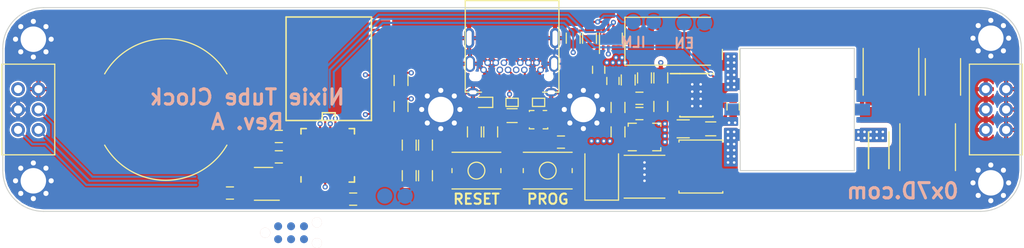
<source format=kicad_pcb>
(kicad_pcb (version 20171130) (host pcbnew "(5.0.0)")

  (general
    (thickness 1.6)
    (drawings 18)
    (tracks 245)
    (zones 0)
    (modules 68)
    (nets 66)
  )

  (page A4)
  (layers
    (0 F.Cu jumper)
    (1 In1.Cu jumper)
    (2 In2.Cu jumper)
    (31 B.Cu signal)
    (34 B.Paste user)
    (35 F.Paste user)
    (36 B.SilkS user hide)
    (37 F.SilkS user)
    (38 B.Mask user)
    (39 F.Mask user)
    (41 Cmts.User user)
    (44 Edge.Cuts user)
    (45 Margin user)
    (46 B.CrtYd user hide)
    (47 F.CrtYd user hide)
    (48 B.Fab user)
    (49 F.Fab user)
  )

  (setup
    (last_trace_width 0.2)
    (user_trace_width 0.2)
    (user_trace_width 0.25)
    (user_trace_width 0.3)
    (user_trace_width 0.4)
    (user_trace_width 0.6)
    (user_trace_width 0.8)
    (user_trace_width 1)
    (trace_clearance 0.127)
    (zone_clearance 0.5)
    (zone_45_only no)
    (trace_min 0.127)
    (segment_width 0.2)
    (edge_width 0.1)
    (via_size 0.508)
    (via_drill 0.254)
    (via_min_size 0.508)
    (via_min_drill 0.254)
    (uvia_size 0.3)
    (uvia_drill 0.1)
    (uvias_allowed no)
    (uvia_min_size 0.2)
    (uvia_min_drill 0.1)
    (pcb_text_width 0.3)
    (pcb_text_size 1.5 1.5)
    (mod_edge_width 0.15)
    (mod_text_size 1 1)
    (mod_text_width 0.15)
    (pad_size 0.9 0.7)
    (pad_drill 0)
    (pad_to_mask_clearance 0)
    (aux_axis_origin 0 0)
    (visible_elements 7FF9FFFF)
    (pcbplotparams
      (layerselection 0x010fc_80000001)
      (usegerberextensions false)
      (usegerberattributes false)
      (usegerberadvancedattributes false)
      (creategerberjobfile false)
      (excludeedgelayer true)
      (linewidth 0.100000)
      (plotframeref false)
      (viasonmask false)
      (mode 1)
      (useauxorigin false)
      (hpglpennumber 1)
      (hpglpenspeed 20)
      (hpglpendiameter 15.000000)
      (psnegative false)
      (psa4output false)
      (plotreference false)
      (plotvalue false)
      (plotinvisibletext false)
      (padsonsilk false)
      (subtractmaskfromsilk false)
      (outputformat 1)
      (mirror false)
      (drillshape 0)
      (scaleselection 1)
      (outputdirectory "Gerbers/"))
  )

  (net 0 "")
  (net 1 "Net-(Q1-Pad3)")
  (net 2 "Net-(Q1-Pad2)")
  (net 3 "Net-(R1-Pad2)")
  (net 4 "Net-(R6-Pad2)")
  (net 5 "Net-(Q1-Pad1)")
  (net 6 "Net-(C7-Pad1)")
  (net 7 /HV_OUT)
  (net 8 /VBUS)
  (net 9 /VDD)
  (net 10 /VNIXIE)
  (net 11 /SCL)
  (net 12 /SDA)
  (net 13 /HV_EN)
  (net 14 "Net-(R8-Pad2)")
  (net 15 "Net-(R10-Pad2)")
  (net 16 /SWO)
  (net 17 /NRST)
  (net 18 /CC1)
  (net 19 /CC2)
  (net 20 /DAC)
  (net 21 /USB_N)
  (net 22 /USB_P)
  (net 23 "Net-(D4-Pad2)")
  (net 24 /SWDIO)
  (net 25 /SWCLK)
  (net 26 "Net-(L1-Pad1)")
  (net 27 "Net-(L1-Pad2)")
  (net 28 "Net-(R7-Pad1)")
  (net 29 /GND)
  (net 30 /HV_IN)
  (net 31 "Net-(J5-Pad1)")
  (net 32 /USB)
  (net 33 /ILM)
  (net 34 /FAULT)
  (net 35 "Net-(T1-Pad2)")
  (net 36 "Net-(U1-Pad9)")
  (net 37 "Net-(U2-Pad30)")
  (net 38 "Net-(U2-Pad29)")
  (net 39 "Net-(U2-Pad28)")
  (net 40 "Net-(U2-Pad27)")
  (net 41 "Net-(U2-Pad15)")
  (net 42 /RTC)
  (net 43 "Net-(U2-Pad3)")
  (net 44 /32kHz)
  (net 45 "Net-(U4-Pad12)")
  (net 46 "Net-(U4-Pad11)")
  (net 47 "Net-(U4-Pad10)")
  (net 48 "Net-(U4-Pad9)")
  (net 49 "Net-(U4-Pad8)")
  (net 50 "Net-(U4-Pad7)")
  (net 51 "Net-(U4-Pad6)")
  (net 52 "Net-(U4-Pad5)")
  (net 53 "Net-(U7-Pad1)")
  (net 54 "Net-(C5-Pad1)")
  (net 55 "Net-(R16-Pad1)")
  (net 56 /AMP_EN)
  (net 57 "Net-(BT1-Pad1)")
  (net 58 "Net-(R2-Pad2)")
  (net 59 "Net-(C6-Pad1)")
  (net 60 /NIXIE_EN)
  (net 61 "Net-(U1-Pad4)")
  (net 62 "Net-(D1-Pad2)")
  (net 63 "Net-(U2-Pad9)")
  (net 64 "Net-(U2-Pad12)")
  (net 65 "Net-(J7-Pad1)")

  (net_class Default "This is the default net class."
    (clearance 0.127)
    (trace_width 0.127)
    (via_dia 0.508)
    (via_drill 0.254)
    (uvia_dia 0.3)
    (uvia_drill 0.1)
    (diff_pair_gap 0.127)
    (diff_pair_width 0.25)
    (add_net /32kHz)
    (add_net /AMP_EN)
    (add_net /CC1)
    (add_net /CC2)
    (add_net /DAC)
    (add_net /FAULT)
    (add_net /GND)
    (add_net /HV_EN)
    (add_net /HV_IN)
    (add_net /ILM)
    (add_net /NIXIE_EN)
    (add_net /NRST)
    (add_net /RTC)
    (add_net /SCL)
    (add_net /SDA)
    (add_net /SWCLK)
    (add_net /SWDIO)
    (add_net /SWO)
    (add_net /USB)
    (add_net /USB_N)
    (add_net /USB_P)
    (add_net /VBUS)
    (add_net /VDD)
    (add_net /VNIXIE)
    (add_net "Net-(BT1-Pad1)")
    (add_net "Net-(C5-Pad1)")
    (add_net "Net-(C6-Pad1)")
    (add_net "Net-(C7-Pad1)")
    (add_net "Net-(D1-Pad2)")
    (add_net "Net-(D4-Pad2)")
    (add_net "Net-(J5-Pad1)")
    (add_net "Net-(J7-Pad1)")
    (add_net "Net-(L1-Pad1)")
    (add_net "Net-(L1-Pad2)")
    (add_net "Net-(Q1-Pad1)")
    (add_net "Net-(Q1-Pad2)")
    (add_net "Net-(Q1-Pad3)")
    (add_net "Net-(R1-Pad2)")
    (add_net "Net-(R10-Pad2)")
    (add_net "Net-(R16-Pad1)")
    (add_net "Net-(R2-Pad2)")
    (add_net "Net-(R6-Pad2)")
    (add_net "Net-(R7-Pad1)")
    (add_net "Net-(R8-Pad2)")
    (add_net "Net-(T1-Pad2)")
    (add_net "Net-(U1-Pad4)")
    (add_net "Net-(U1-Pad9)")
    (add_net "Net-(U2-Pad12)")
    (add_net "Net-(U2-Pad15)")
    (add_net "Net-(U2-Pad27)")
    (add_net "Net-(U2-Pad28)")
    (add_net "Net-(U2-Pad29)")
    (add_net "Net-(U2-Pad3)")
    (add_net "Net-(U2-Pad30)")
    (add_net "Net-(U2-Pad9)")
    (add_net "Net-(U4-Pad10)")
    (add_net "Net-(U4-Pad11)")
    (add_net "Net-(U4-Pad12)")
    (add_net "Net-(U4-Pad5)")
    (add_net "Net-(U4-Pad6)")
    (add_net "Net-(U4-Pad7)")
    (add_net "Net-(U4-Pad8)")
    (add_net "Net-(U4-Pad9)")
    (add_net "Net-(U7-Pad1)")
  )

  (net_class HV ""
    (clearance 0.4)
    (trace_width 0.2)
    (via_dia 0.508)
    (via_drill 0.254)
    (uvia_dia 0.3)
    (uvia_drill 0.1)
    (diff_pair_gap 0.127)
    (diff_pair_width 0.25)
    (add_net /HV_OUT)
  )

  (module Measurement_Points:Measurement_Point_Round-SMD-Pad_Small (layer B.Cu) (tedit 5BA9D071) (tstamp 5BAAA8F2)
    (at 163.9 91.4)
    (descr "Mesurement Point, Round, SMD Pad, DM 1.5mm,")
    (tags "Mesurement Point Round SMD Pad 1.5mm")
    (path /5BAA9799)
    (attr virtual)
    (fp_text reference J10 (at 0 2) (layer B.SilkS) hide
      (effects (font (size 1 1) (thickness 0.15)) (justify mirror))
    )
    (fp_text value GND (at 0 -2) (layer B.Fab)
      (effects (font (size 1 1) (thickness 0.15)) (justify mirror))
    )
    (fp_circle (center 0 0) (end 1 0) (layer B.CrtYd) (width 0.05))
    (pad 1 smd circle (at 0 0) (size 1.5 1.5) (layers B.Cu B.Mask)
      (net 29 /GND))
  )

  (module Measurement_Points:Measurement_Point_Round-SMD-Pad_Small (layer B.Cu) (tedit 5BA9D06E) (tstamp 5BAAAFDC)
    (at 168.9 91.5)
    (descr "Mesurement Point, Round, SMD Pad, DM 1.5mm,")
    (tags "Mesurement Point Round SMD Pad 1.5mm")
    (path /5BAA971D)
    (attr virtual)
    (fp_text reference J9 (at 0 2) (layer B.SilkS) hide
      (effects (font (size 1 1) (thickness 0.15)) (justify mirror))
    )
    (fp_text value GND (at 0 -2) (layer B.Fab)
      (effects (font (size 1 1) (thickness 0.15)) (justify mirror))
    )
    (fp_circle (center 0 0) (end 1 0) (layer B.CrtYd) (width 0.05))
    (pad 1 smd circle (at 0 0) (size 1.5 1.5) (layers B.Cu B.Mask)
      (net 29 /GND))
  )

  (module Measurement_Points:Measurement_Point_Round-SMD-Pad_Small (layer B.Cu) (tedit 5BA9CFF6) (tstamp 5BAAA8E6)
    (at 139.5 108.5)
    (descr "Mesurement Point, Round, SMD Pad, DM 1.5mm,")
    (tags "Mesurement Point Round SMD Pad 1.5mm")
    (path /5BAA947D)
    (attr virtual)
    (fp_text reference J8 (at 0 2) (layer B.SilkS) hide
      (effects (font (size 1 1) (thickness 0.15)) (justify mirror))
    )
    (fp_text value GND (at 0 -2) (layer B.Fab)
      (effects (font (size 1 1) (thickness 0.15)) (justify mirror))
    )
    (fp_circle (center 0 0) (end 1 0) (layer B.CrtYd) (width 0.05))
    (pad 1 smd circle (at 0 0) (size 1.5 1.5) (layers B.Cu B.Mask)
      (net 29 /GND))
  )

  (module Measurement_Points:Measurement_Point_Round-SMD-Pad_Small (layer B.Cu) (tedit 5BA9D078) (tstamp 5BAAA8E0)
    (at 161.9 91.4)
    (descr "Mesurement Point, Round, SMD Pad, DM 1.5mm,")
    (tags "Mesurement Point Round SMD Pad 1.5mm")
    (path /5BAA5791)
    (attr virtual)
    (fp_text reference J7 (at 0 2) (layer B.SilkS) hide
      (effects (font (size 1 1) (thickness 0.15)) (justify mirror))
    )
    (fp_text value ILM (at 0 -2) (layer B.Fab)
      (effects (font (size 1 1) (thickness 0.15)) (justify mirror))
    )
    (fp_circle (center 0 0) (end 1 0) (layer B.CrtYd) (width 0.05))
    (pad 1 smd circle (at 0 0) (size 1.5 1.5) (layers B.Cu B.Mask)
      (net 65 "Net-(J7-Pad1)"))
  )

  (module Measurement_Points:Measurement_Point_Round-SMD-Pad_Small (layer B.Cu) (tedit 5BA9D074) (tstamp 5BAA874B)
    (at 166.9 91.5)
    (descr "Mesurement Point, Round, SMD Pad, DM 1.5mm,")
    (tags "Mesurement Point Round SMD Pad 1.5mm")
    (path /5BA9F87B)
    (attr virtual)
    (fp_text reference J6 (at 0 2) (layer B.SilkS) hide
      (effects (font (size 1 1) (thickness 0.15)) (justify mirror))
    )
    (fp_text value HV_EN (at 0 -2) (layer B.Fab)
      (effects (font (size 1 1) (thickness 0.15)) (justify mirror))
    )
    (fp_circle (center 0 0) (end 1 0) (layer B.CrtYd) (width 0.05))
    (pad 1 smd circle (at 0 0) (size 1.5 1.5) (layers B.Cu B.Mask)
      (net 13 /HV_EN))
  )

  (module "Custom Parts:Wurth_WE-FB_10.18x13.36mm_Reverse" locked (layer F.Cu) (tedit 5BA9CF39) (tstamp 5BA42837)
    (at 178 100 180)
    (path /5B07197A/5A6B88EA)
    (fp_text reference T1 (at 0 0 180) (layer F.SilkS) hide
      (effects (font (size 1 1) (thickness 0.15)))
    )
    (fp_text value Wurth_Transformer_10.16x13.36mm (at 0 -7 180) (layer F.Fab)
      (effects (font (size 1 1) (thickness 0.15)))
    )
    (fp_line (start -5.65 6) (end -5.65 -6) (layer F.Fab) (width 0.1))
    (fp_line (start -5.65 6) (end 5.65 6) (layer F.Fab) (width 0.1))
    (fp_line (start 5.65 -6) (end 5.65 6) (layer F.Fab) (width 0.1))
    (fp_line (start -5.65 -6) (end 5.65 -6) (layer F.Fab) (width 0.1))
    (pad 5 smd rect (at 6.4 0 180) (size 1.5 1.17) (layers B.Cu B.Mask))
    (pad 6 smd rect (at 6.4 2.5 180) (size 1.5 1.17) (layers B.Cu B.Mask)
      (net 30 /HV_IN))
    (pad 4 smd rect (at 6.4 -2.5 180) (size 1.5 1.17) (layers B.Cu B.Mask)
      (net 5 "Net-(Q1-Pad1)"))
    (pad 3 smd rect (at -6.4 -2.5 180) (size 1.5 1.17) (layers B.Cu B.Mask)
      (net 23 "Net-(D4-Pad2)"))
    (pad 2 smd rect (at -6.4 0 180) (size 1.5 1.17) (layers B.Cu B.Mask)
      (net 35 "Net-(T1-Pad2)"))
    (pad 1 smd rect (at -6.4 2.5 180) (size 1.5 1.17) (layers B.Cu B.Mask)
      (net 29 /GND) (zone_connect 2))
  )

  (module "Custom Parts:CR1220_Holder" (layer F.Cu) (tedit 5BA9CFE9) (tstamp 5BA0C870)
    (at 116 100)
    (path /5BA7F4A1)
    (fp_text reference BT1 (at 0 -6) (layer F.SilkS) hide
      (effects (font (size 1 1) (thickness 0.15)))
    )
    (fp_text value CR1620 (at 0 6) (layer F.Fab)
      (effects (font (size 1 1) (thickness 0.15)))
    )
    (fp_arc (start 0 0) (end -5.999999 3.499999) (angle -119.4871257) (layer F.SilkS) (width 0.12))
    (fp_arc (start 0 0) (end 5.999999 -3.499999) (angle -119.4871257) (layer F.SilkS) (width 0.12))
    (fp_line (start -7 4) (end -7 -4) (layer F.Fab) (width 0.1))
    (fp_line (start 7 4) (end 7 -4) (layer F.Fab) (width 0.1))
    (fp_line (start -7 -4) (end -6 -5) (layer F.Fab) (width 0.1))
    (fp_line (start -6 -5) (end 6 -5) (layer F.Fab) (width 0.1))
    (fp_line (start 6 -5) (end 7 -4) (layer F.Fab) (width 0.1))
    (fp_arc (start 0.000001 9.999999) (end 4 5) (angle -77.3) (layer F.Fab) (width 0.1))
    (fp_line (start 4 5) (end 5 5) (layer F.Fab) (width 0.1))
    (fp_line (start 5 5) (end 6 5) (layer F.Fab) (width 0.1))
    (fp_line (start 6 5) (end 7 4) (layer F.Fab) (width 0.1))
    (fp_line (start -4 5) (end -6 5) (layer F.Fab) (width 0.1))
    (fp_line (start -6 5) (end -7 4) (layer F.Fab) (width 0.1))
    (pad 1 smd circle (at 0 0) (size 10.2 10.2) (layers F.Cu F.Mask)
      (net 57 "Net-(BT1-Pad1)"))
    (pad 2 smd rect (at -7.65 1.55) (size 2.5 2.5) (layers F.Cu F.Paste F.Mask)
      (net 29 /GND))
    (pad 2 smd rect (at -7.65 -1.55) (size 2.5 2.5) (layers F.Cu F.Paste F.Mask)
      (net 29 /GND))
    (pad 2 smd rect (at 7.65 1.55) (size 2.5 2.5) (layers F.Cu F.Paste F.Mask)
      (net 29 /GND))
    (pad 2 smd rect (at 7.65 -1.55) (size 2.5 2.5) (layers F.Cu F.Paste F.Mask)
      (net 29 /GND))
  )

  (module SMD_Packages:SO-16-L (layer F.Cu) (tedit 5BA9CFC9) (tstamp 5BA0C9D0)
    (at 132 96 90)
    (path /5BAADC28)
    (attr smd)
    (fp_text reference U4 (at 0 1.524 90) (layer F.SilkS) hide
      (effects (font (size 1 1) (thickness 0.15)))
    )
    (fp_text value DS3231 (at 0.381 -1.905 90) (layer F.Fab)
      (effects (font (size 1 1) (thickness 0.15)))
    )
    (fp_line (start 5.08 4.191) (end -5.08 4.191) (layer F.SilkS) (width 0.15))
    (fp_line (start -5.08 4.191) (end -5.08 -4.191) (layer F.SilkS) (width 0.15))
    (fp_line (start -5.08 -4.191) (end 5.08 -4.191) (layer F.SilkS) (width 0.15))
    (fp_line (start 5.08 -4.191) (end 5.08 4.191) (layer F.SilkS) (width 0.15))
    (fp_line (start -5.08 -0.635) (end -4.318 -0.635) (layer F.SilkS) (width 0.15))
    (fp_line (start -4.318 -0.635) (end -4.318 0.635) (layer F.SilkS) (width 0.15))
    (fp_line (start -4.318 0.635) (end -5.08 0.635) (layer F.SilkS) (width 0.15))
    (pad 1 smd rect (at -4.445 5.08 90) (size 0.635 1.905) (layers F.Cu F.Paste F.Mask)
      (net 44 /32kHz))
    (pad 2 smd rect (at -3.175 5.08 90) (size 0.635 1.905) (layers F.Cu F.Paste F.Mask)
      (net 9 /VDD))
    (pad 3 smd rect (at -1.905 5.08 90) (size 0.635 1.905) (layers F.Cu F.Paste F.Mask)
      (net 42 /RTC))
    (pad 4 smd rect (at -0.635 5.08 90) (size 0.635 1.905) (layers F.Cu F.Paste F.Mask)
      (net 17 /NRST))
    (pad 5 smd rect (at 0.635 5.08 90) (size 0.635 1.905) (layers F.Cu F.Paste F.Mask)
      (net 52 "Net-(U4-Pad5)"))
    (pad 6 smd rect (at 1.905 5.08 90) (size 0.635 1.905) (layers F.Cu F.Paste F.Mask)
      (net 51 "Net-(U4-Pad6)"))
    (pad 7 smd rect (at 3.175 5.08 90) (size 0.635 1.905) (layers F.Cu F.Paste F.Mask)
      (net 50 "Net-(U4-Pad7)"))
    (pad 8 smd rect (at 4.445 5.08 90) (size 0.635 1.905) (layers F.Cu F.Paste F.Mask)
      (net 49 "Net-(U4-Pad8)"))
    (pad 9 smd rect (at 4.445 -5.08 90) (size 0.635 1.905) (layers F.Cu F.Paste F.Mask)
      (net 48 "Net-(U4-Pad9)"))
    (pad 10 smd rect (at 3.175 -5.08 90) (size 0.635 1.905) (layers F.Cu F.Paste F.Mask)
      (net 47 "Net-(U4-Pad10)"))
    (pad 11 smd rect (at 1.905 -5.08 90) (size 0.635 1.905) (layers F.Cu F.Paste F.Mask)
      (net 46 "Net-(U4-Pad11)"))
    (pad 12 smd rect (at 0.635 -5.08 90) (size 0.635 1.905) (layers F.Cu F.Paste F.Mask)
      (net 45 "Net-(U4-Pad12)"))
    (pad 13 smd rect (at -0.635 -5.08 90) (size 0.635 1.905) (layers F.Cu F.Paste F.Mask)
      (net 29 /GND))
    (pad 14 smd rect (at -1.905 -5.08 90) (size 0.635 1.905) (layers F.Cu F.Paste F.Mask)
      (net 57 "Net-(BT1-Pad1)"))
    (pad 15 smd rect (at -3.175 -5.08 90) (size 0.635 1.905) (layers F.Cu F.Paste F.Mask)
      (net 12 /SDA))
    (pad 16 smd rect (at -4.445 -5.08 90) (size 0.635 1.905) (layers F.Cu F.Paste F.Mask)
      (net 11 /SCL))
    (model SMD_Packages.3dshapes/SO-16-L.wrl
      (at (xyz 0 0 0))
      (scale (xyz 0.5 0.6 0.5))
      (rotate (xyz 0 0 0))
    )
  )

  (module "Custom Parts:Jumper_0603" (layer F.Cu) (tedit 5BA9CF11) (tstamp 5BAA36C9)
    (at 156 93 270)
    (descr "Resistor SMD 0603, reflow soldering, Vishay (see dcrcw.pdf)")
    (tags "resistor 0603")
    (path /5BB1D0C7)
    (attr smd)
    (fp_text reference JP1 (at 0 -1.45 270) (layer F.SilkS) hide
      (effects (font (size 1 1) (thickness 0.15)))
    )
    (fp_text value ILM (at 0 1.5 270) (layer F.Fab)
      (effects (font (size 1 1) (thickness 0.15)))
    )
    (fp_line (start 1.25 0.7) (end -1.25 0.7) (layer F.CrtYd) (width 0.05))
    (fp_line (start 1.25 0.7) (end 1.25 -0.7) (layer F.CrtYd) (width 0.05))
    (fp_line (start -1.25 -0.7) (end -1.25 0.7) (layer F.CrtYd) (width 0.05))
    (fp_line (start -1.25 -0.7) (end 1.25 -0.7) (layer F.CrtYd) (width 0.05))
    (fp_line (start -0.5 -0.68) (end 0.5 -0.68) (layer F.SilkS) (width 0.12))
    (fp_line (start 0.5 0.68) (end -0.5 0.68) (layer F.SilkS) (width 0.12))
    (fp_line (start -0.95 -0.4) (end 0.95 -0.4) (layer F.Fab) (width 0.1))
    (fp_line (start 0.95 -0.4) (end 0.95 0.4) (layer F.Fab) (width 0.1))
    (fp_line (start 0.95 0.4) (end -0.95 0.4) (layer F.Fab) (width 0.1))
    (fp_line (start -0.95 0.4) (end -0.95 -0.4) (layer F.Fab) (width 0.1))
    (fp_text user %R (at 0 0 270) (layer F.Fab)
      (effects (font (size 0.4 0.4) (thickness 0.075)))
    )
    (pad 2 smd rect (at 0.65 0 270) (size 0.7 0.9) (layers F.Cu F.Mask)
      (net 33 /ILM))
    (pad 1 smd rect (at -0.75 0 270) (size 0.5 0.9) (layers F.Cu F.Mask)
      (net 65 "Net-(J7-Pad1)"))
    (pad 1 smd trapezoid (at -0.3 0 270) (size 0.6 0.5) (rect_delta 0.4 0 ) (layers F.Cu F.Mask)
      (net 65 "Net-(J7-Pad1)"))
    (pad 2 smd trapezoid (at 0.35 0.25 270) (size 0.7 0.4) (rect_delta 0 0.6 ) (layers F.Cu F.Mask)
      (net 33 /ILM))
    (pad 2 smd trapezoid (at 0.35 -0.25 90) (size 0.7 0.4) (rect_delta 0 0.6 ) (layers F.Cu F.Mask)
      (net 33 /ILM))
    (model ${KISYS3DMOD}/Resistors_SMD.3dshapes/R_0603.wrl
      (at (xyz 0 0 0))
      (scale (xyz 1 1 1))
      (rotate (xyz 0 0 0))
    )
  )

  (module "Custom Parts:Pin_Header_Harwin_2x03_Pitch2.00mm" locked (layer F.Cu) (tedit 5BA9CFEF) (tstamp 5BAAD831)
    (at 102.5 100)
    (descr "Through hole straight pin header, 2x03, 2.00mm pitch, double rows")
    (tags "Through hole pin header THT 2x03 2.00mm double row")
    (path /5B694500)
    (fp_text reference J4 (at 0 -6) (layer F.SilkS) hide
      (effects (font (size 1 1) (thickness 0.15)))
    )
    (fp_text value Nixie_CTRL (at 0 6) (layer F.Fab)
      (effects (font (size 1 1) (thickness 0.15)))
    )
    (fp_line (start -2.6 4.45) (end -2.6 -4.45) (layer F.SilkS) (width 0.12))
    (fp_line (start 2.6 4.45) (end -2.6 4.45) (layer F.SilkS) (width 0.12))
    (fp_line (start 2.6 -4.45) (end 2.6 4.45) (layer F.SilkS) (width 0.12))
    (fp_line (start -2.6 -4.45) (end 2.6 -4.45) (layer F.SilkS) (width 0.12))
    (fp_line (start -2.725 4.575) (end 2.725 4.575) (layer F.Fab) (width 0.1))
    (fp_line (start -2.725 -4.575) (end -2.725 4.575) (layer F.Fab) (width 0.1))
    (fp_line (start 2.725 -4.575) (end 2.725 4.575) (layer F.Fab) (width 0.1))
    (fp_line (start -2.725 -4.575) (end 2.725 -4.575) (layer F.Fab) (width 0.1))
    (fp_text user %R (at 0 0 90) (layer F.Fab)
      (effects (font (size 1 1) (thickness 0.15)))
    )
    (pad 1 thru_hole circle (at -1 -2 45) (size 1.35 1.35) (drill 0.8) (layers *.Cu *.Mask)
      (net 10 /VNIXIE) (zone_connect 1) (thermal_width 0.4))
    (pad 2 thru_hole oval (at 1 -2) (size 1.35 1.35) (drill 0.8) (layers *.Cu *.Mask)
      (net 29 /GND))
    (pad 3 thru_hole oval (at -1 0) (size 1.35 1.35) (drill 0.8) (layers *.Cu *.Mask)
      (net 29 /GND) (zone_connect 1) (thermal_width 0.4))
    (pad 4 thru_hole oval (at 1 0) (size 1.35 1.35) (drill 0.8) (layers *.Cu *.Mask)
      (net 11 /SCL))
    (pad 5 thru_hole oval (at -1 2) (size 1.35 1.35) (drill 0.8) (layers *.Cu *.Mask)
      (net 60 /NIXIE_EN) (zone_connect 1) (thermal_width 0.4))
    (pad 6 thru_hole oval (at 1 2) (size 1.35 1.35) (drill 0.8) (layers *.Cu *.Mask)
      (net 12 /SDA))
    (model ${KISYS3DMOD}/Pin_Headers.3dshapes/Pin_Header_Straight_2x03_Pitch2.00mm.wrl
      (at (xyz 0 0 0))
      (scale (xyz 1 1 1))
      (rotate (xyz 0 0 0))
    )
  )

  (module "Custom Parts:Pin_Header_Harwin_2x03_Pitch2.00mm" locked (layer F.Cu) (tedit 5BA9CF9E) (tstamp 5BA4005E)
    (at 197.5 100)
    (descr "Through hole straight pin header, 2x03, 2.00mm pitch, double rows")
    (tags "Through hole pin header THT 2x03 2.00mm double row")
    (path /5B6941D3)
    (fp_text reference J3 (at 0 -6) (layer F.SilkS) hide
      (effects (font (size 1 1) (thickness 0.15)))
    )
    (fp_text value Nixie_HV (at 0 6) (layer F.Fab)
      (effects (font (size 1 1) (thickness 0.15)))
    )
    (fp_line (start -2.6 4.45) (end -2.6 -4.45) (layer F.SilkS) (width 0.12))
    (fp_line (start 2.6 4.45) (end -2.6 4.45) (layer F.SilkS) (width 0.12))
    (fp_line (start 2.6 -4.45) (end 2.6 4.45) (layer F.SilkS) (width 0.12))
    (fp_line (start -2.6 -4.45) (end 2.6 -4.45) (layer F.SilkS) (width 0.12))
    (fp_line (start -2.725 4.575) (end 2.725 4.575) (layer F.Fab) (width 0.1))
    (fp_line (start -2.725 -4.575) (end -2.725 4.575) (layer F.Fab) (width 0.1))
    (fp_line (start 2.725 -4.575) (end 2.725 4.575) (layer F.Fab) (width 0.1))
    (fp_line (start -2.725 -4.575) (end 2.725 -4.575) (layer F.Fab) (width 0.1))
    (fp_text user %R (at 0 0 90) (layer F.Fab)
      (effects (font (size 1 1) (thickness 0.15)))
    )
    (pad 1 thru_hole circle (at -1 -2 45) (size 1.35 1.35) (drill 0.8) (layers *.Cu *.Mask)
      (net 7 /HV_OUT) (zone_connect 1) (thermal_width 0.4))
    (pad 2 thru_hole oval (at 1 -2) (size 1.35 1.35) (drill 0.8) (layers *.Cu *.Mask)
      (net 29 /GND))
    (pad 3 thru_hole oval (at -1 0) (size 1.35 1.35) (drill 0.8) (layers *.Cu *.Mask)
      (net 7 /HV_OUT) (zone_connect 1) (thermal_width 0.4))
    (pad 4 thru_hole oval (at 1 0) (size 1.35 1.35) (drill 0.8) (layers *.Cu *.Mask)
      (net 29 /GND))
    (pad 5 thru_hole oval (at -1 2) (size 1.35 1.35) (drill 0.8) (layers *.Cu *.Mask)
      (net 7 /HV_OUT) (zone_connect 1) (thermal_width 0.4))
    (pad 6 thru_hole oval (at 1 2) (size 1.35 1.35) (drill 0.8) (layers *.Cu *.Mask)
      (net 29 /GND))
    (model ${KISYS3DMOD}/Pin_Headers.3dshapes/Pin_Header_Straight_2x03_Pitch2.00mm.wrl
      (at (xyz 0 0 0))
      (scale (xyz 1 1 1))
      (rotate (xyz 0 0 0))
    )
  )

  (module "Custom Parts:X2QFN-12_1.6x1.6mm_Pitch0.4mm" (layer F.Cu) (tedit 5BA9CFB2) (tstamp 5BA0C970)
    (at 152.6 101 270)
    (path /5BAF8A3A)
    (fp_text reference U1 (at 0 -1.7 270) (layer F.SilkS) hide
      (effects (font (size 1 1) (thickness 0.15)))
    )
    (fp_text value TUSB322 (at 0 1.9 270) (layer F.Fab)
      (effects (font (size 1 1) (thickness 0.15)))
    )
    (fp_line (start -0.9 -0.45) (end -0.9 -0.8) (layer F.SilkS) (width 0.12))
    (fp_line (start -0.9 0.9) (end -0.9 0.45) (layer F.SilkS) (width 0.12))
    (fp_line (start -0.8 0.9) (end -0.9 0.9) (layer F.SilkS) (width 0.12))
    (fp_line (start 0.9 0.9) (end 0.8 0.9) (layer F.SilkS) (width 0.12))
    (fp_line (start 0.9 0.45) (end 0.9 0.9) (layer F.SilkS) (width 0.12))
    (fp_line (start 0.9 -0.9) (end 0.9 -0.45) (layer F.SilkS) (width 0.12))
    (fp_line (start 0.8 -0.9) (end 0.9 -0.9) (layer F.SilkS) (width 0.12))
    (fp_line (start -0.8 -0.8) (end -0.8 0.8) (layer F.Fab) (width 0.1))
    (fp_line (start -0.8 0.8) (end 0.8 0.8) (layer F.Fab) (width 0.1))
    (fp_line (start 0.8 0.8) (end 0.8 -0.8) (layer F.Fab) (width 0.1))
    (fp_line (start 0.8 -0.8) (end -0.8 -0.8) (layer F.Fab) (width 0.1))
    (pad 1 smd rect (at -0.65 -0.2 270) (size 0.7 0.2) (layers F.Cu F.Paste F.Mask)
      (net 19 /CC2))
    (pad 2 smd rect (at -0.65 0.2 270) (size 0.7 0.2) (layers F.Cu F.Paste F.Mask)
      (net 18 /CC1))
    (pad 3 smd rect (at -0.6 0.75 270) (size 0.2 0.5) (layers F.Cu F.Paste F.Mask)
      (net 3 "Net-(R1-Pad2)"))
    (pad 4 smd rect (at -0.2 0.75 270) (size 0.2 0.5) (layers F.Cu F.Paste F.Mask)
      (net 61 "Net-(U1-Pad4)"))
    (pad 5 smd rect (at 0.2 0.75 270) (size 0.2 0.5) (layers F.Cu F.Paste F.Mask)
      (net 29 /GND))
    (pad 6 smd rect (at 0.6 0.75 270) (size 0.2 0.5) (layers F.Cu F.Paste F.Mask)
      (net 32 /USB))
    (pad 7 smd rect (at 0.65 0.2 270) (size 0.7 0.2) (layers F.Cu F.Paste F.Mask)
      (net 12 /SDA))
    (pad 8 smd rect (at 0.65 -0.2 270) (size 0.7 0.2) (layers F.Cu F.Paste F.Mask)
      (net 11 /SCL))
    (pad 9 smd rect (at 0.6 -0.75 270) (size 0.2 0.5) (layers F.Cu F.Paste F.Mask)
      (net 36 "Net-(U1-Pad9)"))
    (pad 10 smd rect (at 0.2 -0.75 270) (size 0.2 0.5) (layers F.Cu F.Paste F.Mask)
      (net 29 /GND))
    (pad 11 smd rect (at -0.2 -0.75 270) (size 0.2 0.5) (layers F.Cu F.Paste F.Mask)
      (net 29 /GND))
    (pad 12 smd rect (at -0.6 -0.75 270) (size 0.2 0.5) (layers F.Cu F.Paste F.Mask)
      (net 9 /VDD))
  )

  (module "Custom Parts:VQFN-14_2.5x3mm_Pitch0.5mm" (layer F.Cu) (tedit 5BA9CF87) (tstamp 5BA0C9CF)
    (at 163 102.7 90)
    (path /5B1672A1)
    (fp_text reference U3 (at 0 -2.5 90) (layer F.SilkS) hide
      (effects (font (size 1 1) (thickness 0.15)))
    )
    (fp_text value TPS63025X (at 0 2.6 90) (layer F.Fab)
      (effects (font (size 1 1) (thickness 0.15)))
    )
    (fp_line (start -1.35 -0.8) (end -1.35 -1.6) (layer F.SilkS) (width 0.12))
    (fp_line (start 1.35 -1.6) (end 1.05 -1.6) (layer F.SilkS) (width 0.12))
    (fp_line (start 1.35 -0.8) (end 1.35 -1.6) (layer F.SilkS) (width 0.12))
    (fp_line (start -1.35 1.6) (end -1.35 0.8) (layer F.SilkS) (width 0.12))
    (fp_line (start -1.05 1.6) (end -1.35 1.6) (layer F.SilkS) (width 0.12))
    (fp_line (start 1.35 1.6) (end 1.35 0.8) (layer F.SilkS) (width 0.12))
    (fp_line (start 1.05 1.6) (end 1.35 1.6) (layer F.SilkS) (width 0.12))
    (fp_line (start -1.25 -1.5) (end -1.25 1.5) (layer F.Fab) (width 0.1))
    (fp_line (start -1.25 1.5) (end 1.25 1.5) (layer F.Fab) (width 0.1))
    (fp_line (start 1.25 1.5) (end 1.25 -1.5) (layer F.Fab) (width 0.1))
    (fp_line (start 1.25 -1.5) (end -1.25 -1.5) (layer F.Fab) (width 0.1))
    (pad 1 smd rect (at -0.55 -0.5 90) (size 1.8 0.25) (layers F.Cu F.Paste F.Mask)
      (net 27 "Net-(L1-Pad2)"))
    (pad 2 smd rect (at -0.55 0 90) (size 1.8 0.25) (layers F.Cu F.Paste F.Mask)
      (net 29 /GND))
    (pad 3 smd rect (at -0.55 0.5 90) (size 1.8 0.25) (layers F.Cu F.Paste F.Mask)
      (net 26 "Net-(L1-Pad1)"))
    (pad 4 smd rect (at -0.75 1.4 90) (size 0.25 0.6) (layers F.Cu F.Paste F.Mask)
      (net 8 /VBUS))
    (pad 5 smd rect (at -0.25 1.4 90) (size 0.25 0.6) (layers F.Cu F.Paste F.Mask)
      (net 8 /VBUS))
    (pad 6 smd rect (at 0.25 1.4 90) (size 0.25 0.6) (layers F.Cu F.Paste F.Mask)
      (net 8 /VBUS))
    (pad 7 smd rect (at 0.75 1.4 90) (size 0.25 0.6) (layers F.Cu F.Paste F.Mask)
      (net 8 /VBUS))
    (pad 8 smd rect (at 1.15 0.5 90) (size 0.6 0.25) (layers F.Cu F.Paste F.Mask)
      (net 8 /VBUS))
    (pad 9 smd rect (at 1.15 0 90) (size 0.6 0.25) (layers F.Cu F.Paste F.Mask)
      (net 29 /GND))
    (pad 10 smd rect (at 1.15 -0.5 90) (size 0.6 0.25) (layers F.Cu F.Paste F.Mask)
      (net 29 /GND))
    (pad 11 smd rect (at 0.75 -1.4 90) (size 0.25 0.6) (layers F.Cu F.Paste F.Mask)
      (net 55 "Net-(R16-Pad1)"))
    (pad 12 smd rect (at 0.25 -1.4 90) (size 0.25 0.6) (layers F.Cu F.Paste F.Mask)
      (net 9 /VDD))
    (pad 13 smd rect (at -0.25 -1.4 90) (size 0.25 0.6) (layers F.Cu F.Paste F.Mask)
      (net 9 /VDD))
    (pad 14 smd rect (at -0.75 -1.4 90) (size 0.25 0.6) (layers F.Cu F.Paste F.Mask)
      (net 9 /VDD))
  )

  (module "Custom Parts:EVQP2" (layer F.Cu) (tedit 5BA9CFCC) (tstamp 5BA845C4)
    (at 146.5 106)
    (path /5B64A44F)
    (fp_text reference SW1 (at 0 2.7) (layer F.SilkS) hide
      (effects (font (size 1 1) (thickness 0.15)))
    )
    (fp_text value NRST (at 0 -2.6) (layer F.Fab)
      (effects (font (size 1 1) (thickness 0.15)))
    )
    (fp_line (start 2.4 -0.2) (end 2.4 0.2) (layer F.SilkS) (width 0.12))
    (fp_line (start -2.4 -0.2) (end -2.4 0.2) (layer F.SilkS) (width 0.12))
    (fp_line (start 2.4 1.8) (end -2.4 1.8) (layer F.SilkS) (width 0.12))
    (fp_line (start -2.4 -1.8) (end 2.4 -1.8) (layer F.SilkS) (width 0.12))
    (fp_circle (center 0 0) (end 0.824621 0) (layer F.SilkS) (width 0.12))
    (fp_line (start -2.35 1.75) (end 2.35 1.75) (layer F.Fab) (width 0.1))
    (fp_line (start -2.35 -1.75) (end 2.35 -1.75) (layer F.Fab) (width 0.1))
    (fp_line (start 2.35 -1.75) (end 2.35 1.75) (layer F.Fab) (width 0.1))
    (fp_line (start -2.35 -1.75) (end -2.35 1.75) (layer F.Fab) (width 0.1))
    (pad 1 smd rect (at 2.5 0.85) (size 1.3 1) (layers F.Cu F.Paste F.Mask)
      (net 29 /GND))
    (pad 2 smd rect (at 2.5 -0.85) (size 1.3 1) (layers F.Cu F.Paste F.Mask)
      (net 17 /NRST))
    (pad 2 smd rect (at -2.5 -0.86) (size 1.3 1) (layers F.Cu F.Paste F.Mask)
      (net 17 /NRST))
    (pad 1 smd rect (at -2.5 0.85) (size 1.3 1) (layers F.Cu F.Paste F.Mask)
      (net 29 /GND))
  )

  (module "Custom Parts:EVQP2" (layer F.Cu) (tedit 5BA9CFB4) (tstamp 5BA80CE4)
    (at 153.5 106 180)
    (path /5BA5FF24)
    (fp_text reference SW2 (at 0 2.7 180) (layer F.SilkS) hide
      (effects (font (size 1 1) (thickness 0.15)))
    )
    (fp_text value DFU (at 0 -2.6 180) (layer F.Fab)
      (effects (font (size 1 1) (thickness 0.15)))
    )
    (fp_line (start 2.4 -0.2) (end 2.4 0.2) (layer F.SilkS) (width 0.12))
    (fp_line (start -2.4 -0.2) (end -2.4 0.2) (layer F.SilkS) (width 0.12))
    (fp_line (start 2.4 1.8) (end -2.4 1.8) (layer F.SilkS) (width 0.12))
    (fp_line (start -2.4 -1.8) (end 2.4 -1.8) (layer F.SilkS) (width 0.12))
    (fp_circle (center 0 0) (end 0.824621 0) (layer F.SilkS) (width 0.12))
    (fp_line (start -2.35 1.75) (end 2.35 1.75) (layer F.Fab) (width 0.1))
    (fp_line (start -2.35 -1.75) (end 2.35 -1.75) (layer F.Fab) (width 0.1))
    (fp_line (start 2.35 -1.75) (end 2.35 1.75) (layer F.Fab) (width 0.1))
    (fp_line (start -2.35 -1.75) (end -2.35 1.75) (layer F.Fab) (width 0.1))
    (pad 1 smd rect (at 2.5 0.85 180) (size 1.3 1) (layers F.Cu F.Paste F.Mask)
      (net 58 "Net-(R2-Pad2)"))
    (pad 2 smd rect (at 2.5 -0.85 180) (size 1.3 1) (layers F.Cu F.Paste F.Mask)
      (net 9 /VDD))
    (pad 2 smd rect (at -2.5 -0.86 180) (size 1.3 1) (layers F.Cu F.Paste F.Mask)
      (net 9 /VDD))
    (pad 1 smd rect (at -2.5 0.85 180) (size 1.3 1) (layers F.Cu F.Paste F.Mask)
      (net 58 "Net-(R2-Pad2)"))
  )

  (module "Custom Parts:DMX0003A" (layer F.Cu) (tedit 5BA9CFA3) (tstamp 5BA0C917)
    (at 152.6 99.3 180)
    (path /5B916041)
    (fp_text reference D2 (at 0 1.5 180) (layer F.SilkS) hide
      (effects (font (size 1 1) (thickness 0.15)))
    )
    (fp_text value ESD122 (at 0 -1.5 180) (layer F.Fab)
      (effects (font (size 1 1) (thickness 0.15)))
    )
    (fp_line (start -0.6 0.4) (end -0.6 -0.4) (layer F.SilkS) (width 0.12))
    (fp_line (start 0.6 0.4) (end -0.6 0.4) (layer F.SilkS) (width 0.12))
    (fp_line (start 0.6 -0.4) (end 0.6 0.4) (layer F.SilkS) (width 0.12))
    (fp_line (start -0.6 -0.4) (end 0.6 -0.4) (layer F.SilkS) (width 0.12))
    (fp_line (start -0.55 0.35) (end -0.55 -0.35) (layer F.Fab) (width 0.1))
    (fp_line (start 0.55 0.35) (end -0.55 0.35) (layer F.Fab) (width 0.1))
    (fp_line (start 0.55 -0.35) (end 0.55 0.35) (layer F.Fab) (width 0.1))
    (fp_line (start -0.55 -0.35) (end 0.55 -0.35) (layer F.Fab) (width 0.1))
    (pad 3 smd rect (at -0.34 -0.15 180) (size 0.2 0.2) (layers F.Cu F.Paste F.Mask)
      (net 19 /CC2))
    (pad 2 smd rect (at 0.34 -0.15 180) (size 0.2 0.2) (layers F.Cu F.Paste F.Mask)
      (net 18 /CC1))
    (pad 1 smd rect (at 0 0.15 180) (size 0.2 0.2) (layers F.Cu F.Paste F.Mask)
      (net 29 /GND))
  )

  (module "Custom Parts:DMX0003A" (layer F.Cu) (tedit 5BA9CFA8) (tstamp 5BA0C918)
    (at 150 99.3)
    (path /5BA1CDBE)
    (fp_text reference D3 (at 0 1.5) (layer F.SilkS) hide
      (effects (font (size 1 1) (thickness 0.15)))
    )
    (fp_text value ESD122 (at 0 -1.5) (layer F.Fab)
      (effects (font (size 1 1) (thickness 0.15)))
    )
    (fp_line (start -0.6 0.4) (end -0.6 -0.4) (layer F.SilkS) (width 0.12))
    (fp_line (start 0.6 0.4) (end -0.6 0.4) (layer F.SilkS) (width 0.12))
    (fp_line (start 0.6 -0.4) (end 0.6 0.4) (layer F.SilkS) (width 0.12))
    (fp_line (start -0.6 -0.4) (end 0.6 -0.4) (layer F.SilkS) (width 0.12))
    (fp_line (start -0.55 0.35) (end -0.55 -0.35) (layer F.Fab) (width 0.1))
    (fp_line (start 0.55 0.35) (end -0.55 0.35) (layer F.Fab) (width 0.1))
    (fp_line (start 0.55 -0.35) (end 0.55 0.35) (layer F.Fab) (width 0.1))
    (fp_line (start -0.55 -0.35) (end 0.55 -0.35) (layer F.Fab) (width 0.1))
    (pad 3 smd rect (at -0.34 -0.15) (size 0.2 0.2) (layers F.Cu F.Paste F.Mask)
      (net 21 /USB_N))
    (pad 2 smd rect (at 0.34 -0.15) (size 0.2 0.2) (layers F.Cu F.Paste F.Mask)
      (net 22 /USB_P))
    (pad 1 smd rect (at 0 0.15) (size 0.2 0.2) (layers F.Cu F.Paste F.Mask)
      (net 29 /GND))
  )

  (module "Custom Parts:X1SON" (layer F.Cu) (tedit 5BA9CFA5) (tstamp 5BA0C903)
    (at 147.4 99.3 180)
    (path /5B902F50)
    (fp_text reference D1 (at 0 1.3 180) (layer F.SilkS) hide
      (effects (font (size 1 1) (thickness 0.15)))
    )
    (fp_text value D_VBUS (at 0 -1.2 180) (layer F.Fab)
      (effects (font (size 1 1) (thickness 0.15)))
    )
    (fp_line (start -0.7 0.5) (end 0.7 0.5) (layer F.SilkS) (width 0.12))
    (fp_line (start -0.7 -0.5) (end -0.7 0.5) (layer F.SilkS) (width 0.12))
    (fp_line (start 0.7 -0.5) (end -0.7 -0.5) (layer F.SilkS) (width 0.12))
    (fp_line (start 0.6 -0.4) (end -0.6 -0.4) (layer F.Fab) (width 0.1))
    (fp_line (start 0.6 0.4) (end 0.6 -0.4) (layer F.Fab) (width 0.1))
    (fp_line (start -0.6 0.4) (end 0.6 0.4) (layer F.Fab) (width 0.1))
    (fp_line (start -0.6 -0.4) (end -0.6 0.4) (layer F.Fab) (width 0.1))
    (pad 2 smd rect (at 0.35 0 180) (size 0.3 0.55) (layers F.Cu F.Paste F.Mask)
      (net 62 "Net-(D1-Pad2)"))
    (pad 1 smd rect (at -0.35 0 180) (size 0.3 0.55) (layers F.Cu F.Paste F.Mask)
      (net 8 /VBUS))
  )

  (module Capacitors_SMD:C_0603 (layer F.Cu) (tedit 5BA9CFE6) (tstamp 5BA9FBC6)
    (at 122.3 108.2 180)
    (descr "Capacitor SMD 0603, reflow soldering, AVX (see smccp.pdf)")
    (tags "capacitor 0603")
    (path /5BA9CB71)
    (attr smd)
    (fp_text reference C16 (at 0 -1.5 180) (layer F.SilkS) hide
      (effects (font (size 1 1) (thickness 0.15)))
    )
    (fp_text value 1uF (at 0 1.5 180) (layer F.Fab)
      (effects (font (size 1 1) (thickness 0.15)))
    )
    (fp_text user %R (at 0 0 180) (layer F.Fab)
      (effects (font (size 0.3 0.3) (thickness 0.075)))
    )
    (fp_line (start -0.8 0.4) (end -0.8 -0.4) (layer F.Fab) (width 0.1))
    (fp_line (start 0.8 0.4) (end -0.8 0.4) (layer F.Fab) (width 0.1))
    (fp_line (start 0.8 -0.4) (end 0.8 0.4) (layer F.Fab) (width 0.1))
    (fp_line (start -0.8 -0.4) (end 0.8 -0.4) (layer F.Fab) (width 0.1))
    (fp_line (start -0.35 -0.6) (end 0.35 -0.6) (layer F.SilkS) (width 0.12))
    (fp_line (start 0.35 0.6) (end -0.35 0.6) (layer F.SilkS) (width 0.12))
    (fp_line (start -1.4 -0.65) (end 1.4 -0.65) (layer F.CrtYd) (width 0.05))
    (fp_line (start -1.4 -0.65) (end -1.4 0.65) (layer F.CrtYd) (width 0.05))
    (fp_line (start 1.4 0.65) (end 1.4 -0.65) (layer F.CrtYd) (width 0.05))
    (fp_line (start 1.4 0.65) (end -1.4 0.65) (layer F.CrtYd) (width 0.05))
    (pad 1 smd rect (at -0.75 0 180) (size 0.8 0.75) (layers F.Cu F.Paste F.Mask)
      (net 9 /VDD))
    (pad 2 smd rect (at 0.75 0 180) (size 0.8 0.75) (layers F.Cu F.Paste F.Mask)
      (net 29 /GND))
    (model Capacitors_SMD.3dshapes/C_0603.wrl
      (at (xyz 0 0 0))
      (scale (xyz 1 1 1))
      (rotate (xyz 0 0 0))
    )
  )

  (module Resistors_SMD:R_0603 (layer F.Cu) (tedit 5BA9CFD7) (tstamp 5BAA245A)
    (at 141.5 106.5 90)
    (descr "Resistor SMD 0603, reflow soldering, Vishay (see dcrcw.pdf)")
    (tags "resistor 0603")
    (path /5BB9C8D3)
    (attr smd)
    (fp_text reference R3 (at 0 -1.45 90) (layer F.SilkS) hide
      (effects (font (size 1 1) (thickness 0.15)))
    )
    (fp_text value 20k (at 0 1.5 90) (layer F.Fab)
      (effects (font (size 1 1) (thickness 0.15)))
    )
    (fp_text user %R (at 0 0 90) (layer F.Fab)
      (effects (font (size 0.4 0.4) (thickness 0.075)))
    )
    (fp_line (start -0.8 0.4) (end -0.8 -0.4) (layer F.Fab) (width 0.1))
    (fp_line (start 0.8 0.4) (end -0.8 0.4) (layer F.Fab) (width 0.1))
    (fp_line (start 0.8 -0.4) (end 0.8 0.4) (layer F.Fab) (width 0.1))
    (fp_line (start -0.8 -0.4) (end 0.8 -0.4) (layer F.Fab) (width 0.1))
    (fp_line (start 0.5 0.68) (end -0.5 0.68) (layer F.SilkS) (width 0.12))
    (fp_line (start -0.5 -0.68) (end 0.5 -0.68) (layer F.SilkS) (width 0.12))
    (fp_line (start -1.25 -0.7) (end 1.25 -0.7) (layer F.CrtYd) (width 0.05))
    (fp_line (start -1.25 -0.7) (end -1.25 0.7) (layer F.CrtYd) (width 0.05))
    (fp_line (start 1.25 0.7) (end 1.25 -0.7) (layer F.CrtYd) (width 0.05))
    (fp_line (start 1.25 0.7) (end -1.25 0.7) (layer F.CrtYd) (width 0.05))
    (pad 1 smd rect (at -0.75 0 90) (size 0.5 0.9) (layers F.Cu F.Paste F.Mask)
      (net 9 /VDD))
    (pad 2 smd rect (at 0.75 0 90) (size 0.5 0.9) (layers F.Cu F.Paste F.Mask)
      (net 32 /USB))
    (model ${KISYS3DMOD}/Resistors_SMD.3dshapes/R_0603.wrl
      (at (xyz 0 0 0))
      (scale (xyz 1 1 1))
      (rotate (xyz 0 0 0))
    )
  )

  (module Capacitors_SMD:C_0603 (layer F.Cu) (tedit 5BA9CF7C) (tstamp 5BA956B5)
    (at 162.5 100.4 180)
    (descr "Capacitor SMD 0603, reflow soldering, AVX (see smccp.pdf)")
    (tags "capacitor 0603")
    (path /5BBA0E2E)
    (attr smd)
    (fp_text reference C3 (at 0 -1.5 180) (layer F.SilkS) hide
      (effects (font (size 1 1) (thickness 0.15)))
    )
    (fp_text value 10uF (at 0 1.5 180) (layer F.Fab)
      (effects (font (size 1 1) (thickness 0.15)))
    )
    (fp_text user %R (at 0 0 180) (layer F.Fab)
      (effects (font (size 0.3 0.3) (thickness 0.075)))
    )
    (fp_line (start -0.8 0.4) (end -0.8 -0.4) (layer F.Fab) (width 0.1))
    (fp_line (start 0.8 0.4) (end -0.8 0.4) (layer F.Fab) (width 0.1))
    (fp_line (start 0.8 -0.4) (end 0.8 0.4) (layer F.Fab) (width 0.1))
    (fp_line (start -0.8 -0.4) (end 0.8 -0.4) (layer F.Fab) (width 0.1))
    (fp_line (start -0.35 -0.6) (end 0.35 -0.6) (layer F.SilkS) (width 0.12))
    (fp_line (start 0.35 0.6) (end -0.35 0.6) (layer F.SilkS) (width 0.12))
    (fp_line (start -1.4 -0.65) (end 1.4 -0.65) (layer F.CrtYd) (width 0.05))
    (fp_line (start -1.4 -0.65) (end -1.4 0.65) (layer F.CrtYd) (width 0.05))
    (fp_line (start 1.4 0.65) (end 1.4 -0.65) (layer F.CrtYd) (width 0.05))
    (fp_line (start 1.4 0.65) (end -1.4 0.65) (layer F.CrtYd) (width 0.05))
    (pad 1 smd rect (at -0.75 0 180) (size 0.8 0.75) (layers F.Cu F.Paste F.Mask)
      (net 8 /VBUS))
    (pad 2 smd rect (at 0.75 0 180) (size 0.8 0.75) (layers F.Cu F.Paste F.Mask)
      (net 29 /GND))
    (model Capacitors_SMD.3dshapes/C_0603.wrl
      (at (xyz 0 0 0))
      (scale (xyz 1 1 1))
      (rotate (xyz 0 0 0))
    )
  )

  (module Capacitors_Tantalum_SMD:CP_Tantalum_Case-X_EIA-7343-43_Reflow (layer F.Cu) (tedit 5BA9CEFA) (tstamp 5BA9C351)
    (at 165.825 93.3)
    (descr "Tantalum capacitor, Case X, EIA 7343-43, 7.3x4.2x4.0mm, Reflow soldering footprint")
    (tags "capacitor tantalum smd")
    (path /5BA4D5A1)
    (attr smd)
    (fp_text reference C1 (at 0 -3.85) (layer F.SilkS) hide
      (effects (font (size 1 1) (thickness 0.15)))
    )
    (fp_text value 330uF (at 0 3.85) (layer F.Fab)
      (effects (font (size 1 1) (thickness 0.15)))
    )
    (fp_text user %R (at 0 0) (layer F.Fab)
      (effects (font (size 1 1) (thickness 0.15)))
    )
    (fp_line (start -4.85 -2.5) (end -4.85 2.5) (layer F.CrtYd) (width 0.05))
    (fp_line (start -4.85 2.5) (end 4.85 2.5) (layer F.CrtYd) (width 0.05))
    (fp_line (start 4.85 2.5) (end 4.85 -2.5) (layer F.CrtYd) (width 0.05))
    (fp_line (start 4.85 -2.5) (end -4.85 -2.5) (layer F.CrtYd) (width 0.05))
    (fp_line (start -3.65 -2.1) (end -3.65 2.1) (layer F.Fab) (width 0.1))
    (fp_line (start -3.65 2.1) (end 3.65 2.1) (layer F.Fab) (width 0.1))
    (fp_line (start 3.65 2.1) (end 3.65 -2.1) (layer F.Fab) (width 0.1))
    (fp_line (start 3.65 -2.1) (end -3.65 -2.1) (layer F.Fab) (width 0.1))
    (fp_line (start -2.92 -2.1) (end -2.92 2.1) (layer F.Fab) (width 0.1))
    (fp_line (start -2.555 -2.1) (end -2.555 2.1) (layer F.Fab) (width 0.1))
    (fp_line (start -4.75 -2.35) (end 3.65 -2.35) (layer F.SilkS) (width 0.12))
    (fp_line (start -4.75 2.35) (end 3.65 2.35) (layer F.SilkS) (width 0.12))
    (fp_line (start -4.75 -2.35) (end -4.75 2.35) (layer F.SilkS) (width 0.12))
    (pad 1 smd rect (at -3.175 0) (size 2.55 2.7) (layers F.Cu F.Paste F.Mask)
      (net 29 /GND))
    (pad 2 smd rect (at 3.175 0) (size 2.55 2.7) (layers F.Cu F.Paste F.Mask)
      (net 30 /HV_IN))
    (model Capacitors_Tantalum_SMD.3dshapes/CP_Tantalum_Case-X_EIA-7343-43.wrl
      (at (xyz 0 0 0))
      (scale (xyz 1 1 1))
      (rotate (xyz 0 0 0))
    )
  )

  (module Capacitors_Tantalum_SMD:CP_Tantalum_Case-B_EIA-3528-21_Reflow (layer F.Cu) (tedit 5BA9CFB7) (tstamp 5BA92C5D)
    (at 158.8 106.1 90)
    (descr "Tantalum capacitor, Case B, EIA 3528-21, 3.5x2.8x1.9mm, Reflow soldering footprint")
    (tags "capacitor tantalum smd")
    (path /5BBA5067)
    (attr smd)
    (fp_text reference C11 (at 0 -3.15 90) (layer F.SilkS) hide
      (effects (font (size 1 1) (thickness 0.15)))
    )
    (fp_text value 330uF (at 0 3.15 90) (layer F.Fab)
      (effects (font (size 1 1) (thickness 0.15)))
    )
    (fp_line (start -2.8 -1.65) (end -2.8 1.65) (layer F.SilkS) (width 0.12))
    (fp_line (start -2.8 1.65) (end 1.75 1.65) (layer F.SilkS) (width 0.12))
    (fp_line (start -2.8 -1.65) (end 1.75 -1.65) (layer F.SilkS) (width 0.12))
    (fp_line (start -1.225 -1.4) (end -1.225 1.4) (layer F.Fab) (width 0.1))
    (fp_line (start -1.4 -1.4) (end -1.4 1.4) (layer F.Fab) (width 0.1))
    (fp_line (start 1.75 -1.4) (end -1.75 -1.4) (layer F.Fab) (width 0.1))
    (fp_line (start 1.75 1.4) (end 1.75 -1.4) (layer F.Fab) (width 0.1))
    (fp_line (start -1.75 1.4) (end 1.75 1.4) (layer F.Fab) (width 0.1))
    (fp_line (start -1.75 -1.4) (end -1.75 1.4) (layer F.Fab) (width 0.1))
    (fp_line (start 2.85 -1.75) (end -2.85 -1.75) (layer F.CrtYd) (width 0.05))
    (fp_line (start 2.85 1.75) (end 2.85 -1.75) (layer F.CrtYd) (width 0.05))
    (fp_line (start -2.85 1.75) (end 2.85 1.75) (layer F.CrtYd) (width 0.05))
    (fp_line (start -2.85 -1.75) (end -2.85 1.75) (layer F.CrtYd) (width 0.05))
    (fp_text user %R (at 0 0 90) (layer F.Fab)
      (effects (font (size 0.8 0.8) (thickness 0.12)))
    )
    (pad 2 smd rect (at 1.525 0 90) (size 1.95 2.5) (layers F.Cu F.Paste F.Mask)
      (net 9 /VDD))
    (pad 1 smd rect (at -1.525 0 90) (size 1.95 2.5) (layers F.Cu F.Paste F.Mask)
      (net 29 /GND))
    (model Capacitors_Tantalum_SMD.3dshapes/CP_Tantalum_Case-B_EIA-3528-21.wrl
      (at (xyz 0 0 0))
      (scale (xyz 1 1 1))
      (rotate (xyz 0 0 0))
    )
  )

  (module "Custom Parts:SOT-669_LFPAK" (layer F.Cu) (tedit 5BA9CF5E) (tstamp 5BA41C38)
    (at 168.7 105.6)
    (descr "LFPAK www.nxp.com/documents/leaflet/939775016838_LR.pdf")
    (tags "LFPAK SOT-669 Power-SO8")
    (path /5B07197A/5A6B8B05)
    (attr smd)
    (fp_text reference Q1 (at -0.245 -3.48) (layer F.SilkS) hide
      (effects (font (size 1 1) (thickness 0.15)))
    )
    (fp_text value Q_SWITCH (at -0.245 3.52) (layer F.Fab)
      (effects (font (size 1 1) (thickness 0.15)))
    )
    (fp_line (start -3.4 2.75) (end -3.4 -2.75) (layer F.CrtYd) (width 0.05))
    (fp_line (start -3.4 2.75) (end 3.4 2.75) (layer F.CrtYd) (width 0.05))
    (fp_line (start 3.4 -2.75) (end -3.4 -2.75) (layer F.CrtYd) (width 0.05))
    (fp_line (start 3.4 -2.75) (end 3.4 2.75) (layer F.CrtYd) (width 0.05))
    (fp_line (start 1.885 2.5) (end 1.885 -2.5) (layer F.Fab) (width 0.1))
    (fp_line (start -2.215 2.5) (end 1.885 2.5) (layer F.Fab) (width 0.1))
    (fp_line (start -2.215 -2.5) (end -2.215 2.5) (layer F.Fab) (width 0.1))
    (fp_line (start 1.885 -2.5) (end -2.215 -2.5) (layer F.Fab) (width 0.1))
    (fp_line (start 3.185 -2.2) (end 1.885 -2.2) (layer F.Fab) (width 0.1))
    (fp_line (start 3.185 2.2) (end 1.885 2.2) (layer F.Fab) (width 0.1))
    (fp_line (start 3.185 -2.2) (end 3.185 2.2) (layer F.Fab) (width 0.1))
    (fp_line (start -3.215 -1.65) (end -2.215 -1.65) (layer F.Fab) (width 0.1))
    (fp_line (start -3.215 -2.15) (end -2.215 -2.15) (layer F.Fab) (width 0.1))
    (fp_line (start -3.215 -2.15) (end -3.215 -1.65) (layer F.Fab) (width 0.1))
    (fp_line (start -3.215 -0.4) (end -2.215 -0.4) (layer F.Fab) (width 0.1))
    (fp_line (start -3.215 -0.85) (end -3.215 -0.4) (layer F.Fab) (width 0.1))
    (fp_line (start -2.215 -0.85) (end -3.215 -0.85) (layer F.Fab) (width 0.1))
    (fp_line (start -3.215 0.85) (end -2.215 0.85) (layer F.Fab) (width 0.1))
    (fp_line (start -3.215 0.4) (end -3.215 0.85) (layer F.Fab) (width 0.1))
    (fp_line (start -2.215 0.4) (end -3.215 0.4) (layer F.Fab) (width 0.1))
    (fp_line (start -3.215 2.15) (end -2.215 2.15) (layer F.Fab) (width 0.1))
    (fp_line (start -3.215 1.7) (end -3.215 2.15) (layer F.Fab) (width 0.1))
    (fp_line (start -2.215 1.7) (end -3.215 1.7) (layer F.Fab) (width 0.1))
    (fp_line (start -2.315 -2.6) (end -2.315 -2.4) (layer F.SilkS) (width 0.12))
    (fp_line (start 1.985 -2.6) (end -2.315 -2.6) (layer F.SilkS) (width 0.12))
    (fp_line (start 1.985 -2.45) (end 1.985 -2.6) (layer F.SilkS) (width 0.12))
    (fp_line (start 1.985 2.6) (end 1.985 2.45) (layer F.SilkS) (width 0.12))
    (fp_line (start -2.315 2.6) (end 1.985 2.6) (layer F.SilkS) (width 0.12))
    (fp_line (start -2.315 2.4) (end -2.315 2.6) (layer F.SilkS) (width 0.12))
    (fp_text user %R (at 0 0 90) (layer F.Fab)
      (effects (font (size 1 1) (thickness 0.15)))
    )
    (pad 2 smd rect (at -2.6 1.91 270) (size 0.7 1.15) (layers F.Cu F.Paste F.Mask)
      (net 2 "Net-(Q1-Pad2)"))
    (pad 1 smd rect (at 0.435 0 270) (size 4.2 3.3) (layers F.Cu F.Paste F.Mask)
      (net 5 "Net-(Q1-Pad1)"))
    (pad 1 smd rect (at 2.5 0 270) (size 4.7 1.3) (layers F.Cu F.Paste F.Mask)
      (net 5 "Net-(Q1-Pad1)"))
    (pad 3 smd rect (at -2.6 0.64 270) (size 0.7 1.15) (layers F.Cu F.Paste F.Mask)
      (net 1 "Net-(Q1-Pad3)"))
    (pad 3 smd rect (at -2.6 -1.91 270) (size 0.7 1.15) (layers F.Cu F.Paste F.Mask)
      (net 1 "Net-(Q1-Pad3)"))
    (pad 3 smd rect (at -2.6 -0.64 270) (size 0.7 1.15) (layers F.Cu F.Paste F.Mask)
      (net 1 "Net-(Q1-Pad3)"))
    (model ${KISYS3DMOD}/TO_SOT_Packages_SMD.3dshapes/SOT-669_LFPAK.wrl
      (at (xyz 0 0 0))
      (scale (xyz 1 1 1))
      (rotate (xyz 0 0 0))
    )
  )

  (module Capacitors_SMD:C_0603 (layer F.Cu) (tedit 5BA9CFDB) (tstamp 5BA85010)
    (at 134.4 108.8)
    (descr "Capacitor SMD 0603, reflow soldering, AVX (see smccp.pdf)")
    (tags "capacitor 0603")
    (path /5BBA51A2)
    (attr smd)
    (fp_text reference C12 (at 0 -1.5) (layer F.SilkS) hide
      (effects (font (size 1 1) (thickness 0.15)))
    )
    (fp_text value 0.1uF (at 0 1.5) (layer F.Fab)
      (effects (font (size 1 1) (thickness 0.15)))
    )
    (fp_line (start 1.4 0.65) (end -1.4 0.65) (layer F.CrtYd) (width 0.05))
    (fp_line (start 1.4 0.65) (end 1.4 -0.65) (layer F.CrtYd) (width 0.05))
    (fp_line (start -1.4 -0.65) (end -1.4 0.65) (layer F.CrtYd) (width 0.05))
    (fp_line (start -1.4 -0.65) (end 1.4 -0.65) (layer F.CrtYd) (width 0.05))
    (fp_line (start 0.35 0.6) (end -0.35 0.6) (layer F.SilkS) (width 0.12))
    (fp_line (start -0.35 -0.6) (end 0.35 -0.6) (layer F.SilkS) (width 0.12))
    (fp_line (start -0.8 -0.4) (end 0.8 -0.4) (layer F.Fab) (width 0.1))
    (fp_line (start 0.8 -0.4) (end 0.8 0.4) (layer F.Fab) (width 0.1))
    (fp_line (start 0.8 0.4) (end -0.8 0.4) (layer F.Fab) (width 0.1))
    (fp_line (start -0.8 0.4) (end -0.8 -0.4) (layer F.Fab) (width 0.1))
    (fp_text user %R (at 0 0) (layer F.Fab)
      (effects (font (size 0.3 0.3) (thickness 0.075)))
    )
    (pad 2 smd rect (at 0.75 0) (size 0.8 0.75) (layers F.Cu F.Paste F.Mask)
      (net 29 /GND))
    (pad 1 smd rect (at -0.75 0) (size 0.8 0.75) (layers F.Cu F.Paste F.Mask)
      (net 9 /VDD))
    (model Capacitors_SMD.3dshapes/C_0603.wrl
      (at (xyz 0 0 0))
      (scale (xyz 1 1 1))
      (rotate (xyz 0 0 0))
    )
  )

  (module Housings_DFN_QFN:QFN-32-1EP_5x5mm_Pitch0.5mm (layer F.Cu) (tedit 5BA9CFDF) (tstamp 5BAA04CE)
    (at 131.9 104.5 90)
    (descr "UH Package; 32-Lead Plastic QFN (5mm x 5mm); (see Linear Technology QFN_32_05-08-1693.pdf)")
    (tags "QFN 0.5")
    (path /5B622DF7)
    (attr smd)
    (fp_text reference U2 (at 0 -3.75 90) (layer F.SilkS) hide
      (effects (font (size 1 1) (thickness 0.15)))
    )
    (fp_text value STM32L432K (at 0 3.75 90) (layer F.Fab)
      (effects (font (size 1 1) (thickness 0.15)))
    )
    (fp_line (start 2.625 -2.625) (end 2.1 -2.625) (layer F.SilkS) (width 0.15))
    (fp_line (start 2.625 2.625) (end 2.1 2.625) (layer F.SilkS) (width 0.15))
    (fp_line (start -2.625 2.625) (end -2.1 2.625) (layer F.SilkS) (width 0.15))
    (fp_line (start -2.625 -2.625) (end -2.1 -2.625) (layer F.SilkS) (width 0.15))
    (fp_line (start 2.625 2.625) (end 2.625 2.1) (layer F.SilkS) (width 0.15))
    (fp_line (start -2.625 2.625) (end -2.625 2.1) (layer F.SilkS) (width 0.15))
    (fp_line (start 2.625 -2.625) (end 2.625 -2.1) (layer F.SilkS) (width 0.15))
    (fp_line (start -3 3) (end 3 3) (layer F.CrtYd) (width 0.05))
    (fp_line (start -3 -3) (end 3 -3) (layer F.CrtYd) (width 0.05))
    (fp_line (start 3 -3) (end 3 3) (layer F.CrtYd) (width 0.05))
    (fp_line (start -3 -3) (end -3 3) (layer F.CrtYd) (width 0.05))
    (fp_line (start -2.5 -1.5) (end -1.5 -2.5) (layer F.Fab) (width 0.15))
    (fp_line (start -2.5 2.5) (end -2.5 -1.5) (layer F.Fab) (width 0.15))
    (fp_line (start 2.5 2.5) (end -2.5 2.5) (layer F.Fab) (width 0.15))
    (fp_line (start 2.5 -2.5) (end 2.5 2.5) (layer F.Fab) (width 0.15))
    (fp_line (start -1.5 -2.5) (end 2.5 -2.5) (layer F.Fab) (width 0.15))
    (pad 33 smd rect (at -0.8625 -0.8625 90) (size 1.725 1.725) (layers F.Cu F.Paste F.Mask)
      (solder_paste_margin_ratio -0.2))
    (pad 33 smd rect (at -0.8625 0.8625 90) (size 1.725 1.725) (layers F.Cu F.Paste F.Mask)
      (solder_paste_margin_ratio -0.2))
    (pad 33 smd rect (at 0.8625 -0.8625 90) (size 1.725 1.725) (layers F.Cu F.Paste F.Mask)
      (solder_paste_margin_ratio -0.2))
    (pad 33 smd rect (at 0.8625 0.8625 90) (size 1.725 1.725) (layers F.Cu F.Paste F.Mask)
      (solder_paste_margin_ratio -0.2))
    (pad 32 smd rect (at -1.75 -2.4 180) (size 0.7 0.25) (layers F.Cu F.Paste F.Mask)
      (net 29 /GND))
    (pad 31 smd rect (at -1.25 -2.4 180) (size 0.7 0.25) (layers F.Cu F.Paste F.Mask)
      (net 58 "Net-(R2-Pad2)"))
    (pad 30 smd rect (at -0.75 -2.4 180) (size 0.7 0.25) (layers F.Cu F.Paste F.Mask)
      (net 37 "Net-(U2-Pad30)"))
    (pad 29 smd rect (at -0.25 -2.4 180) (size 0.7 0.25) (layers F.Cu F.Paste F.Mask)
      (net 38 "Net-(U2-Pad29)"))
    (pad 28 smd rect (at 0.25 -2.4 180) (size 0.7 0.25) (layers F.Cu F.Paste F.Mask)
      (net 39 "Net-(U2-Pad28)"))
    (pad 27 smd rect (at 0.75 -2.4 180) (size 0.7 0.25) (layers F.Cu F.Paste F.Mask)
      (net 40 "Net-(U2-Pad27)"))
    (pad 26 smd rect (at 1.25 -2.4 180) (size 0.7 0.25) (layers F.Cu F.Paste F.Mask)
      (net 16 /SWO))
    (pad 25 smd rect (at 1.75 -2.4 180) (size 0.7 0.25) (layers F.Cu F.Paste F.Mask)
      (net 42 /RTC))
    (pad 24 smd rect (at 2.4 -1.75 90) (size 0.7 0.25) (layers F.Cu F.Paste F.Mask)
      (net 25 /SWCLK))
    (pad 23 smd rect (at 2.4 -1.25 90) (size 0.7 0.25) (layers F.Cu F.Paste F.Mask)
      (net 24 /SWDIO))
    (pad 22 smd rect (at 2.4 -0.75 90) (size 0.7 0.25) (layers F.Cu F.Paste F.Mask)
      (net 22 /USB_P))
    (pad 21 smd rect (at 2.4 -0.25 90) (size 0.7 0.25) (layers F.Cu F.Paste F.Mask)
      (net 21 /USB_N))
    (pad 20 smd rect (at 2.4 0.25 90) (size 0.7 0.25) (layers F.Cu F.Paste F.Mask)
      (net 12 /SDA))
    (pad 19 smd rect (at 2.4 0.75 90) (size 0.7 0.25) (layers F.Cu F.Paste F.Mask)
      (net 11 /SCL))
    (pad 18 smd rect (at 2.4 1.25 90) (size 0.7 0.25) (layers F.Cu F.Paste F.Mask)
      (net 31 "Net-(J5-Pad1)"))
    (pad 17 smd rect (at 2.4 1.75 90) (size 0.7 0.25) (layers F.Cu F.Paste F.Mask)
      (net 9 /VDD))
    (pad 16 smd rect (at 1.75 2.4 180) (size 0.7 0.25) (layers F.Cu F.Paste F.Mask)
      (net 29 /GND))
    (pad 15 smd rect (at 1.25 2.4 180) (size 0.7 0.25) (layers F.Cu F.Paste F.Mask)
      (net 41 "Net-(U2-Pad15)"))
    (pad 14 smd rect (at 0.75 2.4 180) (size 0.7 0.25) (layers F.Cu F.Paste F.Mask)
      (net 56 /AMP_EN))
    (pad 13 smd rect (at 0.25 2.4 180) (size 0.7 0.25) (layers F.Cu F.Paste F.Mask)
      (net 60 /NIXIE_EN))
    (pad 12 smd rect (at -0.25 2.4 180) (size 0.7 0.25) (layers F.Cu F.Paste F.Mask)
      (net 64 "Net-(U2-Pad12)"))
    (pad 11 smd rect (at -0.75 2.4 180) (size 0.7 0.25) (layers F.Cu F.Paste F.Mask)
      (net 20 /DAC))
    (pad 10 smd rect (at -1.25 2.4 180) (size 0.7 0.25) (layers F.Cu F.Paste F.Mask)
      (net 13 /HV_EN))
    (pad 9 smd rect (at -1.75 2.4 180) (size 0.7 0.25) (layers F.Cu F.Paste F.Mask)
      (net 63 "Net-(U2-Pad9)"))
    (pad 8 smd rect (at -2.4 1.75 90) (size 0.7 0.25) (layers F.Cu F.Paste F.Mask)
      (net 34 /FAULT))
    (pad 7 smd rect (at -2.4 1.25 90) (size 0.7 0.25) (layers F.Cu F.Paste F.Mask)
      (net 33 /ILM))
    (pad 6 smd rect (at -2.4 0.75 90) (size 0.7 0.25) (layers F.Cu F.Paste F.Mask)
      (net 32 /USB))
    (pad 5 smd rect (at -2.4 0.25 90) (size 0.7 0.25) (layers F.Cu F.Paste F.Mask)
      (net 9 /VDD))
    (pad 4 smd rect (at -2.4 -0.25 90) (size 0.7 0.25) (layers F.Cu F.Paste F.Mask)
      (net 17 /NRST))
    (pad 3 smd rect (at -2.4 -0.75 90) (size 0.7 0.25) (layers F.Cu F.Paste F.Mask)
      (net 43 "Net-(U2-Pad3)"))
    (pad 2 smd rect (at -2.4 -1.25 90) (size 0.7 0.25) (layers F.Cu F.Paste F.Mask)
      (net 44 /32kHz))
    (pad 1 smd rect (at -2.4 -1.75 90) (size 0.7 0.25) (layers F.Cu F.Paste F.Mask)
      (net 9 /VDD))
    (model ${KISYS3DMOD}/Housings_DFN_QFN.3dshapes/QFN-32-1EP_5x5mm_Pitch0.5mm.wrl
      (at (xyz 0 0 0))
      (scale (xyz 1 1 1))
      (rotate (xyz 0 0 0))
    )
  )

  (module Capacitors_SMD:C_0603 (layer F.Cu) (tedit 5BA9CFE1) (tstamp 5BA82234)
    (at 127.1 102.65)
    (descr "Capacitor SMD 0603, reflow soldering, AVX (see smccp.pdf)")
    (tags "capacitor 0603")
    (path /5BB2A736)
    (attr smd)
    (fp_text reference C15 (at 0 -1.5) (layer F.SilkS) hide
      (effects (font (size 1 1) (thickness 0.15)))
    )
    (fp_text value 0.1uF (at 0 1.5) (layer F.Fab)
      (effects (font (size 1 1) (thickness 0.15)))
    )
    (fp_text user %R (at 0 0) (layer F.Fab)
      (effects (font (size 0.3 0.3) (thickness 0.075)))
    )
    (fp_line (start -0.8 0.4) (end -0.8 -0.4) (layer F.Fab) (width 0.1))
    (fp_line (start 0.8 0.4) (end -0.8 0.4) (layer F.Fab) (width 0.1))
    (fp_line (start 0.8 -0.4) (end 0.8 0.4) (layer F.Fab) (width 0.1))
    (fp_line (start -0.8 -0.4) (end 0.8 -0.4) (layer F.Fab) (width 0.1))
    (fp_line (start -0.35 -0.6) (end 0.35 -0.6) (layer F.SilkS) (width 0.12))
    (fp_line (start 0.35 0.6) (end -0.35 0.6) (layer F.SilkS) (width 0.12))
    (fp_line (start -1.4 -0.65) (end 1.4 -0.65) (layer F.CrtYd) (width 0.05))
    (fp_line (start -1.4 -0.65) (end -1.4 0.65) (layer F.CrtYd) (width 0.05))
    (fp_line (start 1.4 0.65) (end 1.4 -0.65) (layer F.CrtYd) (width 0.05))
    (fp_line (start 1.4 0.65) (end -1.4 0.65) (layer F.CrtYd) (width 0.05))
    (pad 1 smd rect (at -0.75 0) (size 0.8 0.75) (layers F.Cu F.Paste F.Mask)
      (net 29 /GND))
    (pad 2 smd rect (at 0.75 0) (size 0.8 0.75) (layers F.Cu F.Paste F.Mask)
      (net 9 /VDD))
    (model Capacitors_SMD.3dshapes/C_0603.wrl
      (at (xyz 0 0 0))
      (scale (xyz 1 1 1))
      (rotate (xyz 0 0 0))
    )
  )

  (module Capacitors_SMD:C_0603 (layer F.Cu) (tedit 5BA9CFB9) (tstamp 5BA9DA24)
    (at 154.8 103.2 180)
    (descr "Capacitor SMD 0603, reflow soldering, AVX (see smccp.pdf)")
    (tags "capacitor 0603")
    (path /5BAF2024)
    (attr smd)
    (fp_text reference C14 (at 0 -1.5 180) (layer F.SilkS) hide
      (effects (font (size 1 1) (thickness 0.15)))
    )
    (fp_text value 0.1uF (at 0 1.5 180) (layer F.Fab)
      (effects (font (size 1 1) (thickness 0.15)))
    )
    (fp_text user %R (at 0 0 270) (layer F.Fab)
      (effects (font (size 0.3 0.3) (thickness 0.075)))
    )
    (fp_line (start -0.8 0.4) (end -0.8 -0.4) (layer F.Fab) (width 0.1))
    (fp_line (start 0.8 0.4) (end -0.8 0.4) (layer F.Fab) (width 0.1))
    (fp_line (start 0.8 -0.4) (end 0.8 0.4) (layer F.Fab) (width 0.1))
    (fp_line (start -0.8 -0.4) (end 0.8 -0.4) (layer F.Fab) (width 0.1))
    (fp_line (start -0.35 -0.6) (end 0.35 -0.6) (layer F.SilkS) (width 0.12))
    (fp_line (start 0.35 0.6) (end -0.35 0.6) (layer F.SilkS) (width 0.12))
    (fp_line (start -1.4 -0.65) (end 1.4 -0.65) (layer F.CrtYd) (width 0.05))
    (fp_line (start -1.4 -0.65) (end -1.4 0.65) (layer F.CrtYd) (width 0.05))
    (fp_line (start 1.4 0.65) (end 1.4 -0.65) (layer F.CrtYd) (width 0.05))
    (fp_line (start 1.4 0.65) (end -1.4 0.65) (layer F.CrtYd) (width 0.05))
    (pad 1 smd rect (at -0.75 0 180) (size 0.8 0.75) (layers F.Cu F.Paste F.Mask)
      (net 29 /GND))
    (pad 2 smd rect (at 0.75 0 180) (size 0.8 0.75) (layers F.Cu F.Paste F.Mask)
      (net 9 /VDD))
    (model Capacitors_SMD.3dshapes/C_0603.wrl
      (at (xyz 0 0 0))
      (scale (xyz 1 1 1))
      (rotate (xyz 0 0 0))
    )
  )

  (module Capacitors_SMD:C_0603 (layer F.Cu) (tedit 5BA9CF25) (tstamp 5BA89DD3)
    (at 158.5 96.1 270)
    (descr "Capacitor SMD 0603, reflow soldering, AVX (see smccp.pdf)")
    (tags "capacitor 0603")
    (path /5BB9F4F9)
    (attr smd)
    (fp_text reference C2 (at 0 -1.5 270) (layer F.SilkS) hide
      (effects (font (size 1 1) (thickness 0.15)))
    )
    (fp_text value 0.1uF (at 0 1.5 270) (layer F.Fab)
      (effects (font (size 1 1) (thickness 0.15)))
    )
    (fp_text user %R (at 0 0 270) (layer F.Fab)
      (effects (font (size 0.3 0.3) (thickness 0.075)))
    )
    (fp_line (start -0.8 0.4) (end -0.8 -0.4) (layer F.Fab) (width 0.1))
    (fp_line (start 0.8 0.4) (end -0.8 0.4) (layer F.Fab) (width 0.1))
    (fp_line (start 0.8 -0.4) (end 0.8 0.4) (layer F.Fab) (width 0.1))
    (fp_line (start -0.8 -0.4) (end 0.8 -0.4) (layer F.Fab) (width 0.1))
    (fp_line (start -0.35 -0.6) (end 0.35 -0.6) (layer F.SilkS) (width 0.12))
    (fp_line (start 0.35 0.6) (end -0.35 0.6) (layer F.SilkS) (width 0.12))
    (fp_line (start -1.4 -0.65) (end 1.4 -0.65) (layer F.CrtYd) (width 0.05))
    (fp_line (start -1.4 -0.65) (end -1.4 0.65) (layer F.CrtYd) (width 0.05))
    (fp_line (start 1.4 0.65) (end 1.4 -0.65) (layer F.CrtYd) (width 0.05))
    (fp_line (start 1.4 0.65) (end -1.4 0.65) (layer F.CrtYd) (width 0.05))
    (pad 1 smd rect (at -0.75 0 270) (size 0.8 0.75) (layers F.Cu F.Paste F.Mask)
      (net 8 /VBUS))
    (pad 2 smd rect (at 0.75 0 270) (size 0.8 0.75) (layers F.Cu F.Paste F.Mask)
      (net 29 /GND))
    (model Capacitors_SMD.3dshapes/C_0603.wrl
      (at (xyz 0 0 0))
      (scale (xyz 1 1 1))
      (rotate (xyz 0 0 0))
    )
  )

  (module Capacitors_SMD:C_0603 (layer F.Cu) (tedit 5BA9CF7F) (tstamp 5BA6EBBC)
    (at 162.5 98.9 180)
    (descr "Capacitor SMD 0603, reflow soldering, AVX (see smccp.pdf)")
    (tags "capacitor 0603")
    (path /5B07197A/5A6C6769)
    (attr smd)
    (fp_text reference C6 (at 0 -1.5 180) (layer F.SilkS) hide
      (effects (font (size 1 1) (thickness 0.15)))
    )
    (fp_text value C_SS (at 0 1.5 180) (layer F.Fab)
      (effects (font (size 1 1) (thickness 0.15)))
    )
    (fp_text user %R (at 0 0 180) (layer F.Fab)
      (effects (font (size 0.3 0.3) (thickness 0.075)))
    )
    (fp_line (start -0.8 0.4) (end -0.8 -0.4) (layer F.Fab) (width 0.1))
    (fp_line (start 0.8 0.4) (end -0.8 0.4) (layer F.Fab) (width 0.1))
    (fp_line (start 0.8 -0.4) (end 0.8 0.4) (layer F.Fab) (width 0.1))
    (fp_line (start -0.8 -0.4) (end 0.8 -0.4) (layer F.Fab) (width 0.1))
    (fp_line (start -0.35 -0.6) (end 0.35 -0.6) (layer F.SilkS) (width 0.12))
    (fp_line (start 0.35 0.6) (end -0.35 0.6) (layer F.SilkS) (width 0.12))
    (fp_line (start -1.4 -0.65) (end 1.4 -0.65) (layer F.CrtYd) (width 0.05))
    (fp_line (start -1.4 -0.65) (end -1.4 0.65) (layer F.CrtYd) (width 0.05))
    (fp_line (start 1.4 0.65) (end 1.4 -0.65) (layer F.CrtYd) (width 0.05))
    (fp_line (start 1.4 0.65) (end -1.4 0.65) (layer F.CrtYd) (width 0.05))
    (pad 1 smd rect (at -0.75 0 180) (size 0.8 0.75) (layers F.Cu F.Paste F.Mask)
      (net 59 "Net-(C6-Pad1)"))
    (pad 2 smd rect (at 0.75 0 180) (size 0.8 0.75) (layers F.Cu F.Paste F.Mask)
      (net 29 /GND))
    (model Capacitors_SMD.3dshapes/C_0603.wrl
      (at (xyz 0 0 0))
      (scale (xyz 1 1 1))
      (rotate (xyz 0 0 0))
    )
  )

  (module Capacitors_SMD:C_0805 (layer F.Cu) (tedit 5BA9CF0A) (tstamp 5BA6EB7C)
    (at 171.5 94.6 270)
    (descr "Capacitor SMD 0805, reflow soldering, AVX (see smccp.pdf)")
    (tags "capacitor 0805")
    (path /5B07197A/5A6C0FBE)
    (attr smd)
    (fp_text reference C4 (at 0 -1.5 270) (layer F.SilkS) hide
      (effects (font (size 1 1) (thickness 0.15)))
    )
    (fp_text value C_IN (at 0 1.75 270) (layer F.Fab)
      (effects (font (size 1 1) (thickness 0.15)))
    )
    (fp_line (start 1.75 0.87) (end -1.75 0.87) (layer F.CrtYd) (width 0.05))
    (fp_line (start 1.75 0.87) (end 1.75 -0.88) (layer F.CrtYd) (width 0.05))
    (fp_line (start -1.75 -0.88) (end -1.75 0.87) (layer F.CrtYd) (width 0.05))
    (fp_line (start -1.75 -0.88) (end 1.75 -0.88) (layer F.CrtYd) (width 0.05))
    (fp_line (start -0.5 0.85) (end 0.5 0.85) (layer F.SilkS) (width 0.12))
    (fp_line (start 0.5 -0.85) (end -0.5 -0.85) (layer F.SilkS) (width 0.12))
    (fp_line (start -1 -0.62) (end 1 -0.62) (layer F.Fab) (width 0.1))
    (fp_line (start 1 -0.62) (end 1 0.62) (layer F.Fab) (width 0.1))
    (fp_line (start 1 0.62) (end -1 0.62) (layer F.Fab) (width 0.1))
    (fp_line (start -1 0.62) (end -1 -0.62) (layer F.Fab) (width 0.1))
    (fp_text user %R (at 0 -1.5 270) (layer F.Fab)
      (effects (font (size 1 1) (thickness 0.15)))
    )
    (pad 2 smd rect (at 1 0 270) (size 1 1.25) (layers F.Cu F.Paste F.Mask)
      (net 30 /HV_IN))
    (pad 1 smd rect (at -1 0 270) (size 1 1.25) (layers F.Cu F.Paste F.Mask)
      (net 29 /GND) (zone_connect 2))
    (model Capacitors_SMD.3dshapes/C_0805.wrl
      (at (xyz 0 0 0))
      (scale (xyz 1 1 1))
      (rotate (xyz 0 0 0))
    )
  )

  (module Capacitors_SMD:C_1812 (layer F.Cu) (tedit 5BA9CF9B) (tstamp 5BA6EB6C)
    (at 192.3 96.8 270)
    (descr "Capacitor SMD 1812, reflow soldering, AVX (see smccp.pdf)")
    (tags "capacitor 1812")
    (path /5B07197A/5A6B93C6)
    (attr smd)
    (fp_text reference C9 (at 0 -2.75 270) (layer F.SilkS) hide
      (effects (font (size 1 1) (thickness 0.15)))
    )
    (fp_text value C_OUT (at 0 2.75 270) (layer F.Fab)
      (effects (font (size 1 1) (thickness 0.15)))
    )
    (fp_line (start 3.05 1.85) (end -3.05 1.85) (layer F.CrtYd) (width 0.05))
    (fp_line (start 3.05 1.85) (end 3.05 -1.85) (layer F.CrtYd) (width 0.05))
    (fp_line (start -3.05 -1.85) (end -3.05 1.85) (layer F.CrtYd) (width 0.05))
    (fp_line (start -3.05 -1.85) (end 3.05 -1.85) (layer F.CrtYd) (width 0.05))
    (fp_line (start -1.8 1.73) (end 1.8 1.73) (layer F.SilkS) (width 0.12))
    (fp_line (start 1.8 -1.73) (end -1.8 -1.73) (layer F.SilkS) (width 0.12))
    (fp_line (start -2.25 -1.6) (end 2.25 -1.6) (layer F.Fab) (width 0.1))
    (fp_line (start 2.25 -1.6) (end 2.25 1.6) (layer F.Fab) (width 0.1))
    (fp_line (start 2.25 1.6) (end -2.25 1.6) (layer F.Fab) (width 0.1))
    (fp_line (start -2.25 1.6) (end -2.25 -1.6) (layer F.Fab) (width 0.1))
    (fp_text user %R (at 0 -2.75 270) (layer F.Fab)
      (effects (font (size 1 1) (thickness 0.15)))
    )
    (pad 2 smd rect (at 2.3 0 270) (size 1 3) (layers F.Cu F.Paste F.Mask)
      (net 7 /HV_OUT))
    (pad 1 smd rect (at -2.3 0 270) (size 1 3) (layers F.Cu F.Paste F.Mask)
      (net 29 /GND))
    (model Capacitors_SMD.3dshapes/C_1812.wrl
      (at (xyz 0 0 0))
      (scale (xyz 1 1 1))
      (rotate (xyz 0 0 0))
    )
  )

  (module Capacitors_SMD:C_2220 (layer F.Cu) (tedit 5BA9CF97) (tstamp 5BA6EB4C)
    (at 190.8 103.7 90)
    (descr "Capacitor SMD 2220, reflow soldering, AVX (see smccp.pdf)")
    (tags "capacitor 2220")
    (path /5B07197A/5A6B92D0)
    (attr smd)
    (fp_text reference C8 (at 0 -3.5 90) (layer F.SilkS) hide
      (effects (font (size 1 1) (thickness 0.15)))
    )
    (fp_text value C_OUT (at 0 3.75 90) (layer F.Fab)
      (effects (font (size 1 1) (thickness 0.15)))
    )
    (fp_line (start 3.55 2.75) (end -3.55 2.75) (layer F.CrtYd) (width 0.05))
    (fp_line (start 3.55 2.75) (end 3.55 -2.75) (layer F.CrtYd) (width 0.05))
    (fp_line (start -3.55 -2.75) (end -3.55 2.75) (layer F.CrtYd) (width 0.05))
    (fp_line (start -3.55 -2.75) (end 3.55 -2.75) (layer F.CrtYd) (width 0.05))
    (fp_line (start -2.3 2.73) (end 2.3 2.73) (layer F.SilkS) (width 0.12))
    (fp_line (start 2.3 -2.73) (end -2.3 -2.73) (layer F.SilkS) (width 0.12))
    (fp_line (start -2.75 -2.5) (end 2.75 -2.5) (layer F.Fab) (width 0.1))
    (fp_line (start 2.75 -2.5) (end 2.75 2.5) (layer F.Fab) (width 0.1))
    (fp_line (start 2.75 2.5) (end -2.75 2.5) (layer F.Fab) (width 0.1))
    (fp_line (start -2.75 2.5) (end -2.75 -2.5) (layer F.Fab) (width 0.1))
    (fp_text user %R (at 0 -3.5 90) (layer F.Fab)
      (effects (font (size 1 1) (thickness 0.15)))
    )
    (pad 2 smd rect (at 2.8 0 90) (size 1 5) (layers F.Cu F.Paste F.Mask)
      (net 7 /HV_OUT))
    (pad 1 smd rect (at -2.8 0 90) (size 1 5) (layers F.Cu F.Paste F.Mask)
      (net 29 /GND))
    (model Capacitors_SMD.3dshapes/C_2220.wrl
      (at (xyz 0 0 0))
      (scale (xyz 1 1 1))
      (rotate (xyz 0 0 0))
    )
  )

  (module Measurement_Points:Measurement_Point_Round-SMD-Pad_Small (layer B.Cu) (tedit 5BA9CFF4) (tstamp 5BA8503A)
    (at 137.5 108.5)
    (descr "Mesurement Point, Round, SMD Pad, DM 1.5mm,")
    (tags "Mesurement Point Round SMD Pad 1.5mm")
    (path /5B649686)
    (attr virtual)
    (fp_text reference J5 (at 0 2) (layer B.SilkS) hide
      (effects (font (size 1 1) (thickness 0.15)) (justify mirror))
    )
    (fp_text value MCO (at 0 -2) (layer B.Fab)
      (effects (font (size 1 1) (thickness 0.15)) (justify mirror))
    )
    (fp_circle (center 0 0) (end 1 0) (layer B.CrtYd) (width 0.05))
    (pad 1 smd circle (at 0 0) (size 1.5 1.5) (layers B.Cu B.Mask)
      (net 31 "Net-(J5-Pad1)"))
  )

  (module Resistors_SMD:R_0603 (layer F.Cu) (tedit 5BA9CFC6) (tstamp 5BA83FFD)
    (at 139.1 97.15 90)
    (descr "Resistor SMD 0603, reflow soldering, Vishay (see dcrcw.pdf)")
    (tags "resistor 0603")
    (path /5BAE5355)
    (attr smd)
    (fp_text reference R19 (at 0 -1.45 90) (layer F.SilkS) hide
      (effects (font (size 1 1) (thickness 0.15)))
    )
    (fp_text value 20k (at 0 1.5 90) (layer F.Fab)
      (effects (font (size 1 1) (thickness 0.15)))
    )
    (fp_text user %R (at 0 0 90) (layer F.Fab)
      (effects (font (size 0.4 0.4) (thickness 0.075)))
    )
    (fp_line (start -0.8 0.4) (end -0.8 -0.4) (layer F.Fab) (width 0.1))
    (fp_line (start 0.8 0.4) (end -0.8 0.4) (layer F.Fab) (width 0.1))
    (fp_line (start 0.8 -0.4) (end 0.8 0.4) (layer F.Fab) (width 0.1))
    (fp_line (start -0.8 -0.4) (end 0.8 -0.4) (layer F.Fab) (width 0.1))
    (fp_line (start 0.5 0.68) (end -0.5 0.68) (layer F.SilkS) (width 0.12))
    (fp_line (start -0.5 -0.68) (end 0.5 -0.68) (layer F.SilkS) (width 0.12))
    (fp_line (start -1.25 -0.7) (end 1.25 -0.7) (layer F.CrtYd) (width 0.05))
    (fp_line (start -1.25 -0.7) (end -1.25 0.7) (layer F.CrtYd) (width 0.05))
    (fp_line (start 1.25 0.7) (end 1.25 -0.7) (layer F.CrtYd) (width 0.05))
    (fp_line (start 1.25 0.7) (end -1.25 0.7) (layer F.CrtYd) (width 0.05))
    (pad 1 smd rect (at -0.75 0 90) (size 0.5 0.9) (layers F.Cu F.Paste F.Mask)
      (net 42 /RTC))
    (pad 2 smd rect (at 0.75 0 90) (size 0.5 0.9) (layers F.Cu F.Paste F.Mask)
      (net 9 /VDD))
    (model ${KISYS3DMOD}/Resistors_SMD.3dshapes/R_0603.wrl
      (at (xyz 0 0 0))
      (scale (xyz 1 1 1))
      (rotate (xyz 0 0 0))
    )
  )

  (module Resistors_SMD:R_0603 (layer F.Cu) (tedit 5BA9CFC4) (tstamp 5BA6E716)
    (at 139.1 99.7 270)
    (descr "Resistor SMD 0603, reflow soldering, Vishay (see dcrcw.pdf)")
    (tags "resistor 0603")
    (path /5BAE3A6C)
    (attr smd)
    (fp_text reference R18 (at 0 -1.45 270) (layer F.SilkS) hide
      (effects (font (size 1 1) (thickness 0.15)))
    )
    (fp_text value 10k (at 0 1.5 270) (layer F.Fab)
      (effects (font (size 1 1) (thickness 0.15)))
    )
    (fp_line (start 1.25 0.7) (end -1.25 0.7) (layer F.CrtYd) (width 0.05))
    (fp_line (start 1.25 0.7) (end 1.25 -0.7) (layer F.CrtYd) (width 0.05))
    (fp_line (start -1.25 -0.7) (end -1.25 0.7) (layer F.CrtYd) (width 0.05))
    (fp_line (start -1.25 -0.7) (end 1.25 -0.7) (layer F.CrtYd) (width 0.05))
    (fp_line (start -0.5 -0.68) (end 0.5 -0.68) (layer F.SilkS) (width 0.12))
    (fp_line (start 0.5 0.68) (end -0.5 0.68) (layer F.SilkS) (width 0.12))
    (fp_line (start -0.8 -0.4) (end 0.8 -0.4) (layer F.Fab) (width 0.1))
    (fp_line (start 0.8 -0.4) (end 0.8 0.4) (layer F.Fab) (width 0.1))
    (fp_line (start 0.8 0.4) (end -0.8 0.4) (layer F.Fab) (width 0.1))
    (fp_line (start -0.8 0.4) (end -0.8 -0.4) (layer F.Fab) (width 0.1))
    (fp_text user %R (at 0 0 270) (layer F.Fab)
      (effects (font (size 0.4 0.4) (thickness 0.075)))
    )
    (pad 2 smd rect (at 0.75 0 270) (size 0.5 0.9) (layers F.Cu F.Paste F.Mask)
      (net 44 /32kHz))
    (pad 1 smd rect (at -0.75 0 270) (size 0.5 0.9) (layers F.Cu F.Paste F.Mask)
      (net 9 /VDD))
    (model ${KISYS3DMOD}/Resistors_SMD.3dshapes/R_0603.wrl
      (at (xyz 0 0 0))
      (scale (xyz 1 1 1))
      (rotate (xyz 0 0 0))
    )
  )

  (module Resistors_SMD:R_0603 (layer F.Cu) (tedit 5BA9CF8A) (tstamp 5BA5EC11)
    (at 160.4 99.8 270)
    (descr "Resistor SMD 0603, reflow soldering, Vishay (see dcrcw.pdf)")
    (tags "resistor 0603")
    (path /5BA5D560)
    (attr smd)
    (fp_text reference R17 (at 0 -1.45 270) (layer F.SilkS) hide
      (effects (font (size 1 1) (thickness 0.15)))
    )
    (fp_text value 180k (at 0 1.5 270) (layer F.Fab)
      (effects (font (size 1 1) (thickness 0.15)))
    )
    (fp_text user %R (at 0 0 270) (layer F.Fab)
      (effects (font (size 0.4 0.4) (thickness 0.075)))
    )
    (fp_line (start -0.8 0.4) (end -0.8 -0.4) (layer F.Fab) (width 0.1))
    (fp_line (start 0.8 0.4) (end -0.8 0.4) (layer F.Fab) (width 0.1))
    (fp_line (start 0.8 -0.4) (end 0.8 0.4) (layer F.Fab) (width 0.1))
    (fp_line (start -0.8 -0.4) (end 0.8 -0.4) (layer F.Fab) (width 0.1))
    (fp_line (start 0.5 0.68) (end -0.5 0.68) (layer F.SilkS) (width 0.12))
    (fp_line (start -0.5 -0.68) (end 0.5 -0.68) (layer F.SilkS) (width 0.12))
    (fp_line (start -1.25 -0.7) (end 1.25 -0.7) (layer F.CrtYd) (width 0.05))
    (fp_line (start -1.25 -0.7) (end -1.25 0.7) (layer F.CrtYd) (width 0.05))
    (fp_line (start 1.25 0.7) (end 1.25 -0.7) (layer F.CrtYd) (width 0.05))
    (fp_line (start 1.25 0.7) (end -1.25 0.7) (layer F.CrtYd) (width 0.05))
    (pad 1 smd rect (at -0.75 0 270) (size 0.5 0.9) (layers F.Cu F.Paste F.Mask)
      (net 29 /GND))
    (pad 2 smd rect (at 0.75 0 270) (size 0.5 0.9) (layers F.Cu F.Paste F.Mask)
      (net 55 "Net-(R16-Pad1)"))
    (model ${KISYS3DMOD}/Resistors_SMD.3dshapes/R_0603.wrl
      (at (xyz 0 0 0))
      (scale (xyz 1 1 1))
      (rotate (xyz 0 0 0))
    )
  )

  (module Resistors_SMD:R_0603 (layer F.Cu) (tedit 5BA9CF84) (tstamp 5BA9BFE9)
    (at 160.4 102.2 270)
    (descr "Resistor SMD 0603, reflow soldering, Vishay (see dcrcw.pdf)")
    (tags "resistor 0603")
    (path /5BA5D464)
    (attr smd)
    (fp_text reference R16 (at 0 -1.45 270) (layer F.SilkS) hide
      (effects (font (size 1 1) (thickness 0.15)))
    )
    (fp_text value 560k (at 0 1.5 270) (layer F.Fab)
      (effects (font (size 1 1) (thickness 0.15)))
    )
    (fp_text user %R (at 0 0) (layer F.Fab)
      (effects (font (size 0.4 0.4) (thickness 0.075)))
    )
    (fp_line (start -0.8 0.4) (end -0.8 -0.4) (layer F.Fab) (width 0.1))
    (fp_line (start 0.8 0.4) (end -0.8 0.4) (layer F.Fab) (width 0.1))
    (fp_line (start 0.8 -0.4) (end 0.8 0.4) (layer F.Fab) (width 0.1))
    (fp_line (start -0.8 -0.4) (end 0.8 -0.4) (layer F.Fab) (width 0.1))
    (fp_line (start 0.5 0.68) (end -0.5 0.68) (layer F.SilkS) (width 0.12))
    (fp_line (start -0.5 -0.68) (end 0.5 -0.68) (layer F.SilkS) (width 0.12))
    (fp_line (start -1.25 -0.7) (end 1.25 -0.7) (layer F.CrtYd) (width 0.05))
    (fp_line (start -1.25 -0.7) (end -1.25 0.7) (layer F.CrtYd) (width 0.05))
    (fp_line (start 1.25 0.7) (end 1.25 -0.7) (layer F.CrtYd) (width 0.05))
    (fp_line (start 1.25 0.7) (end -1.25 0.7) (layer F.CrtYd) (width 0.05))
    (pad 1 smd rect (at -0.75 0 270) (size 0.5 0.9) (layers F.Cu F.Paste F.Mask)
      (net 55 "Net-(R16-Pad1)"))
    (pad 2 smd rect (at 0.75 0 270) (size 0.5 0.9) (layers F.Cu F.Paste F.Mask)
      (net 9 /VDD))
    (model ${KISYS3DMOD}/Resistors_SMD.3dshapes/R_0603.wrl
      (at (xyz 0 0 0))
      (scale (xyz 1 1 1))
      (rotate (xyz 0 0 0))
    )
  )

  (module "Custom Parts:MountingHole_2.5mm_Pad_Via" locked (layer F.Cu) (tedit 5BA9CFEB) (tstamp 5BA46C25)
    (at 103 93.1)
    (descr "Mounting Hole 2.5mm")
    (tags "mounting hole 2.5mm")
    (path /5BA440F1)
    (zone_connect 2)
    (attr virtual)
    (fp_text reference MH1 (at 0 -3.5) (layer F.SilkS) hide
      (effects (font (size 1 1) (thickness 0.15)))
    )
    (fp_text value MountingHole_Pad (at 0 3.5) (layer F.Fab)
      (effects (font (size 1 1) (thickness 0.15)))
    )
    (fp_circle (center 0 0) (end 2.75 0) (layer F.CrtYd) (width 0.05))
    (fp_circle (center 0 0) (end 2.5 0) (layer Cmts.User) (width 0.15))
    (fp_text user %R (at 0.3 0) (layer F.Fab)
      (effects (font (size 1 1) (thickness 0.15)))
    )
    (pad 1 thru_hole circle (at 1.237437 -1.237437 315) (size 0.8 0.8) (drill 0.5) (layers *.Cu *.Mask)
      (net 29 /GND) (zone_connect 2))
    (pad 1 thru_hole circle (at 1.75 0 270) (size 0.8 0.8) (drill 0.5) (layers *.Cu *.Mask)
      (net 29 /GND) (zone_connect 2))
    (pad 1 thru_hole circle (at 1.237437 1.237437 225) (size 0.8 0.8) (drill 0.5) (layers *.Cu *.Mask)
      (net 29 /GND) (zone_connect 2))
    (pad 1 thru_hole circle (at 0 1.75 180) (size 0.8 0.8) (drill 0.5) (layers *.Cu *.Mask)
      (net 29 /GND) (zone_connect 2))
    (pad 1 thru_hole circle (at -1.237437 1.237437 135) (size 0.8 0.8) (drill 0.5) (layers *.Cu *.Mask)
      (net 29 /GND) (zone_connect 2))
    (pad 1 thru_hole circle (at -1.75 0 90) (size 0.8 0.8) (drill 0.5) (layers *.Cu *.Mask)
      (net 29 /GND) (zone_connect 2))
    (pad 1 thru_hole circle (at -1.237437 -1.237437 45) (size 0.8 0.8) (drill 0.5) (layers *.Cu *.Mask)
      (net 29 /GND) (zone_connect 2))
    (pad 1 thru_hole circle (at 0 -1.75) (size 0.8 0.8) (drill 0.5) (layers *.Cu *.Mask)
      (net 29 /GND) (zone_connect 2))
    (pad 1 thru_hole circle (at 0 0) (size 4.5 4.5) (drill 2.5) (layers *.Cu *.Mask)
      (net 29 /GND) (zone_connect 2))
  )

  (module "Custom Parts:MountingHole_2.5mm_Pad_Via" locked (layer F.Cu) (tedit 5BA9CFED) (tstamp 5BA46C15)
    (at 103 107)
    (descr "Mounting Hole 2.5mm")
    (tags "mounting hole 2.5mm")
    (path /5BA441AA)
    (zone_connect 2)
    (attr virtual)
    (fp_text reference MH2 (at 0 -3.5) (layer F.SilkS) hide
      (effects (font (size 1 1) (thickness 0.15)))
    )
    (fp_text value MountingHole_Pad (at 0 3.5) (layer F.Fab)
      (effects (font (size 1 1) (thickness 0.15)))
    )
    (fp_text user %R (at 0.3 0) (layer F.Fab)
      (effects (font (size 1 1) (thickness 0.15)))
    )
    (fp_circle (center 0 0) (end 2.5 0) (layer Cmts.User) (width 0.15))
    (fp_circle (center 0 0) (end 2.75 0) (layer F.CrtYd) (width 0.05))
    (pad 1 thru_hole circle (at 0 0) (size 4.5 4.5) (drill 2.5) (layers *.Cu *.Mask)
      (net 29 /GND) (zone_connect 2))
    (pad 1 thru_hole circle (at 0 -1.75) (size 0.8 0.8) (drill 0.5) (layers *.Cu *.Mask)
      (net 29 /GND) (zone_connect 2))
    (pad 1 thru_hole circle (at -1.237437 -1.237437 45) (size 0.8 0.8) (drill 0.5) (layers *.Cu *.Mask)
      (net 29 /GND) (zone_connect 2))
    (pad 1 thru_hole circle (at -1.75 0 90) (size 0.8 0.8) (drill 0.5) (layers *.Cu *.Mask)
      (net 29 /GND) (zone_connect 2))
    (pad 1 thru_hole circle (at -1.237437 1.237437 135) (size 0.8 0.8) (drill 0.5) (layers *.Cu *.Mask)
      (net 29 /GND) (zone_connect 2))
    (pad 1 thru_hole circle (at 0 1.75 180) (size 0.8 0.8) (drill 0.5) (layers *.Cu *.Mask)
      (net 29 /GND) (zone_connect 2))
    (pad 1 thru_hole circle (at 1.237437 1.237437 225) (size 0.8 0.8) (drill 0.5) (layers *.Cu *.Mask)
      (net 29 /GND) (zone_connect 2))
    (pad 1 thru_hole circle (at 1.75 0 270) (size 0.8 0.8) (drill 0.5) (layers *.Cu *.Mask)
      (net 29 /GND) (zone_connect 2))
    (pad 1 thru_hole circle (at 1.237437 -1.237437 315) (size 0.8 0.8) (drill 0.5) (layers *.Cu *.Mask)
      (net 29 /GND) (zone_connect 2))
  )

  (module "Custom Parts:MountingHole_2.5mm_Pad_Via" locked (layer F.Cu) (tedit 5BA9CF91) (tstamp 5BA46C05)
    (at 197 93)
    (descr "Mounting Hole 2.5mm")
    (tags "mounting hole 2.5mm")
    (path /5BA44208)
    (zone_connect 2)
    (attr virtual)
    (fp_text reference MH3 (at 0 -3.5) (layer F.SilkS) hide
      (effects (font (size 1 1) (thickness 0.15)))
    )
    (fp_text value MountingHole_Pad (at 0 3.5) (layer F.Fab)
      (effects (font (size 1 1) (thickness 0.15)))
    )
    (fp_circle (center 0 0) (end 2.75 0) (layer F.CrtYd) (width 0.05))
    (fp_circle (center 0 0) (end 2.5 0) (layer Cmts.User) (width 0.15))
    (fp_text user %R (at 0.3 0) (layer F.Fab)
      (effects (font (size 1 1) (thickness 0.15)))
    )
    (pad 1 thru_hole circle (at 1.237437 -1.237437 315) (size 0.8 0.8) (drill 0.5) (layers *.Cu *.Mask)
      (net 29 /GND) (zone_connect 2))
    (pad 1 thru_hole circle (at 1.75 0 270) (size 0.8 0.8) (drill 0.5) (layers *.Cu *.Mask)
      (net 29 /GND) (zone_connect 2))
    (pad 1 thru_hole circle (at 1.237437 1.237437 225) (size 0.8 0.8) (drill 0.5) (layers *.Cu *.Mask)
      (net 29 /GND) (zone_connect 2))
    (pad 1 thru_hole circle (at 0 1.75 180) (size 0.8 0.8) (drill 0.5) (layers *.Cu *.Mask)
      (net 29 /GND) (zone_connect 2))
    (pad 1 thru_hole circle (at -1.237437 1.237437 135) (size 0.8 0.8) (drill 0.5) (layers *.Cu *.Mask)
      (net 29 /GND) (zone_connect 2))
    (pad 1 thru_hole circle (at -1.75 0 90) (size 0.8 0.8) (drill 0.5) (layers *.Cu *.Mask)
      (net 29 /GND) (zone_connect 2))
    (pad 1 thru_hole circle (at -1.237437 -1.237437 45) (size 0.8 0.8) (drill 0.5) (layers *.Cu *.Mask)
      (net 29 /GND) (zone_connect 2))
    (pad 1 thru_hole circle (at 0 -1.75) (size 0.8 0.8) (drill 0.5) (layers *.Cu *.Mask)
      (net 29 /GND) (zone_connect 2))
    (pad 1 thru_hole circle (at 0 0) (size 4.5 4.5) (drill 2.5) (layers *.Cu *.Mask)
      (net 29 /GND) (zone_connect 2))
  )

  (module "Custom Parts:MountingHole_2.5mm_Pad_Via" locked (layer F.Cu) (tedit 5BA9CF9D) (tstamp 5BA46BF5)
    (at 197 107.2)
    (descr "Mounting Hole 2.5mm")
    (tags "mounting hole 2.5mm")
    (path /5BA44262)
    (zone_connect 2)
    (attr virtual)
    (fp_text reference MH4 (at 0 -3.5) (layer F.SilkS) hide
      (effects (font (size 1 1) (thickness 0.15)))
    )
    (fp_text value MountingHole_Pad (at 0 3.5) (layer F.Fab)
      (effects (font (size 1 1) (thickness 0.15)))
    )
    (fp_text user %R (at 0.3 0) (layer F.Fab)
      (effects (font (size 1 1) (thickness 0.15)))
    )
    (fp_circle (center 0 0) (end 2.5 0) (layer Cmts.User) (width 0.15))
    (fp_circle (center 0 0) (end 2.75 0) (layer F.CrtYd) (width 0.05))
    (pad 1 thru_hole circle (at 0 0) (size 4.5 4.5) (drill 2.5) (layers *.Cu *.Mask)
      (net 29 /GND) (zone_connect 2))
    (pad 1 thru_hole circle (at 0 -1.75) (size 0.8 0.8) (drill 0.5) (layers *.Cu *.Mask)
      (net 29 /GND) (zone_connect 2))
    (pad 1 thru_hole circle (at -1.237437 -1.237437 45) (size 0.8 0.8) (drill 0.5) (layers *.Cu *.Mask)
      (net 29 /GND) (zone_connect 2))
    (pad 1 thru_hole circle (at -1.75 0 90) (size 0.8 0.8) (drill 0.5) (layers *.Cu *.Mask)
      (net 29 /GND) (zone_connect 2))
    (pad 1 thru_hole circle (at -1.237437 1.237437 135) (size 0.8 0.8) (drill 0.5) (layers *.Cu *.Mask)
      (net 29 /GND) (zone_connect 2))
    (pad 1 thru_hole circle (at 0 1.75 180) (size 0.8 0.8) (drill 0.5) (layers *.Cu *.Mask)
      (net 29 /GND) (zone_connect 2))
    (pad 1 thru_hole circle (at 1.237437 1.237437 225) (size 0.8 0.8) (drill 0.5) (layers *.Cu *.Mask)
      (net 29 /GND) (zone_connect 2))
    (pad 1 thru_hole circle (at 1.75 0 270) (size 0.8 0.8) (drill 0.5) (layers *.Cu *.Mask)
      (net 29 /GND) (zone_connect 2))
    (pad 1 thru_hole circle (at 1.237437 -1.237437 315) (size 0.8 0.8) (drill 0.5) (layers *.Cu *.Mask)
      (net 29 /GND) (zone_connect 2))
  )

  (module Mounting_Holes:MountingHole_2.5mm_Pad_Via locked (layer F.Cu) (tedit 5BA9CF18) (tstamp 5BA894F0)
    (at 157 100)
    (descr "Mounting Hole 2.5mm")
    (tags "mounting hole 2.5mm")
    (path /5BA44348)
    (zone_connect 2)
    (attr virtual)
    (fp_text reference MH6 (at 0 -3.5) (layer F.SilkS) hide
      (effects (font (size 1 1) (thickness 0.15)))
    )
    (fp_text value MountingHole_Pad (at 0 3.5) (layer F.Fab)
      (effects (font (size 1 1) (thickness 0.15)))
    )
    (fp_text user %R (at 0.3 0) (layer F.Fab)
      (effects (font (size 1 1) (thickness 0.15)))
    )
    (fp_circle (center 0 0) (end 2.5 0) (layer Cmts.User) (width 0.15))
    (fp_circle (center 0 0) (end 2.75 0) (layer F.CrtYd) (width 0.05))
    (pad 1 thru_hole circle (at 0 0) (size 5 5) (drill 2.5) (layers *.Cu *.Mask)
      (net 29 /GND) (zone_connect 2))
    (pad 1 thru_hole circle (at 1.875 0) (size 0.8 0.8) (drill 0.5) (layers *.Cu *.Mask)
      (net 29 /GND) (zone_connect 2))
    (pad 1 thru_hole circle (at 1.325825 1.325825) (size 0.8 0.8) (drill 0.5) (layers *.Cu *.Mask)
      (net 29 /GND) (zone_connect 2))
    (pad 1 thru_hole circle (at 0 1.875) (size 0.8 0.8) (drill 0.5) (layers *.Cu *.Mask)
      (net 29 /GND) (zone_connect 2))
    (pad 1 thru_hole circle (at -1.325825 1.325825) (size 0.8 0.8) (drill 0.5) (layers *.Cu *.Mask)
      (net 29 /GND) (zone_connect 2))
    (pad 1 thru_hole circle (at -1.875 0) (size 0.8 0.8) (drill 0.5) (layers *.Cu *.Mask)
      (net 29 /GND) (zone_connect 2))
    (pad 1 thru_hole circle (at -1.325825 -1.325825) (size 0.8 0.8) (drill 0.5) (layers *.Cu *.Mask)
      (net 29 /GND) (zone_connect 2))
    (pad 1 thru_hole circle (at 0 -1.875) (size 0.8 0.8) (drill 0.5) (layers *.Cu *.Mask)
      (net 29 /GND) (zone_connect 2))
    (pad 1 thru_hole circle (at 1.325825 -1.325825) (size 0.8 0.8) (drill 0.5) (layers *.Cu *.Mask)
      (net 29 /GND) (zone_connect 2))
  )

  (module Mounting_Holes:MountingHole_2.5mm_Pad_Via locked (layer F.Cu) (tedit 5BA9CFC1) (tstamp 5BA78E4B)
    (at 143 100)
    (descr "Mounting Hole 2.5mm")
    (tags "mounting hole 2.5mm")
    (path /5BA442D8)
    (zone_connect 2)
    (attr virtual)
    (fp_text reference MH5 (at 0 -3.5) (layer F.SilkS) hide
      (effects (font (size 1 1) (thickness 0.15)))
    )
    (fp_text value MountingHole_Pad (at 0 3.5) (layer F.Fab)
      (effects (font (size 1 1) (thickness 0.15)))
    )
    (fp_circle (center 0 0) (end 2.75 0) (layer F.CrtYd) (width 0.05))
    (fp_circle (center 0 0) (end 2.5 0) (layer Cmts.User) (width 0.15))
    (fp_text user %R (at 0.3 0) (layer F.Fab)
      (effects (font (size 1 1) (thickness 0.15)))
    )
    (pad 1 thru_hole circle (at 1.325825 -1.325825) (size 0.8 0.8) (drill 0.5) (layers *.Cu *.Mask)
      (net 29 /GND) (zone_connect 2))
    (pad 1 thru_hole circle (at 0 -1.875) (size 0.8 0.8) (drill 0.5) (layers *.Cu *.Mask)
      (net 29 /GND) (zone_connect 2))
    (pad 1 thru_hole circle (at -1.325825 -1.325825) (size 0.8 0.8) (drill 0.5) (layers *.Cu *.Mask)
      (net 29 /GND) (zone_connect 2))
    (pad 1 thru_hole circle (at -1.875 0) (size 0.8 0.8) (drill 0.5) (layers *.Cu *.Mask)
      (net 29 /GND) (zone_connect 2))
    (pad 1 thru_hole circle (at -1.325825 1.325825) (size 0.8 0.8) (drill 0.5) (layers *.Cu *.Mask)
      (net 29 /GND) (zone_connect 2))
    (pad 1 thru_hole circle (at 0 1.875) (size 0.8 0.8) (drill 0.5) (layers *.Cu *.Mask)
      (net 29 /GND) (zone_connect 2))
    (pad 1 thru_hole circle (at 1.325825 1.325825) (size 0.8 0.8) (drill 0.5) (layers *.Cu *.Mask)
      (net 29 /GND) (zone_connect 2))
    (pad 1 thru_hole circle (at 1.875 0) (size 0.8 0.8) (drill 0.5) (layers *.Cu *.Mask)
      (net 29 /GND) (zone_connect 2))
    (pad 1 thru_hole circle (at 0 0) (size 5 5) (drill 2.5) (layers *.Cu *.Mask)
      (net 29 /GND) (zone_connect 2))
  )

  (module Capacitors_SMD:C_0603 (layer F.Cu) (tedit 5BA9CF1F) (tstamp 5BA95A14)
    (at 159.9 97.2 90)
    (descr "Capacitor SMD 0603, reflow soldering, AVX (see smccp.pdf)")
    (tags "capacitor 0603")
    (path /5B07197A/5A6B89DB)
    (attr smd)
    (fp_text reference C5 (at 0 -1.5 90) (layer F.SilkS) hide
      (effects (font (size 1 1) (thickness 0.15)))
    )
    (fp_text value C_VC (at 0 1.5 90) (layer F.Fab)
      (effects (font (size 1 1) (thickness 0.15)))
    )
    (fp_line (start 1.4 0.65) (end -1.4 0.65) (layer F.CrtYd) (width 0.05))
    (fp_line (start 1.4 0.65) (end 1.4 -0.65) (layer F.CrtYd) (width 0.05))
    (fp_line (start -1.4 -0.65) (end -1.4 0.65) (layer F.CrtYd) (width 0.05))
    (fp_line (start -1.4 -0.65) (end 1.4 -0.65) (layer F.CrtYd) (width 0.05))
    (fp_line (start 0.35 0.6) (end -0.35 0.6) (layer F.SilkS) (width 0.12))
    (fp_line (start -0.35 -0.6) (end 0.35 -0.6) (layer F.SilkS) (width 0.12))
    (fp_line (start -0.8 -0.4) (end 0.8 -0.4) (layer F.Fab) (width 0.1))
    (fp_line (start 0.8 -0.4) (end 0.8 0.4) (layer F.Fab) (width 0.1))
    (fp_line (start 0.8 0.4) (end -0.8 0.4) (layer F.Fab) (width 0.1))
    (fp_line (start -0.8 0.4) (end -0.8 -0.4) (layer F.Fab) (width 0.1))
    (fp_text user %R (at 0 0 90) (layer F.Fab)
      (effects (font (size 0.3 0.3) (thickness 0.075)))
    )
    (pad 2 smd rect (at 0.75 0 90) (size 0.8 0.75) (layers F.Cu F.Paste F.Mask)
      (net 29 /GND))
    (pad 1 smd rect (at -0.75 0 90) (size 0.8 0.75) (layers F.Cu F.Paste F.Mask)
      (net 54 "Net-(C5-Pad1)"))
    (model Capacitors_SMD.3dshapes/C_0603.wrl
      (at (xyz 0 0 0))
      (scale (xyz 1 1 1))
      (rotate (xyz 0 0 0))
    )
  )

  (module Capacitors_SMD:C_0603 (layer F.Cu) (tedit 5BA9CF3B) (tstamp 5BA86DDD)
    (at 171.7 99.7 270)
    (descr "Capacitor SMD 0603, reflow soldering, AVX (see smccp.pdf)")
    (tags "capacitor 0603")
    (path /5B07197A/5A6BA4CA)
    (attr smd)
    (fp_text reference C7 (at 0 -1.5 270) (layer F.SilkS) hide
      (effects (font (size 1 1) (thickness 0.15)))
    )
    (fp_text value C_BP (at 0 1.5 270) (layer F.Fab)
      (effects (font (size 1 1) (thickness 0.15)))
    )
    (fp_line (start 1.4 0.65) (end -1.4 0.65) (layer F.CrtYd) (width 0.05))
    (fp_line (start 1.4 0.65) (end 1.4 -0.65) (layer F.CrtYd) (width 0.05))
    (fp_line (start -1.4 -0.65) (end -1.4 0.65) (layer F.CrtYd) (width 0.05))
    (fp_line (start -1.4 -0.65) (end 1.4 -0.65) (layer F.CrtYd) (width 0.05))
    (fp_line (start 0.35 0.6) (end -0.35 0.6) (layer F.SilkS) (width 0.12))
    (fp_line (start -0.35 -0.6) (end 0.35 -0.6) (layer F.SilkS) (width 0.12))
    (fp_line (start -0.8 -0.4) (end 0.8 -0.4) (layer F.Fab) (width 0.1))
    (fp_line (start 0.8 -0.4) (end 0.8 0.4) (layer F.Fab) (width 0.1))
    (fp_line (start 0.8 0.4) (end -0.8 0.4) (layer F.Fab) (width 0.1))
    (fp_line (start -0.8 0.4) (end -0.8 -0.4) (layer F.Fab) (width 0.1))
    (fp_text user %R (at 0 0 270) (layer F.Fab)
      (effects (font (size 0.3 0.3) (thickness 0.075)))
    )
    (pad 2 smd rect (at 0.75 0 270) (size 0.8 0.75) (layers F.Cu F.Paste F.Mask)
      (net 29 /GND))
    (pad 1 smd rect (at -0.75 0 270) (size 0.8 0.75) (layers F.Cu F.Paste F.Mask)
      (net 6 "Net-(C7-Pad1)"))
    (model Capacitors_SMD.3dshapes/C_0603.wrl
      (at (xyz 0 0 0))
      (scale (xyz 1 1 1))
      (rotate (xyz 0 0 0))
    )
  )

  (module Resistors_SMD:R_0603 (layer F.Cu) (tedit 5BA9CF2B) (tstamp 5BA92EFC)
    (at 163 96.9 270)
    (descr "Resistor SMD 0603, reflow soldering, Vishay (see dcrcw.pdf)")
    (tags "resistor 0603")
    (path /5B07197A/5A6B9FBA)
    (attr smd)
    (fp_text reference R9 (at 0 -1.45 270) (layer F.SilkS) hide
      (effects (font (size 1 1) (thickness 0.15)))
    )
    (fp_text value R_BIAS (at 0 1.5 270) (layer F.Fab)
      (effects (font (size 1 1) (thickness 0.15)))
    )
    (fp_text user %R (at 0 0 270) (layer F.Fab)
      (effects (font (size 0.4 0.4) (thickness 0.075)))
    )
    (fp_line (start -0.8 0.4) (end -0.8 -0.4) (layer F.Fab) (width 0.1))
    (fp_line (start 0.8 0.4) (end -0.8 0.4) (layer F.Fab) (width 0.1))
    (fp_line (start 0.8 -0.4) (end 0.8 0.4) (layer F.Fab) (width 0.1))
    (fp_line (start -0.8 -0.4) (end 0.8 -0.4) (layer F.Fab) (width 0.1))
    (fp_line (start 0.5 0.68) (end -0.5 0.68) (layer F.SilkS) (width 0.12))
    (fp_line (start -0.5 -0.68) (end 0.5 -0.68) (layer F.SilkS) (width 0.12))
    (fp_line (start -1.25 -0.7) (end 1.25 -0.7) (layer F.CrtYd) (width 0.05))
    (fp_line (start -1.25 -0.7) (end -1.25 0.7) (layer F.CrtYd) (width 0.05))
    (fp_line (start 1.25 0.7) (end 1.25 -0.7) (layer F.CrtYd) (width 0.05))
    (fp_line (start 1.25 0.7) (end -1.25 0.7) (layer F.CrtYd) (width 0.05))
    (pad 1 smd rect (at -0.75 0 270) (size 0.5 0.9) (layers F.Cu F.Paste F.Mask)
      (net 29 /GND))
    (pad 2 smd rect (at 0.75 0 270) (size 0.5 0.9) (layers F.Cu F.Paste F.Mask)
      (net 15 "Net-(R10-Pad2)"))
    (model ${KISYS3DMOD}/Resistors_SMD.3dshapes/R_0603.wrl
      (at (xyz 0 0 0))
      (scale (xyz 1 1 1))
      (rotate (xyz 0 0 0))
    )
  )

  (module Resistors_SMD:R_0603 (layer F.Cu) (tedit 5BA9CF78) (tstamp 5BA95DE8)
    (at 164.6 99.7 90)
    (descr "Resistor SMD 0603, reflow soldering, Vishay (see dcrcw.pdf)")
    (tags "resistor 0603")
    (path /5B07197A/5A6BAAF4)
    (attr smd)
    (fp_text reference R6 (at 0 -1.45 90) (layer F.SilkS) hide
      (effects (font (size 1 1) (thickness 0.15)))
    )
    (fp_text value R_FREQ (at 0 1.5 90) (layer F.Fab)
      (effects (font (size 1 1) (thickness 0.15)))
    )
    (fp_text user %R (at 0 0 90) (layer F.Fab)
      (effects (font (size 0.4 0.4) (thickness 0.075)))
    )
    (fp_line (start -0.8 0.4) (end -0.8 -0.4) (layer F.Fab) (width 0.1))
    (fp_line (start 0.8 0.4) (end -0.8 0.4) (layer F.Fab) (width 0.1))
    (fp_line (start 0.8 -0.4) (end 0.8 0.4) (layer F.Fab) (width 0.1))
    (fp_line (start -0.8 -0.4) (end 0.8 -0.4) (layer F.Fab) (width 0.1))
    (fp_line (start 0.5 0.68) (end -0.5 0.68) (layer F.SilkS) (width 0.12))
    (fp_line (start -0.5 -0.68) (end 0.5 -0.68) (layer F.SilkS) (width 0.12))
    (fp_line (start -1.25 -0.7) (end 1.25 -0.7) (layer F.CrtYd) (width 0.05))
    (fp_line (start -1.25 -0.7) (end -1.25 0.7) (layer F.CrtYd) (width 0.05))
    (fp_line (start 1.25 0.7) (end 1.25 -0.7) (layer F.CrtYd) (width 0.05))
    (fp_line (start 1.25 0.7) (end -1.25 0.7) (layer F.CrtYd) (width 0.05))
    (pad 1 smd rect (at -0.75 0 90) (size 0.5 0.9) (layers F.Cu F.Paste F.Mask)
      (net 29 /GND))
    (pad 2 smd rect (at 0.75 0 90) (size 0.5 0.9) (layers F.Cu F.Paste F.Mask)
      (net 4 "Net-(R6-Pad2)"))
    (model ${KISYS3DMOD}/Resistors_SMD.3dshapes/R_0603.wrl
      (at (xyz 0 0 0))
      (scale (xyz 1 1 1))
      (rotate (xyz 0 0 0))
    )
  )

  (module Inductors_SMD:L_Taiyo-Yuden_NR-40xx (layer F.Cu) (tedit 5BA9CF8E) (tstamp 5BA5F34D)
    (at 163 106.6 180)
    (descr "Inductor, Taiyo Yuden, NR series, Taiyo-Yuden_NR-40xx, 4.0mmx4.0mm")
    (tags "inductor taiyo-yuden nr smd")
    (path /5B16755A)
    (attr smd)
    (fp_text reference L1 (at 0 -3 180) (layer F.SilkS) hide
      (effects (font (size 1 1) (thickness 0.15)))
    )
    (fp_text value 1uH (at 0 3.5 180) (layer F.Fab)
      (effects (font (size 1 1) (thickness 0.15)))
    )
    (fp_text user %R (at 0 0 180) (layer F.Fab)
      (effects (font (size 1 1) (thickness 0.15)))
    )
    (fp_line (start -2 0) (end -2 -1.25) (layer F.Fab) (width 0.1))
    (fp_line (start -2 -1.25) (end -1.25 -2) (layer F.Fab) (width 0.1))
    (fp_line (start -1.25 -2) (end 0 -2) (layer F.Fab) (width 0.1))
    (fp_line (start 2 0) (end 2 -1.25) (layer F.Fab) (width 0.1))
    (fp_line (start 2 -1.25) (end 1.25 -2) (layer F.Fab) (width 0.1))
    (fp_line (start 1.25 -2) (end 0 -2) (layer F.Fab) (width 0.1))
    (fp_line (start 2 0) (end 2 1.25) (layer F.Fab) (width 0.1))
    (fp_line (start 2 1.25) (end 1.25 2) (layer F.Fab) (width 0.1))
    (fp_line (start 1.25 2) (end 0 2) (layer F.Fab) (width 0.1))
    (fp_line (start -2 0) (end -2 1.25) (layer F.Fab) (width 0.1))
    (fp_line (start -2 1.25) (end -1.25 2) (layer F.Fab) (width 0.1))
    (fp_line (start -1.25 2) (end 0 2) (layer F.Fab) (width 0.1))
    (fp_line (start -2 -2.1) (end 2 -2.1) (layer F.SilkS) (width 0.12))
    (fp_line (start -2 2.1) (end 2 2.1) (layer F.SilkS) (width 0.12))
    (fp_line (start -2.25 -2.25) (end -2.25 2.25) (layer F.CrtYd) (width 0.05))
    (fp_line (start -2.25 2.25) (end 2.25 2.25) (layer F.CrtYd) (width 0.05))
    (fp_line (start 2.25 2.25) (end 2.25 -2.25) (layer F.CrtYd) (width 0.05))
    (fp_line (start 2.25 -2.25) (end -2.25 -2.25) (layer F.CrtYd) (width 0.05))
    (pad 1 smd rect (at -1.4 0 180) (size 1.2 3.9) (layers F.Cu F.Paste F.Mask)
      (net 26 "Net-(L1-Pad1)"))
    (pad 2 smd rect (at 1.4 0 180) (size 1.2 3.9) (layers F.Cu F.Paste F.Mask)
      (net 27 "Net-(L1-Pad2)"))
    (model ${KISYS3DMOD}/Inductors_SMD.3dshapes/L_Taiyo-Yuden_NR-40xx.wrl
      (at (xyz 0 0 0))
      (scale (xyz 1 1 1))
      (rotate (xyz 0 0 0))
    )
  )

  (module Resistors_SMD:R_0603 (layer F.Cu) (tedit 5BA9CF28) (tstamp 5BA9BB31)
    (at 161.4 97.1 270)
    (descr "Resistor SMD 0603, reflow soldering, Vishay (see dcrcw.pdf)")
    (tags "resistor 0603")
    (path /5B07197A/5A6B8978)
    (attr smd)
    (fp_text reference R7 (at 0 -1.45 270) (layer F.SilkS) hide
      (effects (font (size 1 1) (thickness 0.15)))
    )
    (fp_text value R_VC (at 0 1.5 270) (layer F.Fab)
      (effects (font (size 1 1) (thickness 0.15)))
    )
    (fp_text user %R (at 0 0 270) (layer F.Fab)
      (effects (font (size 0.4 0.4) (thickness 0.075)))
    )
    (fp_line (start -0.8 0.4) (end -0.8 -0.4) (layer F.Fab) (width 0.1))
    (fp_line (start 0.8 0.4) (end -0.8 0.4) (layer F.Fab) (width 0.1))
    (fp_line (start 0.8 -0.4) (end 0.8 0.4) (layer F.Fab) (width 0.1))
    (fp_line (start -0.8 -0.4) (end 0.8 -0.4) (layer F.Fab) (width 0.1))
    (fp_line (start 0.5 0.68) (end -0.5 0.68) (layer F.SilkS) (width 0.12))
    (fp_line (start -0.5 -0.68) (end 0.5 -0.68) (layer F.SilkS) (width 0.12))
    (fp_line (start -1.25 -0.7) (end 1.25 -0.7) (layer F.CrtYd) (width 0.05))
    (fp_line (start -1.25 -0.7) (end -1.25 0.7) (layer F.CrtYd) (width 0.05))
    (fp_line (start 1.25 0.7) (end 1.25 -0.7) (layer F.CrtYd) (width 0.05))
    (fp_line (start 1.25 0.7) (end -1.25 0.7) (layer F.CrtYd) (width 0.05))
    (pad 1 smd rect (at -0.75 0 270) (size 0.5 0.9) (layers F.Cu F.Paste F.Mask)
      (net 28 "Net-(R7-Pad1)"))
    (pad 2 smd rect (at 0.75 0 270) (size 0.5 0.9) (layers F.Cu F.Paste F.Mask)
      (net 54 "Net-(C5-Pad1)"))
    (model ${KISYS3DMOD}/Resistors_SMD.3dshapes/R_0603.wrl
      (at (xyz 0 0 0))
      (scale (xyz 1 1 1))
      (rotate (xyz 0 0 0))
    )
  )

  (module "Custom Parts:USB_C_Receptacle" locked (layer F.Cu) (tedit 5BA9CFAB) (tstamp 5BA40618)
    (at 150 92.4 180)
    (descr "USB TYPE C, RA RCPT PCB, Hybrid, https://www.amphenolcanada.com/StockAvailabilityPrice.aspx?From=&PartNum=12401548E4%7e2A")
    (tags "USB C Type-C Receptacle Hybrid")
    (path /5B6238BC)
    (attr smd)
    (fp_text reference J1 (at 0 -6.36 180) (layer F.SilkS) hide
      (effects (font (size 1 1) (thickness 0.15)))
    )
    (fp_text value USB_C_Receptacle (at 0 4 180) (layer F.Fab)
      (effects (font (size 1 1) (thickness 0.15)))
    )
    (fp_line (start -4.6 2.39) (end 4.6 2.39) (layer F.SilkS) (width 0.12))
    (fp_line (start -4.6 3.09) (end 4.6 3.09) (layer F.SilkS) (width 0.12))
    (fp_line (start -4.6 3.09) (end -4.6 -5.9) (layer F.Fab) (width 0.1))
    (fp_line (start -4.6 -5.9) (end 4.6 -5.9) (layer F.Fab) (width 0.1))
    (fp_line (start -4.6 -5.9) (end -3 -5.9) (layer F.SilkS) (width 0.12))
    (fp_line (start -4.6 -5.9) (end -4.6 3.09) (layer F.SilkS) (width 0.12))
    (fp_line (start 4.6 -5.9) (end 4.6 3.09) (layer F.SilkS) (width 0.12))
    (fp_line (start 3 -5.9) (end 4.6 -5.9) (layer F.SilkS) (width 0.12))
    (fp_line (start -4.6 3.09) (end 4.6 3.09) (layer F.Fab) (width 0.1))
    (fp_line (start 4.6 3.09) (end 4.6 -5.9) (layer F.Fab) (width 0.1))
    (fp_text user %R (at 0 0 180) (layer F.Fab)
      (effects (font (size 1 1) (thickness 0.1)))
    )
    (pad S1 thru_hole oval (at 3.845 -5.91 180) (size 1.2 0.8) (drill oval 0.75 0.4) (layers *.Cu *.Mask)
      (net 29 /GND))
    (pad S1 thru_hole oval (at -3.845 -5.91 180) (size 1.2 0.8) (drill oval 0.75 0.4) (layers *.Cu *.Mask)
      (net 29 /GND))
    (pad B11 thru_hole circle (at -2.4 -3.01 180) (size 0.65 0.65) (drill 0.4) (layers *.Cu *.Mask)
      (net 29 /GND))
    (pad B10 thru_hole circle (at -1.6 -3.01 180) (size 0.65 0.65) (drill 0.4) (layers *.Cu *.Mask)
      (net 29 /GND))
    (pad B8 thru_hole circle (at -0.8 -3.01 180) (size 0.65 0.65) (drill 0.4) (layers *.Cu *.Mask)
      (net 29 /GND))
    (pad B5 thru_hole circle (at 0.8 -3.01 180) (size 0.65 0.65) (drill 0.4) (layers *.Cu *.Mask)
      (net 19 /CC2))
    (pad B3 thru_hole circle (at 1.6 -3.01 180) (size 0.65 0.65) (drill 0.4) (layers *.Cu *.Mask)
      (net 29 /GND))
    (pad B2 thru_hole circle (at 2.4 -3.01 180) (size 0.65 0.65) (drill 0.4) (layers *.Cu *.Mask)
      (net 29 /GND))
    (pad B12 thru_hole circle (at -2.8 -3.71 180) (size 0.65 0.65) (drill 0.4) (layers *.Cu *.Mask)
      (net 29 /GND))
    (pad B9 thru_hole circle (at -1.2 -3.71 180) (size 0.65 0.65) (drill 0.4) (layers *.Cu *.Mask)
      (net 8 /VBUS))
    (pad B7 thru_hole circle (at -0.4 -3.71 180) (size 0.65 0.65) (drill 0.4) (layers *.Cu *.Mask)
      (net 21 /USB_N))
    (pad B6 thru_hole circle (at 0.4 -3.71 180) (size 0.65 0.65) (drill 0.4) (layers *.Cu *.Mask)
      (net 22 /USB_P))
    (pad B4 thru_hole circle (at 1.2 -3.71 180) (size 0.65 0.65) (drill 0.4) (layers *.Cu *.Mask)
      (net 8 /VBUS))
    (pad B1 thru_hole circle (at 2.8 -3.71 180) (size 0.65 0.65) (drill 0.4) (layers *.Cu *.Mask)
      (net 29 /GND))
    (pad "" np_thru_hole circle (at -3.6 -4.36 180) (size 0.65 0.65) (drill 0.65) (layers *.Cu *.Mask))
    (pad "" np_thru_hole oval (at 3.6 -4.36 180) (size 0.95 0.65) (drill oval 0.95 0.65) (layers *.Cu *.Mask))
    (pad S1 thru_hole oval (at -4.22 -0.595 180) (size 1 2) (drill oval 0.5 1.5) (layers *.Cu *.Mask)
      (net 29 /GND))
    (pad S1 thru_hole oval (at 4.22 -0.595 180) (size 1 2) (drill oval 0.5 1.5) (layers *.Cu *.Mask)
      (net 29 /GND))
    (pad S1 thru_hole oval (at 4.13 -3.11 180) (size 1 1.6) (drill oval 0.6 1.2) (layers *.Cu *.Mask)
      (net 29 /GND))
    (pad A11 smd rect (at 2.25 -4.93 180) (size 0.3 0.9) (layers F.Cu F.Paste F.Mask)
      (net 29 /GND))
    (pad A8 smd rect (at 0.75 -4.93 180) (size 0.3 0.9) (layers F.Cu F.Paste F.Mask)
      (net 29 /GND))
    (pad A9 smd rect (at 1.25 -4.93 180) (size 0.3 0.9) (layers F.Cu F.Paste F.Mask)
      (net 8 /VBUS))
    (pad A10 smd rect (at 1.75 -4.93 180) (size 0.3 0.9) (layers F.Cu F.Paste F.Mask)
      (net 29 /GND))
    (pad A12 smd rect (at 2.75 -4.93 180) (size 0.3 0.9) (layers F.Cu F.Paste F.Mask)
      (net 29 /GND))
    (pad A7 smd rect (at 0.25 -4.93 180) (size 0.3 0.9) (layers F.Cu F.Paste F.Mask)
      (net 21 /USB_N))
    (pad A6 smd rect (at -0.25 -4.93 180) (size 0.3 0.9) (layers F.Cu F.Paste F.Mask)
      (net 22 /USB_P))
    (pad A5 smd rect (at -0.75 -4.93 180) (size 0.3 0.9) (layers F.Cu F.Paste F.Mask)
      (net 18 /CC1))
    (pad A4 smd rect (at -1.25 -4.93 180) (size 0.3 0.9) (layers F.Cu F.Paste F.Mask)
      (net 8 /VBUS))
    (pad A3 smd rect (at -1.75 -4.93 180) (size 0.3 0.9) (layers F.Cu F.Paste F.Mask)
      (net 29 /GND))
    (pad A2 smd rect (at -2.25 -4.93 180) (size 0.3 0.9) (layers F.Cu F.Paste F.Mask)
      (net 29 /GND))
    (pad A1 smd rect (at -2.75 -4.93 180) (size 0.3 0.9) (layers F.Cu F.Paste F.Mask)
      (net 29 /GND))
    (pad S1 thru_hole oval (at -4.13 -3.11 180) (size 1 1.6) (drill oval 0.6 1.2) (layers *.Cu *.Mask)
      (net 29 /GND))
    (model ${KISYS3DMOD}/Connectors_USB.3dshapes/USB_C_Receptacle_Amphenol_12401548E4-2A.wrl
      (at (xyz 0 0 0))
      (scale (xyz 1 1 1))
      (rotate (xyz 0 0 0))
    )
  )

  (module Resistors_SMD:R_0603 (layer F.Cu) (tedit 5BA9CFBC) (tstamp 5BAA22D6)
    (at 147.899999 102.2 90)
    (descr "Resistor SMD 0603, reflow soldering, Vishay (see dcrcw.pdf)")
    (tags "resistor 0603")
    (path /5B0B79AE)
    (attr smd)
    (fp_text reference R5 (at 0 -1.45 90) (layer F.SilkS) hide
      (effects (font (size 1 1) (thickness 0.15)))
    )
    (fp_text value 10k (at 0 1.5 90) (layer F.Fab)
      (effects (font (size 1 1) (thickness 0.15)))
    )
    (fp_text user %R (at 0 0 90) (layer F.Fab)
      (effects (font (size 0.4 0.4) (thickness 0.075)))
    )
    (fp_line (start -0.8 0.4) (end -0.8 -0.4) (layer F.Fab) (width 0.1))
    (fp_line (start 0.8 0.4) (end -0.8 0.4) (layer F.Fab) (width 0.1))
    (fp_line (start 0.8 -0.4) (end 0.8 0.4) (layer F.Fab) (width 0.1))
    (fp_line (start -0.8 -0.4) (end 0.8 -0.4) (layer F.Fab) (width 0.1))
    (fp_line (start 0.5 0.68) (end -0.5 0.68) (layer F.SilkS) (width 0.12))
    (fp_line (start -0.5 -0.68) (end 0.5 -0.68) (layer F.SilkS) (width 0.12))
    (fp_line (start -1.25 -0.7) (end 1.25 -0.7) (layer F.CrtYd) (width 0.05))
    (fp_line (start -1.25 -0.7) (end -1.25 0.7) (layer F.CrtYd) (width 0.05))
    (fp_line (start 1.25 0.7) (end 1.25 -0.7) (layer F.CrtYd) (width 0.05))
    (fp_line (start 1.25 0.7) (end -1.25 0.7) (layer F.CrtYd) (width 0.05))
    (pad 1 smd rect (at -0.75 0 90) (size 0.5 0.9) (layers F.Cu F.Paste F.Mask)
      (net 11 /SCL))
    (pad 2 smd rect (at 0.75 0 90) (size 0.5 0.9) (layers F.Cu F.Paste F.Mask)
      (net 9 /VDD))
    (model ${KISYS3DMOD}/Resistors_SMD.3dshapes/R_0603.wrl
      (at (xyz 0 0 0))
      (scale (xyz 1 1 1))
      (rotate (xyz 0 0 0))
    )
  )

  (module Resistors_SMD:R_0603 (layer F.Cu) (tedit 5BA9CFD0) (tstamp 5BAA4486)
    (at 139.9 103.5 270)
    (descr "Resistor SMD 0603, reflow soldering, Vishay (see dcrcw.pdf)")
    (tags "resistor 0603")
    (path /5B08854F)
    (attr smd)
    (fp_text reference R2 (at 0 -1.45 270) (layer F.SilkS) hide
      (effects (font (size 1 1) (thickness 0.15)))
    )
    (fp_text value 1M (at 0 1.5 270) (layer F.Fab)
      (effects (font (size 1 1) (thickness 0.15)))
    )
    (fp_text user %R (at 0 0 270) (layer F.Fab)
      (effects (font (size 0.4 0.4) (thickness 0.075)))
    )
    (fp_line (start -0.8 0.4) (end -0.8 -0.4) (layer F.Fab) (width 0.1))
    (fp_line (start 0.8 0.4) (end -0.8 0.4) (layer F.Fab) (width 0.1))
    (fp_line (start 0.8 -0.4) (end 0.8 0.4) (layer F.Fab) (width 0.1))
    (fp_line (start -0.8 -0.4) (end 0.8 -0.4) (layer F.Fab) (width 0.1))
    (fp_line (start 0.5 0.68) (end -0.5 0.68) (layer F.SilkS) (width 0.12))
    (fp_line (start -0.5 -0.68) (end 0.5 -0.68) (layer F.SilkS) (width 0.12))
    (fp_line (start -1.25 -0.7) (end 1.25 -0.7) (layer F.CrtYd) (width 0.05))
    (fp_line (start -1.25 -0.7) (end -1.25 0.7) (layer F.CrtYd) (width 0.05))
    (fp_line (start 1.25 0.7) (end 1.25 -0.7) (layer F.CrtYd) (width 0.05))
    (fp_line (start 1.25 0.7) (end -1.25 0.7) (layer F.CrtYd) (width 0.05))
    (pad 1 smd rect (at -0.75 0 270) (size 0.5 0.9) (layers F.Cu F.Paste F.Mask)
      (net 29 /GND))
    (pad 2 smd rect (at 0.75 0 270) (size 0.5 0.9) (layers F.Cu F.Paste F.Mask)
      (net 58 "Net-(R2-Pad2)"))
    (model ${KISYS3DMOD}/Resistors_SMD.3dshapes/R_0603.wrl
      (at (xyz 0 0 0))
      (scale (xyz 1 1 1))
      (rotate (xyz 0 0 0))
    )
  )

  (module Resistors_SMD:R_0603 (layer F.Cu) (tedit 5BA9CFAF) (tstamp 5A6CF012)
    (at 150 100.6)
    (descr "Resistor SMD 0603, reflow soldering, Vishay (see dcrcw.pdf)")
    (tags "resistor 0603")
    (path /5B096154)
    (attr smd)
    (fp_text reference R1 (at 0 -1.45) (layer F.SilkS) hide
      (effects (font (size 1 1) (thickness 0.15)))
    )
    (fp_text value 900k (at 0 1.5) (layer F.Fab)
      (effects (font (size 1 1) (thickness 0.15)))
    )
    (fp_text user %R (at 0 0) (layer F.Fab)
      (effects (font (size 0.4 0.4) (thickness 0.075)))
    )
    (fp_line (start -0.8 0.4) (end -0.8 -0.4) (layer F.Fab) (width 0.1))
    (fp_line (start 0.8 0.4) (end -0.8 0.4) (layer F.Fab) (width 0.1))
    (fp_line (start 0.8 -0.4) (end 0.8 0.4) (layer F.Fab) (width 0.1))
    (fp_line (start -0.8 -0.4) (end 0.8 -0.4) (layer F.Fab) (width 0.1))
    (fp_line (start 0.5 0.68) (end -0.5 0.68) (layer F.SilkS) (width 0.12))
    (fp_line (start -0.5 -0.68) (end 0.5 -0.68) (layer F.SilkS) (width 0.12))
    (fp_line (start -1.25 -0.7) (end 1.25 -0.7) (layer F.CrtYd) (width 0.05))
    (fp_line (start -1.25 -0.7) (end -1.25 0.7) (layer F.CrtYd) (width 0.05))
    (fp_line (start 1.25 0.7) (end 1.25 -0.7) (layer F.CrtYd) (width 0.05))
    (fp_line (start 1.25 0.7) (end -1.25 0.7) (layer F.CrtYd) (width 0.05))
    (pad 1 smd rect (at -0.75 0) (size 0.5 0.9) (layers F.Cu F.Paste F.Mask)
      (net 8 /VBUS))
    (pad 2 smd rect (at 0.75 0) (size 0.5 0.9) (layers F.Cu F.Paste F.Mask)
      (net 3 "Net-(R1-Pad2)"))
    (model ${KISYS3DMOD}/Resistors_SMD.3dshapes/R_0603.wrl
      (at (xyz 0 0 0))
      (scale (xyz 1 1 1))
      (rotate (xyz 0 0 0))
    )
  )

  (module Resistors_SMD:R_0603 (layer F.Cu) (tedit 5BA9CF36) (tstamp 5BA890DA)
    (at 169.5 101.9)
    (descr "Resistor SMD 0603, reflow soldering, Vishay (see dcrcw.pdf)")
    (tags "resistor 0603")
    (path /5B07197A/5A8E442D)
    (attr smd)
    (fp_text reference R8 (at 0 -1.45) (layer F.SilkS) hide
      (effects (font (size 1 1) (thickness 0.15)))
    )
    (fp_text value R_GATE (at 0 1.5) (layer F.Fab)
      (effects (font (size 1 1) (thickness 0.15)))
    )
    (fp_text user %R (at 0 0) (layer F.Fab)
      (effects (font (size 0.4 0.4) (thickness 0.075)))
    )
    (fp_line (start -0.8 0.4) (end -0.8 -0.4) (layer F.Fab) (width 0.1))
    (fp_line (start 0.8 0.4) (end -0.8 0.4) (layer F.Fab) (width 0.1))
    (fp_line (start 0.8 -0.4) (end 0.8 0.4) (layer F.Fab) (width 0.1))
    (fp_line (start -0.8 -0.4) (end 0.8 -0.4) (layer F.Fab) (width 0.1))
    (fp_line (start 0.5 0.68) (end -0.5 0.68) (layer F.SilkS) (width 0.12))
    (fp_line (start -0.5 -0.68) (end 0.5 -0.68) (layer F.SilkS) (width 0.12))
    (fp_line (start -1.25 -0.7) (end 1.25 -0.7) (layer F.CrtYd) (width 0.05))
    (fp_line (start -1.25 -0.7) (end -1.25 0.7) (layer F.CrtYd) (width 0.05))
    (fp_line (start 1.25 0.7) (end 1.25 -0.7) (layer F.CrtYd) (width 0.05))
    (fp_line (start 1.25 0.7) (end -1.25 0.7) (layer F.CrtYd) (width 0.05))
    (pad 1 smd rect (at -0.75 0) (size 0.5 0.9) (layers F.Cu F.Paste F.Mask)
      (net 2 "Net-(Q1-Pad2)"))
    (pad 2 smd rect (at 0.75 0) (size 0.5 0.9) (layers F.Cu F.Paste F.Mask)
      (net 14 "Net-(R8-Pad2)"))
    (model ${KISYS3DMOD}/Resistors_SMD.3dshapes/R_0603.wrl
      (at (xyz 0 0 0))
      (scale (xyz 1 1 1))
      (rotate (xyz 0 0 0))
    )
  )

  (module Resistors_SMD:R_0603 (layer F.Cu) (tedit 5BA9CF2E) (tstamp 5BA9585E)
    (at 164.6 96.9 270)
    (descr "Resistor SMD 0603, reflow soldering, Vishay (see dcrcw.pdf)")
    (tags "resistor 0603")
    (path /5B07197A/5A6B9F37)
    (attr smd)
    (fp_text reference R10 (at 0 -1.45 270) (layer F.SilkS) hide
      (effects (font (size 1 1) (thickness 0.15)))
    )
    (fp_text value R_FB (at 0 1.5 270) (layer F.Fab)
      (effects (font (size 1 1) (thickness 0.15)))
    )
    (fp_line (start 1.25 0.7) (end -1.25 0.7) (layer F.CrtYd) (width 0.05))
    (fp_line (start 1.25 0.7) (end 1.25 -0.7) (layer F.CrtYd) (width 0.05))
    (fp_line (start -1.25 -0.7) (end -1.25 0.7) (layer F.CrtYd) (width 0.05))
    (fp_line (start -1.25 -0.7) (end 1.25 -0.7) (layer F.CrtYd) (width 0.05))
    (fp_line (start -0.5 -0.68) (end 0.5 -0.68) (layer F.SilkS) (width 0.12))
    (fp_line (start 0.5 0.68) (end -0.5 0.68) (layer F.SilkS) (width 0.12))
    (fp_line (start -0.8 -0.4) (end 0.8 -0.4) (layer F.Fab) (width 0.1))
    (fp_line (start 0.8 -0.4) (end 0.8 0.4) (layer F.Fab) (width 0.1))
    (fp_line (start 0.8 0.4) (end -0.8 0.4) (layer F.Fab) (width 0.1))
    (fp_line (start -0.8 0.4) (end -0.8 -0.4) (layer F.Fab) (width 0.1))
    (fp_text user %R (at 0 0 270) (layer F.Fab)
      (effects (font (size 0.4 0.4) (thickness 0.075)))
    )
    (pad 2 smd rect (at 0.75 0 270) (size 0.5 0.9) (layers F.Cu F.Paste F.Mask)
      (net 15 "Net-(R10-Pad2)"))
    (pad 1 smd rect (at -0.75 0 270) (size 0.5 0.9) (layers F.Cu F.Paste F.Mask)
      (net 7 /HV_OUT))
    (model ${KISYS3DMOD}/Resistors_SMD.3dshapes/R_0603.wrl
      (at (xyz 0 0 0))
      (scale (xyz 1 1 1))
      (rotate (xyz 0 0 0))
    )
  )

  (module Capacitors_SMD:C_2220 (layer F.Cu) (tedit 5BA9CF93) (tstamp 5BA0C8D3)
    (at 187.2 96.3 270)
    (descr "Capacitor SMD 2220, reflow soldering, AVX (see smccp.pdf)")
    (tags "capacitor 2220")
    (path /5B07197A/5B6DF384)
    (attr smd)
    (fp_text reference C10 (at 0 -3.5 270) (layer F.SilkS) hide
      (effects (font (size 1 1) (thickness 0.15)))
    )
    (fp_text value C_OUT (at 0 3.75 270) (layer F.Fab)
      (effects (font (size 1 1) (thickness 0.15)))
    )
    (fp_text user %R (at 0 -3.5 270) (layer F.Fab)
      (effects (font (size 1 1) (thickness 0.15)))
    )
    (fp_line (start -2.75 2.5) (end -2.75 -2.5) (layer F.Fab) (width 0.1))
    (fp_line (start 2.75 2.5) (end -2.75 2.5) (layer F.Fab) (width 0.1))
    (fp_line (start 2.75 -2.5) (end 2.75 2.5) (layer F.Fab) (width 0.1))
    (fp_line (start -2.75 -2.5) (end 2.75 -2.5) (layer F.Fab) (width 0.1))
    (fp_line (start 2.3 -2.73) (end -2.3 -2.73) (layer F.SilkS) (width 0.12))
    (fp_line (start -2.3 2.73) (end 2.3 2.73) (layer F.SilkS) (width 0.12))
    (fp_line (start -3.55 -2.75) (end 3.55 -2.75) (layer F.CrtYd) (width 0.05))
    (fp_line (start -3.55 -2.75) (end -3.55 2.75) (layer F.CrtYd) (width 0.05))
    (fp_line (start 3.55 2.75) (end 3.55 -2.75) (layer F.CrtYd) (width 0.05))
    (fp_line (start 3.55 2.75) (end -3.55 2.75) (layer F.CrtYd) (width 0.05))
    (pad 1 smd rect (at -2.8 0 270) (size 1 5) (layers F.Cu F.Paste F.Mask)
      (net 29 /GND))
    (pad 2 smd rect (at 2.8 0 270) (size 1 5) (layers F.Cu F.Paste F.Mask)
      (net 7 /HV_OUT))
    (model Capacitors_SMD.3dshapes/C_2220.wrl
      (at (xyz 0 0 0))
      (scale (xyz 1 1 1))
      (rotate (xyz 0 0 0))
    )
  )

  (module Resistors_SMD:R_0603 (layer F.Cu) (tedit 5BA9CFBF) (tstamp 5BAA0ED9)
    (at 146.300001 102.2 90)
    (descr "Resistor SMD 0603, reflow soldering, Vishay (see dcrcw.pdf)")
    (tags "resistor 0603")
    (path /5B0B7874)
    (attr smd)
    (fp_text reference R4 (at 0 -1.45 90) (layer F.SilkS) hide
      (effects (font (size 1 1) (thickness 0.15)))
    )
    (fp_text value 10k (at 0 1.5 90) (layer F.Fab)
      (effects (font (size 1 1) (thickness 0.15)))
    )
    (fp_text user %R (at 0 0 90) (layer F.Fab)
      (effects (font (size 0.4 0.4) (thickness 0.075)))
    )
    (fp_line (start -0.8 0.4) (end -0.8 -0.4) (layer F.Fab) (width 0.1))
    (fp_line (start 0.8 0.4) (end -0.8 0.4) (layer F.Fab) (width 0.1))
    (fp_line (start 0.8 -0.4) (end 0.8 0.4) (layer F.Fab) (width 0.1))
    (fp_line (start -0.8 -0.4) (end 0.8 -0.4) (layer F.Fab) (width 0.1))
    (fp_line (start 0.5 0.68) (end -0.5 0.68) (layer F.SilkS) (width 0.12))
    (fp_line (start -0.5 -0.68) (end 0.5 -0.68) (layer F.SilkS) (width 0.12))
    (fp_line (start -1.25 -0.7) (end 1.25 -0.7) (layer F.CrtYd) (width 0.05))
    (fp_line (start -1.25 -0.7) (end -1.25 0.7) (layer F.CrtYd) (width 0.05))
    (fp_line (start 1.25 0.7) (end 1.25 -0.7) (layer F.CrtYd) (width 0.05))
    (fp_line (start 1.25 0.7) (end -1.25 0.7) (layer F.CrtYd) (width 0.05))
    (pad 1 smd rect (at -0.75 0 90) (size 0.5 0.9) (layers F.Cu F.Paste F.Mask)
      (net 12 /SDA))
    (pad 2 smd rect (at 0.75 0 90) (size 0.5 0.9) (layers F.Cu F.Paste F.Mask)
      (net 9 /VDD))
    (model ${KISYS3DMOD}/Resistors_SMD.3dshapes/R_0603.wrl
      (at (xyz 0 0 0))
      (scale (xyz 1 1 1))
      (rotate (xyz 0 0 0))
    )
  )

  (module Resistors_SMD:R_0805 (layer F.Cu) (tedit 5BA9CF31) (tstamp 5BA41BF1)
    (at 166.8 101.9)
    (descr "Resistor SMD 0805, reflow soldering, Vishay (see dcrcw.pdf)")
    (tags "resistor 0805")
    (path /5B07197A/5A6B8B69)
    (attr smd)
    (fp_text reference R11 (at 0 -1.65) (layer F.SilkS) hide
      (effects (font (size 1 1) (thickness 0.15)))
    )
    (fp_text value R_SENSE (at 0 1.75) (layer F.Fab)
      (effects (font (size 1 1) (thickness 0.15)))
    )
    (fp_line (start 1.55 0.9) (end -1.55 0.9) (layer F.CrtYd) (width 0.05))
    (fp_line (start 1.55 0.9) (end 1.55 -0.9) (layer F.CrtYd) (width 0.05))
    (fp_line (start -1.55 -0.9) (end -1.55 0.9) (layer F.CrtYd) (width 0.05))
    (fp_line (start -1.55 -0.9) (end 1.55 -0.9) (layer F.CrtYd) (width 0.05))
    (fp_line (start -0.6 -0.88) (end 0.6 -0.88) (layer F.SilkS) (width 0.12))
    (fp_line (start 0.6 0.88) (end -0.6 0.88) (layer F.SilkS) (width 0.12))
    (fp_line (start -1 -0.62) (end 1 -0.62) (layer F.Fab) (width 0.1))
    (fp_line (start 1 -0.62) (end 1 0.62) (layer F.Fab) (width 0.1))
    (fp_line (start 1 0.62) (end -1 0.62) (layer F.Fab) (width 0.1))
    (fp_line (start -1 0.62) (end -1 -0.62) (layer F.Fab) (width 0.1))
    (fp_text user %R (at 0 0) (layer F.Fab)
      (effects (font (size 0.5 0.5) (thickness 0.075)))
    )
    (pad 2 smd rect (at 0.95 0) (size 0.7 1.3) (layers F.Cu F.Paste F.Mask)
      (net 1 "Net-(Q1-Pad3)"))
    (pad 1 smd rect (at -0.95 0) (size 0.7 1.3) (layers F.Cu F.Paste F.Mask)
      (net 29 /GND) (zone_connect 2))
    (model ${KISYS3DMOD}/Resistors_SMD.3dshapes/R_0805.wrl
      (at (xyz 0 0 0))
      (scale (xyz 1 1 1))
      (rotate (xyz 0 0 0))
    )
  )

  (module TO_SOT_Packages_SMD:SOT-23-6 (layer F.Cu) (tedit 5BA9CFE5) (tstamp 5BA82298)
    (at 125.6 107.3 180)
    (descr "6-pin SOT-23 package")
    (tags SOT-23-6)
    (path /5BBE6227)
    (attr smd)
    (fp_text reference U5 (at 0 -2.9 180) (layer F.SilkS) hide
      (effects (font (size 1 1) (thickness 0.15)))
    )
    (fp_text value AD8591 (at 0 2.9 180) (layer F.Fab)
      (effects (font (size 1 1) (thickness 0.15)))
    )
    (fp_line (start 0.9 -1.55) (end 0.9 1.55) (layer F.Fab) (width 0.1))
    (fp_line (start 0.9 1.55) (end -0.9 1.55) (layer F.Fab) (width 0.1))
    (fp_line (start -0.9 -0.9) (end -0.9 1.55) (layer F.Fab) (width 0.1))
    (fp_line (start 0.9 -1.55) (end -0.25 -1.55) (layer F.Fab) (width 0.1))
    (fp_line (start -0.9 -0.9) (end -0.25 -1.55) (layer F.Fab) (width 0.1))
    (fp_line (start -1.9 -1.8) (end -1.9 1.8) (layer F.CrtYd) (width 0.05))
    (fp_line (start -1.9 1.8) (end 1.9 1.8) (layer F.CrtYd) (width 0.05))
    (fp_line (start 1.9 1.8) (end 1.9 -1.8) (layer F.CrtYd) (width 0.05))
    (fp_line (start 1.9 -1.8) (end -1.9 -1.8) (layer F.CrtYd) (width 0.05))
    (fp_line (start 0.9 -1.61) (end -1.55 -1.61) (layer F.SilkS) (width 0.12))
    (fp_line (start -0.9 1.61) (end 0.9 1.61) (layer F.SilkS) (width 0.12))
    (fp_text user %R (at 0 0 270) (layer F.Fab)
      (effects (font (size 0.5 0.5) (thickness 0.075)))
    )
    (pad 5 smd rect (at 1.1 0 180) (size 1.06 0.65) (layers F.Cu F.Paste F.Mask)
      (net 56 /AMP_EN))
    (pad 6 smd rect (at 1.1 -0.95 180) (size 1.06 0.65) (layers F.Cu F.Paste F.Mask)
      (net 9 /VDD))
    (pad 4 smd rect (at 1.1 0.95 180) (size 1.06 0.65) (layers F.Cu F.Paste F.Mask)
      (net 10 /VNIXIE))
    (pad 3 smd rect (at -1.1 0.95 180) (size 1.06 0.65) (layers F.Cu F.Paste F.Mask)
      (net 20 /DAC))
    (pad 2 smd rect (at -1.1 0 180) (size 1.06 0.65) (layers F.Cu F.Paste F.Mask)
      (net 29 /GND))
    (pad 1 smd rect (at -1.1 -0.95 180) (size 1.06 0.65) (layers F.Cu F.Paste F.Mask)
      (net 10 /VNIXIE))
    (model ${KISYS3DMOD}/TO_SOT_Packages_SMD.3dshapes/SOT-23-6.wrl
      (at (xyz 0 0 0))
      (scale (xyz 1 1 1))
      (rotate (xyz 0 0 0))
    )
  )

  (module Housings_SSOP:MSOP-12-1EP_3x4mm_Pitch0.65mm (layer F.Cu) (tedit 5BA9CF07) (tstamp 5BA41B63)
    (at 168.1 98.6)
    (descr "MSE Package; 12-Lead Plastic MSOP, Exposed Die Pad; (see Linear Technology 05081666_G_MSE12.pdf)")
    (tags "SSOP 0.65")
    (path /5B07197A/5A6BF1D9)
    (attr smd)
    (fp_text reference U6 (at 0 -3.05) (layer F.SilkS) hide
      (effects (font (size 1 1) (thickness 0.15)))
    )
    (fp_text value LTC3759 (at 0 3.05) (layer F.Fab)
      (effects (font (size 1 1) (thickness 0.15)))
    )
    (fp_text user %R (at 0 0) (layer F.Fab)
      (effects (font (size 0.6 0.6) (thickness 0.15)))
    )
    (fp_line (start -1.625 -2.125) (end -2.55 -2.125) (layer F.SilkS) (width 0.15))
    (fp_line (start -1.625 2.125) (end 1.625 2.125) (layer F.SilkS) (width 0.15))
    (fp_line (start -1.625 -2.125) (end 1.625 -2.125) (layer F.SilkS) (width 0.15))
    (fp_line (start -1.625 2.125) (end -1.625 2.06) (layer F.SilkS) (width 0.15))
    (fp_line (start 1.625 2.125) (end 1.625 2.06) (layer F.SilkS) (width 0.15))
    (fp_line (start 1.625 -2.125) (end 1.625 -2.06) (layer F.SilkS) (width 0.15))
    (fp_line (start -2.8 2.3) (end 2.8 2.3) (layer F.CrtYd) (width 0.05))
    (fp_line (start -2.8 -2.3) (end 2.8 -2.3) (layer F.CrtYd) (width 0.05))
    (fp_line (start 2.8 -2.3) (end 2.8 2.3) (layer F.CrtYd) (width 0.05))
    (fp_line (start -2.8 -2.3) (end -2.8 2.3) (layer F.CrtYd) (width 0.05))
    (fp_line (start -1.5 -1) (end -0.5 -2) (layer F.Fab) (width 0.15))
    (fp_line (start -1.5 2) (end -1.5 -1) (layer F.Fab) (width 0.15))
    (fp_line (start 1.5 2) (end -1.5 2) (layer F.Fab) (width 0.15))
    (fp_line (start 1.5 -2) (end 1.5 2) (layer F.Fab) (width 0.15))
    (fp_line (start -0.5 -2) (end 1.5 -2) (layer F.Fab) (width 0.15))
    (pad 13 smd rect (at -0.4125 -1.06875) (size 0.825 0.7125) (layers F.Cu F.Paste F.Mask)
      (net 29 /GND) (solder_paste_margin_ratio -0.2) (zone_connect 2))
    (pad 13 smd rect (at -0.4125 -0.35625) (size 0.825 0.7125) (layers F.Cu F.Paste F.Mask)
      (net 29 /GND) (solder_paste_margin_ratio -0.2) (zone_connect 2))
    (pad 13 smd rect (at -0.4125 0.35625) (size 0.825 0.7125) (layers F.Cu F.Paste F.Mask)
      (net 29 /GND) (solder_paste_margin_ratio -0.2) (zone_connect 2))
    (pad 13 smd rect (at -0.4125 1.06875) (size 0.825 0.7125) (layers F.Cu F.Paste F.Mask)
      (net 29 /GND) (solder_paste_margin_ratio -0.2) (zone_connect 2))
    (pad 13 smd rect (at 0.4125 -1.06875) (size 0.825 0.7125) (layers F.Cu F.Paste F.Mask)
      (net 29 /GND) (solder_paste_margin_ratio -0.2) (zone_connect 2))
    (pad 13 smd rect (at 0.4125 -0.35625) (size 0.825 0.7125) (layers F.Cu F.Paste F.Mask)
      (net 29 /GND) (solder_paste_margin_ratio -0.2) (zone_connect 2))
    (pad 13 smd rect (at 0.4125 0.35625) (size 0.825 0.7125) (layers F.Cu F.Paste F.Mask)
      (net 29 /GND) (solder_paste_margin_ratio -0.2) (zone_connect 2))
    (pad 13 smd rect (at 0.4125 1.06875) (size 0.825 0.7125) (layers F.Cu F.Paste F.Mask)
      (net 29 /GND) (solder_paste_margin_ratio -0.2) (zone_connect 2))
    (pad 12 smd rect (at 2.105 -1.625) (size 0.89 0.42) (layers F.Cu F.Paste F.Mask)
      (net 13 /HV_EN))
    (pad 11 smd rect (at 2.105 -0.975) (size 0.89 0.42) (layers F.Cu F.Paste F.Mask)
      (net 30 /HV_IN))
    (pad 10 smd rect (at 2.105 -0.325) (size 0.89 0.42) (layers F.Cu F.Paste F.Mask)
      (net 30 /HV_IN))
    (pad 9 smd rect (at 2.105 0.325) (size 0.89 0.42) (layers F.Cu F.Paste F.Mask)
      (net 6 "Net-(C7-Pad1)"))
    (pad 8 smd rect (at 2.105 0.975) (size 0.89 0.42) (layers F.Cu F.Paste F.Mask)
      (net 14 "Net-(R8-Pad2)"))
    (pad 7 smd rect (at 2.105 1.625) (size 0.89 0.42) (layers F.Cu F.Paste F.Mask)
      (net 1 "Net-(Q1-Pad3)"))
    (pad 6 smd rect (at -2.105 1.625) (size 0.89 0.42) (layers F.Cu F.Paste F.Mask)
      (net 29 /GND) (zone_connect 2))
    (pad 5 smd rect (at -2.105 0.975) (size 0.89 0.42) (layers F.Cu F.Paste F.Mask)
      (net 29 /GND) (zone_connect 2))
    (pad 4 smd rect (at -2.105 0.325) (size 0.89 0.42) (layers F.Cu F.Paste F.Mask)
      (net 4 "Net-(R6-Pad2)"))
    (pad 3 smd rect (at -2.105 -0.325) (size 0.89 0.42) (layers F.Cu F.Paste F.Mask)
      (net 59 "Net-(C6-Pad1)"))
    (pad 2 smd rect (at -2.105 -0.975) (size 0.89 0.42) (layers F.Cu F.Paste F.Mask)
      (net 15 "Net-(R10-Pad2)"))
    (pad 1 smd rect (at -2.105 -1.625) (size 0.89 0.42) (layers F.Cu F.Paste F.Mask)
      (net 28 "Net-(R7-Pad1)"))
    (model ${KISYS3DMOD}/Housings_SSOP.3dshapes/MSOP-12-1EP_3x4mm_Pitch0.65mm.wrl
      (at (xyz 0 0 0))
      (scale (xyz 1 1 1))
      (rotate (xyz 0 0 0))
    )
  )

  (module Capacitors_SMD:C_0603 (layer F.Cu) (tedit 5BA9CFE3) (tstamp 5BA820BD)
    (at 127.1 104.65 180)
    (descr "Capacitor SMD 0603, reflow soldering, AVX (see smccp.pdf)")
    (tags "capacitor 0603")
    (path /5BBA50C7)
    (attr smd)
    (fp_text reference C13 (at 0 -1.5 180) (layer F.SilkS) hide
      (effects (font (size 1 1) (thickness 0.15)))
    )
    (fp_text value 4.7uF (at 0 1.5 180) (layer F.Fab)
      (effects (font (size 1 1) (thickness 0.15)))
    )
    (fp_text user %R (at 0 0 180) (layer F.Fab)
      (effects (font (size 0.3 0.3) (thickness 0.075)))
    )
    (fp_line (start -0.8 0.4) (end -0.8 -0.4) (layer F.Fab) (width 0.1))
    (fp_line (start 0.8 0.4) (end -0.8 0.4) (layer F.Fab) (width 0.1))
    (fp_line (start 0.8 -0.4) (end 0.8 0.4) (layer F.Fab) (width 0.1))
    (fp_line (start -0.8 -0.4) (end 0.8 -0.4) (layer F.Fab) (width 0.1))
    (fp_line (start -0.35 -0.6) (end 0.35 -0.6) (layer F.SilkS) (width 0.12))
    (fp_line (start 0.35 0.6) (end -0.35 0.6) (layer F.SilkS) (width 0.12))
    (fp_line (start -1.4 -0.65) (end 1.4 -0.65) (layer F.CrtYd) (width 0.05))
    (fp_line (start -1.4 -0.65) (end -1.4 0.65) (layer F.CrtYd) (width 0.05))
    (fp_line (start 1.4 0.65) (end 1.4 -0.65) (layer F.CrtYd) (width 0.05))
    (fp_line (start 1.4 0.65) (end -1.4 0.65) (layer F.CrtYd) (width 0.05))
    (pad 1 smd rect (at -0.75 0 180) (size 0.8 0.75) (layers F.Cu F.Paste F.Mask)
      (net 9 /VDD))
    (pad 2 smd rect (at 0.75 0 180) (size 0.8 0.75) (layers F.Cu F.Paste F.Mask)
      (net 29 /GND))
    (model Capacitors_SMD.3dshapes/C_0603.wrl
      (at (xyz 0 0 0))
      (scale (xyz 1 1 1))
      (rotate (xyz 0 0 0))
    )
  )

  (module "Custom Parts:SOD-123W" (layer F.Cu) (tedit 5BA9CF99) (tstamp 5BA3FE64)
    (at 186 104 90)
    (path /5B07197A/5A6B91C6)
    (fp_text reference D4 (at 0 1.9 90) (layer F.SilkS) hide
      (effects (font (size 1 1) (thickness 0.15)))
    )
    (fp_text value D_RECT (at 0 -1.8 90) (layer F.Fab)
      (effects (font (size 1 1) (thickness 0.15)))
    )
    (fp_line (start -1.8 1) (end 1.8 1) (layer F.SilkS) (width 0.15))
    (fp_line (start -1.8 -1) (end 1.8 -1) (layer F.SilkS) (width 0.15))
    (pad 1 smd rect (at -1.55 0 90) (size 1.2 1.4) (layers F.Cu F.Paste F.Mask)
      (net 7 /HV_OUT) (zone_connect 1) (thermal_width 0.6))
    (pad 2 smd rect (at 1.55 0 90) (size 1.2 1.4) (layers F.Cu F.Paste F.Mask)
      (net 23 "Net-(D4-Pad2)"))
  )

  (module Resistors_SMD:R_0603 (layer F.Cu) (tedit 5BA9CFD4) (tstamp 5BAA6BDE)
    (at 141.5 103.5 90)
    (descr "Resistor SMD 0603, reflow soldering, Vishay (see dcrcw.pdf)")
    (tags "resistor 0603")
    (path /5BB3910C)
    (attr smd)
    (fp_text reference R12 (at 0 -1.45 90) (layer F.SilkS) hide
      (effects (font (size 1 1) (thickness 0.15)))
    )
    (fp_text value 20k (at 0 1.5 90) (layer F.Fab)
      (effects (font (size 1 1) (thickness 0.15)))
    )
    (fp_line (start 1.25 0.7) (end -1.25 0.7) (layer F.CrtYd) (width 0.05))
    (fp_line (start 1.25 0.7) (end 1.25 -0.7) (layer F.CrtYd) (width 0.05))
    (fp_line (start -1.25 -0.7) (end -1.25 0.7) (layer F.CrtYd) (width 0.05))
    (fp_line (start -1.25 -0.7) (end 1.25 -0.7) (layer F.CrtYd) (width 0.05))
    (fp_line (start -0.5 -0.68) (end 0.5 -0.68) (layer F.SilkS) (width 0.12))
    (fp_line (start 0.5 0.68) (end -0.5 0.68) (layer F.SilkS) (width 0.12))
    (fp_line (start -0.8 -0.4) (end 0.8 -0.4) (layer F.Fab) (width 0.1))
    (fp_line (start 0.8 -0.4) (end 0.8 0.4) (layer F.Fab) (width 0.1))
    (fp_line (start 0.8 0.4) (end -0.8 0.4) (layer F.Fab) (width 0.1))
    (fp_line (start -0.8 0.4) (end -0.8 -0.4) (layer F.Fab) (width 0.1))
    (fp_text user %R (at 0 0 90) (layer F.Fab)
      (effects (font (size 0.4 0.4) (thickness 0.075)))
    )
    (pad 2 smd rect (at 0.75 0 90) (size 0.5 0.9) (layers F.Cu F.Paste F.Mask)
      (net 29 /GND))
    (pad 1 smd rect (at -0.75 0 90) (size 0.5 0.9) (layers F.Cu F.Paste F.Mask)
      (net 13 /HV_EN))
    (model ${KISYS3DMOD}/Resistors_SMD.3dshapes/R_0603.wrl
      (at (xyz 0 0 0))
      (scale (xyz 1 1 1))
      (rotate (xyz 0 0 0))
    )
  )

  (module Resistors_SMD:R_0603 (layer F.Cu) (tedit 5BA9CF0D) (tstamp 5BA88E0F)
    (at 157.6 93 270)
    (descr "Resistor SMD 0603, reflow soldering, Vishay (see dcrcw.pdf)")
    (tags "resistor 0603")
    (path /5BA6BB6E)
    (attr smd)
    (fp_text reference R14 (at 0 -1.45 270) (layer F.SilkS) hide
      (effects (font (size 1 1) (thickness 0.15)))
    )
    (fp_text value 680 (at 0 1.5 270) (layer F.Fab)
      (effects (font (size 1 1) (thickness 0.15)))
    )
    (fp_text user %R (at 0 0 270) (layer F.Fab)
      (effects (font (size 0.4 0.4) (thickness 0.075)))
    )
    (fp_line (start -0.8 0.4) (end -0.8 -0.4) (layer F.Fab) (width 0.1))
    (fp_line (start 0.8 0.4) (end -0.8 0.4) (layer F.Fab) (width 0.1))
    (fp_line (start 0.8 -0.4) (end 0.8 0.4) (layer F.Fab) (width 0.1))
    (fp_line (start -0.8 -0.4) (end 0.8 -0.4) (layer F.Fab) (width 0.1))
    (fp_line (start 0.5 0.68) (end -0.5 0.68) (layer F.SilkS) (width 0.12))
    (fp_line (start -0.5 -0.68) (end 0.5 -0.68) (layer F.SilkS) (width 0.12))
    (fp_line (start -1.25 -0.7) (end 1.25 -0.7) (layer F.CrtYd) (width 0.05))
    (fp_line (start -1.25 -0.7) (end -1.25 0.7) (layer F.CrtYd) (width 0.05))
    (fp_line (start 1.25 0.7) (end 1.25 -0.7) (layer F.CrtYd) (width 0.05))
    (fp_line (start 1.25 0.7) (end -1.25 0.7) (layer F.CrtYd) (width 0.05))
    (pad 1 smd rect (at -0.75 0 270) (size 0.5 0.9) (layers F.Cu F.Paste F.Mask)
      (net 65 "Net-(J7-Pad1)"))
    (pad 2 smd rect (at 0.75 0 270) (size 0.5 0.9) (layers F.Cu F.Paste F.Mask)
      (net 29 /GND))
    (model ${KISYS3DMOD}/Resistors_SMD.3dshapes/R_0603.wrl
      (at (xyz 0 0 0))
      (scale (xyz 1 1 1))
      (rotate (xyz 0 0 0))
    )
  )

  (module Resistors_SMD:R_0603 (layer F.Cu) (tedit 5BA9CFD9) (tstamp 5BA8903F)
    (at 139.9 106.5 90)
    (descr "Resistor SMD 0603, reflow soldering, Vishay (see dcrcw.pdf)")
    (tags "resistor 0603")
    (path /5BB93CD7)
    (attr smd)
    (fp_text reference R15 (at 0 -1.45 90) (layer F.SilkS) hide
      (effects (font (size 1 1) (thickness 0.15)))
    )
    (fp_text value 20k (at 0 1.5 90) (layer F.Fab)
      (effects (font (size 1 1) (thickness 0.15)))
    )
    (fp_text user %R (at 0 0 90) (layer F.Fab)
      (effects (font (size 0.4 0.4) (thickness 0.075)))
    )
    (fp_line (start -0.8 0.4) (end -0.8 -0.4) (layer F.Fab) (width 0.1))
    (fp_line (start 0.8 0.4) (end -0.8 0.4) (layer F.Fab) (width 0.1))
    (fp_line (start 0.8 -0.4) (end 0.8 0.4) (layer F.Fab) (width 0.1))
    (fp_line (start -0.8 -0.4) (end 0.8 -0.4) (layer F.Fab) (width 0.1))
    (fp_line (start 0.5 0.68) (end -0.5 0.68) (layer F.SilkS) (width 0.12))
    (fp_line (start -0.5 -0.68) (end 0.5 -0.68) (layer F.SilkS) (width 0.12))
    (fp_line (start -1.25 -0.7) (end 1.25 -0.7) (layer F.CrtYd) (width 0.05))
    (fp_line (start -1.25 -0.7) (end -1.25 0.7) (layer F.CrtYd) (width 0.05))
    (fp_line (start 1.25 0.7) (end 1.25 -0.7) (layer F.CrtYd) (width 0.05))
    (fp_line (start 1.25 0.7) (end -1.25 0.7) (layer F.CrtYd) (width 0.05))
    (pad 1 smd rect (at -0.75 0 90) (size 0.5 0.9) (layers F.Cu F.Paste F.Mask)
      (net 9 /VDD))
    (pad 2 smd rect (at 0.75 0 90) (size 0.5 0.9) (layers F.Cu F.Paste F.Mask)
      (net 34 /FAULT))
    (model ${KISYS3DMOD}/Resistors_SMD.3dshapes/R_0603.wrl
      (at (xyz 0 0 0))
      (scale (xyz 1 1 1))
      (rotate (xyz 0 0 0))
    )
  )

  (module Housings_SON:WSON-8_1EP_2x2mm_Pitch0.5mm (layer F.Cu) (tedit 5BA9CF14) (tstamp 5BA41AA8)
    (at 159.7 93 90)
    (descr "8-Lead Plastic WSON, 2x2mm Body, 0.5mm Pitch, WSON-8, http://www.ti.com/lit/ds/symlink/lm27761.pdf")
    (tags "WSON 8 1EP")
    (path /5BA21006)
    (attr smd)
    (fp_text reference U7 (at 0.38 -1.9 90) (layer F.SilkS) hide
      (effects (font (size 1 1) (thickness 0.15)))
    )
    (fp_text value TPS2595x0 (at 0.01 2.14 90) (layer F.Fab)
      (effects (font (size 1 1) (thickness 0.15)))
    )
    (fp_line (start -1.5 -1.12) (end 0.5 -1.12) (layer F.SilkS) (width 0.12))
    (fp_line (start 0.5 1.12) (end -0.5 1.12) (layer F.SilkS) (width 0.12))
    (fp_line (start -1.6 1.25) (end 1.6 1.25) (layer F.CrtYd) (width 0.05))
    (fp_line (start -1.6 -1.25) (end 1.6 -1.25) (layer F.CrtYd) (width 0.05))
    (fp_line (start 1.6 -1.25) (end 1.6 1.25) (layer F.CrtYd) (width 0.05))
    (fp_line (start -1.6 -1.25) (end -1.6 1.25) (layer F.CrtYd) (width 0.05))
    (fp_line (start -0.5 -1) (end 1 -1) (layer F.Fab) (width 0.1))
    (fp_line (start 1 -1) (end 1 1) (layer F.Fab) (width 0.1))
    (fp_line (start 1 1) (end -1 1) (layer F.Fab) (width 0.1))
    (fp_line (start -1 1) (end -1 -0.5) (layer F.Fab) (width 0.1))
    (fp_line (start -0.5 -1) (end -1 -0.5) (layer F.Fab) (width 0.1))
    (fp_text user %R (at 0 0 90) (layer F.Fab)
      (effects (font (size 0.7 0.7) (thickness 0.1)))
    )
    (pad 9 smd rect (at 0 -0.45 90) (size 0.9 0.7) (layers F.Cu F.Paste)
      (net 29 /GND))
    (pad 9 smd rect (at 0 0.45 90) (size 0.9 0.7) (layers F.Cu F.Paste)
      (net 29 /GND))
    (pad 6 smd rect (at 0.95 0.25 90) (size 0.5 0.25) (layers F.Cu F.Paste F.Mask)
      (net 34 /FAULT))
    (pad 5 smd rect (at 0.95 0.75 90) (size 0.5 0.25) (layers F.Cu F.Paste F.Mask)
      (net 30 /HV_IN))
    (pad 4 smd rect (at -0.95 0.75 90) (size 0.5 0.25) (layers F.Cu F.Paste F.Mask)
      (net 8 /VBUS))
    (pad 2 smd rect (at -0.95 -0.25 90) (size 0.5 0.25) (layers F.Cu F.Paste F.Mask)
      (net 13 /HV_EN))
    (pad 1 smd rect (at -0.95 -0.75 90) (size 0.5 0.25) (layers F.Cu F.Paste F.Mask)
      (net 53 "Net-(U7-Pad1)"))
    (pad 9 smd rect (at 0 0 90) (size 0.9 1.6) (layers F.Cu F.Mask)
      (net 29 /GND))
    (pad 8 smd rect (at 0.95 -0.75 90) (size 0.5 0.25) (layers F.Cu F.Paste F.Mask)
      (net 29 /GND))
    (pad 7 smd rect (at 0.95 -0.25 90) (size 0.5 0.25) (layers F.Cu F.Paste F.Mask)
      (net 65 "Net-(J7-Pad1)"))
    (pad 3 smd rect (at -0.95 0.25 90) (size 0.5 0.25) (layers F.Cu F.Paste F.Mask)
      (net 8 /VBUS))
    (model ${KISYS3DMOD}/Housings_SON.3dshapes/WSON-8_1EP_2x2mm_Pitch0.5mm_ThermalVias.wrl
      (at (xyz 0 0 0))
      (scale (xyz 1 1 1))
      (rotate (xyz 0 0 0))
    )
  )

  (module "Tag Connect:TC2030-MCP-NL" (layer B.Cu) (tedit 5BA9CFF7) (tstamp 5BA40052)
    (at 128.3 112.1)
    (descr http://www.tag-connect.com/Materials/TC2030-MCP-NL%20PCB%20Footprint.pdf)
    (path /5B693D84)
    (fp_text reference J2 (at 0 4.064) (layer B.SilkS) hide
      (effects (font (size 1.524 1.524) (thickness 0.3048)) (justify mirror))
    )
    (fp_text value "Tag Connect" (at 0 -3.048) (layer B.SilkS) hide
      (effects (font (size 1.524 1.524) (thickness 0.3048)) (justify mirror))
    )
    (pad 1 smd circle (at -1.27 -0.635) (size 0.7874 0.7874) (layers B.Cu B.Paste B.Mask)
      (net 9 /VDD) (clearance 0.4826))
    (pad 2 smd circle (at -1.27 0.635) (size 0.7874 0.7874) (layers B.Cu B.Paste B.Mask)
      (net 16 /SWO) (clearance 0.4826))
    (pad 3 smd circle (at 0 -0.635) (size 0.7874 0.7874) (layers B.Cu B.Paste B.Mask)
      (net 24 /SWDIO) (clearance 0.4826))
    (pad 4 smd circle (at 0 0.635) (size 0.7874 0.7874) (layers B.Cu B.Paste B.Mask)
      (net 25 /SWCLK) (clearance 0.4826))
    (pad 5 smd circle (at 1.27 -0.635) (size 0.7874 0.7874) (layers B.Cu B.Paste B.Mask)
      (net 29 /GND) (clearance 0.4318))
    (pad 6 smd circle (at 1.27 0.635) (size 0.7874 0.7874) (layers B.Cu B.Paste B.Mask)
      (net 17 /NRST) (clearance 0.4318))
    (pad "" np_thru_hole circle (at -2.54 0) (size 0.9906 0.9906) (drill 0.9906) (layers *.Cu *.Mask B.SilkS))
    (pad "" np_thru_hole circle (at 2.54 1.016) (size 0.9906 0.9906) (drill 0.9906) (layers *.Cu *.Mask B.SilkS))
    (pad "" np_thru_hole circle (at 2.54 -1.016) (size 0.9906 0.9906) (drill 0.9906) (layers *.Cu *.Mask B.SilkS))
  )

  (gr_text 0x7D.com (at 194 108) (layer B.SilkS)
    (effects (font (size 1.5 1.5) (thickness 0.3)) (justify left mirror))
  )
  (gr_text "Nixie Tube Clock\nRev. A" (at 124 100) (layer B.SilkS)
    (effects (font (size 1.5 1.5) (thickness 0.3)) (justify mirror))
  )
  (gr_text ILM (at 161.9 93.4) (layer B.SilkS)
    (effects (font (size 1 1) (thickness 0.2)) (justify mirror))
  )
  (gr_text EN (at 166.9 93.5) (layer B.SilkS)
    (effects (font (size 1 1) (thickness 0.2)) (justify mirror))
  )
  (gr_text PROG (at 153.5 108.8) (layer F.SilkS)
    (effects (font (size 1 1) (thickness 0.2)))
  )
  (gr_text RESET (at 146.5 108.8) (layer F.SilkS)
    (effects (font (size 1 1) (thickness 0.2)))
  )
  (gr_line (start 172.4 106) (end 172.4 94) (angle 90) (layer Edge.Cuts) (width 0.1) (tstamp 5BA41DD7))
  (gr_line (start 183.6 106) (end 172.4 106) (angle 90) (layer Edge.Cuts) (width 0.1))
  (gr_line (start 183.6 94) (end 183.6 106) (angle 90) (layer Edge.Cuts) (width 0.1))
  (gr_line (start 172.4 94) (end 183.6 94) (angle 90) (layer Edge.Cuts) (width 0.1))
  (gr_line (start 196 90) (end 104 90) (angle 90) (layer Edge.Cuts) (width 0.1))
  (gr_line (start 200 106) (end 200 94) (angle 90) (layer Edge.Cuts) (width 0.1))
  (gr_line (start 104 110) (end 196 110) (angle 90) (layer Edge.Cuts) (width 0.1))
  (gr_line (start 100 94) (end 100 106) (angle 90) (layer Edge.Cuts) (width 0.1))
  (gr_arc (start 196 94) (end 196 90) (angle 90) (layer Edge.Cuts) (width 0.1))
  (gr_arc (start 196 106) (end 200 106) (angle 90) (layer Edge.Cuts) (width 0.1))
  (gr_arc (start 104 106) (end 104 110) (angle 90) (layer Edge.Cuts) (width 0.1))
  (gr_arc (start 104 94) (end 100 94) (angle 90) (layer Edge.Cuts) (width 0.1))

  (segment (start 151.4 100.4) (end 151.85 100.4) (width 0.2) (layer F.Cu) (net 3))
  (segment (start 150.75 100.6) (end 151.2 100.6) (width 0.2) (layer F.Cu) (net 3))
  (segment (start 151.2 100.6) (end 151.4 100.4) (width 0.2) (layer F.Cu) (net 3))
  (segment (start 164.625 98.925) (end 164.6 98.95) (width 0.2) (layer F.Cu) (net 4) (status 30))
  (segment (start 165.995 98.925) (end 164.625 98.925) (width 0.2) (layer F.Cu) (net 4) (status 30))
  (via (at 171.2 105.2) (size 0.508) (drill 0.254) (layers F.Cu B.Cu) (net 5) (status 30))
  (via (at 171.8 105.2) (size 0.508) (drill 0.254) (layers F.Cu B.Cu) (net 5) (status 30))
  (via (at 171.2 104.6) (size 0.508) (drill 0.254) (layers F.Cu B.Cu) (net 5) (status 30))
  (via (at 171.8 104.6) (size 0.508) (drill 0.254) (layers F.Cu B.Cu) (net 5) (status 30))
  (via (at 171.2 104) (size 0.508) (drill 0.254) (layers F.Cu B.Cu) (net 5) (status 30))
  (via (at 171.8 104) (size 0.508) (drill 0.254) (layers F.Cu B.Cu) (net 5) (status 30))
  (via (at 171.2 103.4) (size 0.508) (drill 0.254) (layers F.Cu B.Cu) (net 5) (status 30))
  (via (at 171.8 103.4) (size 0.508) (drill 0.254) (layers F.Cu B.Cu) (net 5) (status 30))
  (via (at 171.2 102.8) (size 0.508) (drill 0.254) (layers F.Cu B.Cu) (net 5) (status 30))
  (via (at 171.8 102.8) (size 0.508) (drill 0.254) (layers F.Cu B.Cu) (net 5) (status 30))
  (via (at 171.2 102.2) (size 0.508) (drill 0.254) (layers F.Cu B.Cu) (net 5) (status 30))
  (via (at 171.8 102.2) (size 0.508) (drill 0.254) (layers F.Cu B.Cu) (net 5) (status 30))
  (segment (start 171.675 98.925) (end 171.7 98.95) (width 0.3) (layer F.Cu) (net 6) (status 30))
  (segment (start 170.205 98.925) (end 171.675 98.925) (width 0.3) (layer F.Cu) (net 6) (status 30))
  (via (at 164.6 95.4) (size 0.508) (drill 0.254) (layers F.Cu B.Cu) (net 7))
  (segment (start 164.6 96.15) (end 164.6 95.4) (width 0.4) (layer F.Cu) (net 7) (status 10))
  (segment (start 196.5 98) (end 196.5 100) (width 0.4) (layer In1.Cu) (net 7) (status 30))
  (segment (start 196.5 100) (end 196.5 102) (width 0.4) (layer In1.Cu) (net 7) (status 30))
  (segment (start 190.5 92) (end 196.5 98) (width 0.4) (layer In1.Cu) (net 7) (status 20))
  (segment (start 164.6 95.4) (end 168 92) (width 0.4) (layer In1.Cu) (net 7))
  (segment (start 168 92) (end 190.5 92) (width 0.4) (layer In1.Cu) (net 7))
  (segment (start 148.75 96.16) (end 148.8 96.11) (width 0.2) (layer F.Cu) (net 8) (status 30))
  (segment (start 148.75 97.33) (end 148.75 96.16) (width 0.2) (layer F.Cu) (net 8) (status 30))
  (segment (start 148.75 97.33) (end 148.75 98.95) (width 0.2) (layer F.Cu) (net 8) (status 10))
  (segment (start 148.4 99.3) (end 147.75 99.3) (width 0.2) (layer F.Cu) (net 8) (status 20))
  (segment (start 148.75 98.95) (end 148.4 99.3) (width 0.2) (layer F.Cu) (net 8))
  (segment (start 149.25 100.6) (end 149.25 100.35) (width 0.2) (layer F.Cu) (net 8) (status 30))
  (segment (start 148.75 99.85) (end 148.75 98.95) (width 0.2) (layer F.Cu) (net 8))
  (segment (start 149.25 100.35) (end 148.75 99.85) (width 0.2) (layer F.Cu) (net 8) (status 10))
  (segment (start 151.25 97.33) (end 151.25 96.16) (width 0.2) (layer F.Cu) (net 8) (status 30))
  (segment (start 151.25 96.16) (end 151.2 96.11) (width 0.2) (layer F.Cu) (net 8) (status 30))
  (via (at 165 101.4) (size 0.508) (drill 0.254) (layers F.Cu B.Cu) (net 8))
  (via (at 164.4 101.4) (size 0.508) (drill 0.254) (layers F.Cu B.Cu) (net 8))
  (via (at 165 102) (size 0.508) (drill 0.254) (layers F.Cu B.Cu) (net 8))
  (via (at 165 102.6) (size 0.508) (drill 0.254) (layers F.Cu B.Cu) (net 8))
  (via (at 165 103.2) (size 0.508) (drill 0.254) (layers F.Cu B.Cu) (net 8))
  (via (at 160.2 94.9) (size 0.508) (drill 0.254) (layers F.Cu B.Cu) (net 8))
  (via (at 159.3 95.4) (size 0.508) (drill 0.254) (layers F.Cu B.Cu) (net 8))
  (via (at 159.9 95.4) (size 0.508) (drill 0.254) (layers F.Cu B.Cu) (net 8))
  (via (at 160.5 95.4) (size 0.508) (drill 0.254) (layers F.Cu B.Cu) (net 8))
  (via (at 161.1 95.4) (size 0.508) (drill 0.254) (layers F.Cu B.Cu) (net 8))
  (via (at 160.8 94.9) (size 0.508) (drill 0.254) (layers F.Cu B.Cu) (net 8))
  (segment (start 137.08 99.175) (end 138.225 99.175) (width 0.2) (layer F.Cu) (net 9) (status 10))
  (segment (start 138.45 98.95) (end 139.1 98.95) (width 0.2) (layer F.Cu) (net 9) (status 20))
  (segment (start 138.225 99.175) (end 138.45 98.95) (width 0.2) (layer F.Cu) (net 9))
  (segment (start 155.99 106.85) (end 156 106.86) (width 0.2) (layer F.Cu) (net 9) (status 30))
  (segment (start 151 106.85) (end 155.99 106.85) (width 0.2) (layer F.Cu) (net 9) (status 30))
  (segment (start 156 106.86) (end 156.54 106.86) (width 0.2) (layer F.Cu) (net 9) (status 30))
  (segment (start 156 106.86) (end 156.24 106.86) (width 0.2) (layer F.Cu) (net 9) (status 30))
  (segment (start 158.525 104.575) (end 158.8 104.575) (width 0.2) (layer F.Cu) (net 9) (status 30))
  (segment (start 156.24 106.86) (end 158.525 104.575) (width 0.2) (layer F.Cu) (net 9) (status 30))
  (via (at 159.6 103.1) (size 0.508) (drill 0.254) (layers F.Cu B.Cu) (net 9))
  (via (at 159 103.1) (size 0.508) (drill 0.254) (layers F.Cu B.Cu) (net 9))
  (via (at 158.4 103.1) (size 0.508) (drill 0.254) (layers F.Cu B.Cu) (net 9))
  (via (at 157.8 103.1) (size 0.508) (drill 0.254) (layers F.Cu B.Cu) (net 9))
  (segment (start 154 103.15) (end 154.05 103.2) (width 0.2) (layer F.Cu) (net 9) (status 30))
  (segment (start 157.925 103.9) (end 158.8 104.775) (width 0.2) (layer F.Cu) (net 9) (status 30))
  (segment (start 154.05 103.2) (end 154.75 103.9) (width 0.2) (layer F.Cu) (net 9) (status 10))
  (segment (start 154.75 103.9) (end 157.925 103.9) (width 0.2) (layer F.Cu) (net 9) (status 20))
  (segment (start 153.35 100.4) (end 153.8 100.4) (width 0.2) (layer F.Cu) (net 9))
  (segment (start 154.05 100.65) (end 154.05 103.2) (width 0.2) (layer F.Cu) (net 9))
  (segment (start 153.8 100.4) (end 154.05 100.65) (width 0.2) (layer F.Cu) (net 9))
  (via (at 140.1 98.95) (size 0.508) (drill 0.254) (layers F.Cu B.Cu) (net 9))
  (segment (start 139.1 98.95) (end 140.1 98.95) (width 0.2) (layer F.Cu) (net 9))
  (via (at 140.1 96.4) (size 0.508) (drill 0.254) (layers F.Cu B.Cu) (net 9))
  (segment (start 139.1 96.4) (end 140.1 96.4) (width 0.2) (layer F.Cu) (net 9))
  (segment (start 132.65 102.1) (end 132.65 100.9) (width 0.2) (layer F.Cu) (net 11) (status 10))
  (via (at 132.65 100.9) (size 0.508) (drill 0.254) (layers F.Cu B.Cu) (net 11))
  (segment (start 108.8 106.6) (end 118.9 106.6) (width 0.2) (layer B.Cu) (net 11))
  (segment (start 104.9 102.7) (end 108.8 106.6) (width 0.2) (layer B.Cu) (net 11))
  (segment (start 103.5 100) (end 104.9 101.4) (width 0.2) (layer B.Cu) (net 11))
  (segment (start 104.9 101.4) (end 104.9 102.7) (width 0.2) (layer B.Cu) (net 11))
  (via (at 132.15 101.4) (size 0.508) (drill 0.254) (layers F.Cu B.Cu) (net 12))
  (segment (start 132.15 102.1) (end 132.15 101.4) (width 0.2) (layer F.Cu) (net 12) (status 10))
  (segment (start 103.5 102) (end 108.5 107) (width 0.2) (layer B.Cu) (net 12))
  (segment (start 108.5 107) (end 119 107) (width 0.2) (layer B.Cu) (net 12))
  (via (at 169.5 96.5) (size 0.508) (drill 0.254) (layers F.Cu B.Cu) (net 13))
  (segment (start 170.205 96.975) (end 169.975 96.975) (width 0.2) (layer F.Cu) (net 13) (status 30))
  (segment (start 169.975 96.975) (end 169.5 96.5) (width 0.2) (layer F.Cu) (net 13) (status 10))
  (via (at 159.45 94.55) (size 0.508) (drill 0.254) (layers F.Cu B.Cu) (net 13))
  (segment (start 159.45 93.95) (end 159.45 94.55) (width 0.2) (layer F.Cu) (net 13) (status 10))
  (segment (start 169.5 96.5) (end 166.9 93.9) (width 0.2) (layer B.Cu) (net 13))
  (segment (start 159.45 94.55) (end 159.45 93.9) (width 0.2) (layer B.Cu) (net 13))
  (segment (start 166.9 93.9) (end 159.45 93.9) (width 0.2) (layer B.Cu) (net 13))
  (segment (start 166.9 91.5) (end 166.9 93.9) (width 0.2) (layer B.Cu) (net 13))
  (segment (start 132.1 96.1) (end 132.1 99.8) (width 0.2) (layer B.Cu) (net 13))
  (segment (start 137.1 91.1) (end 132.1 96.1) (width 0.2) (layer B.Cu) (net 13))
  (segment (start 155.3 91.1) (end 137.1 91.1) (width 0.2) (layer B.Cu) (net 13))
  (segment (start 159.45 93.9) (end 158.1 93.9) (width 0.2) (layer B.Cu) (net 13))
  (segment (start 158.1 93.9) (end 155.3 91.1) (width 0.2) (layer B.Cu) (net 13))
  (segment (start 165.97 97.65) (end 165.995 97.625) (width 0.2) (layer F.Cu) (net 15) (status 30))
  (segment (start 164.6 97.65) (end 165.97 97.65) (width 0.2) (layer F.Cu) (net 15) (status 30))
  (segment (start 164.6 97.65) (end 163 97.65) (width 0.2) (layer F.Cu) (net 15) (status 30))
  (segment (start 131.65 106.9) (end 131.650001 107.6) (width 0.2) (layer F.Cu) (net 17) (status 10))
  (via (at 131.650001 107.6) (size 0.508) (drill 0.254) (layers F.Cu B.Cu) (net 17))
  (segment (start 148.99 105.14) (end 149 105.15) (width 0.2) (layer F.Cu) (net 17) (status 30))
  (segment (start 144 105.14) (end 148.99 105.14) (width 0.2) (layer F.Cu) (net 17) (status 30))
  (via (at 135.6 96.6) (size 0.508) (drill 0.254) (layers F.Cu B.Cu) (net 17))
  (segment (start 137.08 96.635) (end 135.635 96.635) (width 0.2) (layer F.Cu) (net 17) (status 10))
  (segment (start 135.635 96.635) (end 135.6 96.6) (width 0.2) (layer F.Cu) (net 17))
  (segment (start 151.7 98.1) (end 150.9 98.1) (width 0.2) (layer F.Cu) (net 18))
  (segment (start 152.26 98.66) (end 151.7 98.1) (width 0.2) (layer F.Cu) (net 18))
  (segment (start 152.26 99.45) (end 152.26 98.66) (width 0.2) (layer F.Cu) (net 18) (status 10))
  (segment (start 150.75 97.95) (end 150.75 97.33) (width 0.2) (layer F.Cu) (net 18) (status 20))
  (segment (start 150.9 98.1) (end 150.75 97.95) (width 0.2) (layer F.Cu) (net 18))
  (segment (start 152.4 99.59) (end 152.4 100.3) (width 0.2) (layer F.Cu) (net 18))
  (segment (start 152.26 99.45) (end 152.4 99.59) (width 0.2) (layer F.Cu) (net 18))
  (segment (start 152.94 98.126012) (end 152.94 99.45) (width 0.2) (layer F.Cu) (net 19) (status 20))
  (segment (start 153.71861 97.68139) (end 153.384622 97.68139) (width 0.2) (layer F.Cu) (net 19))
  (segment (start 154.85861 96.54139) (end 153.71861 97.68139) (width 0.2) (layer F.Cu) (net 19))
  (segment (start 149.2 95.41) (end 150.12861 94.48139) (width 0.2) (layer F.Cu) (net 19) (status 10))
  (segment (start 154.85861 94.9082) (end 154.85861 96.54139) (width 0.2) (layer F.Cu) (net 19))
  (segment (start 154.4318 94.48139) (end 154.85861 94.9082) (width 0.2) (layer F.Cu) (net 19))
  (segment (start 150.12861 94.48139) (end 154.4318 94.48139) (width 0.2) (layer F.Cu) (net 19))
  (segment (start 153.384622 97.68139) (end 152.94 98.126012) (width 0.2) (layer F.Cu) (net 19))
  (segment (start 152.8 99.59) (end 152.8 100.3) (width 0.2) (layer F.Cu) (net 19))
  (segment (start 152.94 99.45) (end 152.8 99.59) (width 0.2) (layer F.Cu) (net 19))
  (segment (start 149.75 99.06) (end 149.66 99.15) (width 0.2) (layer F.Cu) (net 21) (status 30))
  (segment (start 149.75 98.5) (end 149.75 99.06) (width 0.2) (layer F.Cu) (net 21) (status 20))
  (segment (start 150.4 96.11) (end 150.4 97.85) (width 0.2) (layer In1.Cu) (net 21) (status 10))
  (segment (start 150.4 97.85) (end 149.75 98.5) (width 0.2) (layer In1.Cu) (net 21))
  (via (at 149.75 98.5) (size 0.508) (drill 0.254) (layers F.Cu B.Cu) (net 21))
  (segment (start 149.75 97.33) (end 149.75 98.5) (width 0.2) (layer F.Cu) (net 21) (status 10))
  (segment (start 131.65 102.1) (end 131.65 100.9) (width 0.2) (layer F.Cu) (net 21) (status 10))
  (via (at 131.65 100.9) (size 0.508) (drill 0.254) (layers F.Cu B.Cu) (net 21))
  (segment (start 150.25 96.76) (end 150.25 97.33) (width 0.2) (layer F.Cu) (net 22) (status 20))
  (segment (start 149.6 96.11) (end 150.25 96.76) (width 0.2) (layer F.Cu) (net 22) (status 10))
  (segment (start 150.25 99.06) (end 150.25 97.33) (width 0.2) (layer F.Cu) (net 22) (status 30))
  (segment (start 150.34 99.15) (end 150.25 99.06) (width 0.2) (layer F.Cu) (net 22) (status 30))
  (via (at 131.15 101.4) (size 0.508) (drill 0.254) (layers F.Cu B.Cu) (net 22))
  (segment (start 131.15 102.1) (end 131.15 101.4) (width 0.2) (layer F.Cu) (net 22) (status 10))
  (via (at 184 102.8) (size 0.508) (drill 0.254) (layers F.Cu B.Cu) (net 23) (status 30))
  (via (at 184.6 102.8) (size 0.508) (drill 0.254) (layers F.Cu B.Cu) (net 23) (status 30))
  (via (at 185.8 102.8) (size 0.508) (drill 0.254) (layers F.Cu B.Cu) (net 23) (status 30))
  (via (at 186.4 102.8) (size 0.508) (drill 0.254) (layers F.Cu B.Cu) (net 23) (status 30))
  (via (at 186.4 102.2) (size 0.508) (drill 0.254) (layers F.Cu B.Cu) (net 23) (status 30))
  (via (at 185.8 102.2) (size 0.508) (drill 0.254) (layers F.Cu B.Cu) (net 23) (status 30))
  (via (at 184.6 102.2) (size 0.508) (drill 0.254) (layers F.Cu B.Cu) (net 23) (status 30))
  (via (at 184 102.2) (size 0.508) (drill 0.254) (layers F.Cu B.Cu) (net 23) (status 30))
  (via (at 185.2 102.2) (size 0.508) (drill 0.254) (layers F.Cu B.Cu) (net 23))
  (via (at 185.2 102.8) (size 0.508) (drill 0.254) (layers F.Cu B.Cu) (net 23))
  (segment (start 165.995 96.975) (end 162.175 96.975) (width 0.2) (layer F.Cu) (net 28) (status 10))
  (segment (start 161.55 96.35) (end 161.4 96.35) (width 0.2) (layer F.Cu) (net 28) (status 30))
  (segment (start 162.175 96.975) (end 161.55 96.35) (width 0.2) (layer F.Cu) (net 28) (status 20))
  (segment (start 151.75 97.33) (end 152.25 97.33) (width 0.2) (layer F.Cu) (net 29) (status 30))
  (segment (start 152.25 97.33) (end 152.75 97.33) (width 0.2) (layer F.Cu) (net 29) (status 30))
  (segment (start 152.75 96.16) (end 152.8 96.11) (width 0.2) (layer F.Cu) (net 29) (status 30))
  (segment (start 152.75 97.33) (end 152.75 96.16) (width 0.2) (layer F.Cu) (net 29) (status 30))
  (segment (start 148.25 97.33) (end 147.75 97.33) (width 0.2) (layer F.Cu) (net 29) (status 30))
  (segment (start 147.75 97.33) (end 147.25 97.33) (width 0.2) (layer F.Cu) (net 29) (status 30))
  (segment (start 147.25 96.16) (end 147.2 96.11) (width 0.2) (layer F.Cu) (net 29) (status 30))
  (segment (start 147.25 97.33) (end 147.25 96.16) (width 0.2) (layer F.Cu) (net 29) (status 30))
  (segment (start 152.25 98.15) (end 152.25 97.33) (width 0.2) (layer F.Cu) (net 29) (status 20))
  (segment (start 152.6 99.15) (end 152.6 98.5) (width 0.2) (layer F.Cu) (net 29) (status 10))
  (segment (start 152.6 98.5) (end 152.25 98.15) (width 0.2) (layer F.Cu) (net 29))
  (via (at 171.9 101.3) (size 0.508) (drill 0.254) (layers F.Cu B.Cu) (net 29))
  (via (at 171.3 101.3) (size 0.508) (drill 0.254) (layers F.Cu B.Cu) (net 29))
  (segment (start 162.125 93.2) (end 162.625 93.7) (width 0.4) (layer F.Cu) (net 29) (status 30))
  (via (at 163 105.2) (size 0.508) (drill 0.254) (layers F.Cu B.Cu) (net 29))
  (via (at 163 105.8) (size 0.508) (drill 0.254) (layers F.Cu B.Cu) (net 29))
  (via (at 163 106.4) (size 0.508) (drill 0.254) (layers F.Cu B.Cu) (net 29))
  (via (at 163 107) (size 0.508) (drill 0.254) (layers F.Cu B.Cu) (net 29))
  (segment (start 162.35 93) (end 162.65 93.3) (width 0.4) (layer F.Cu) (net 29) (status 30))
  (via (at 167.6875 99.66875) (size 0.508) (drill 0.254) (layers F.Cu B.Cu) (net 29) (status 30))
  (via (at 168.5125 99.66875) (size 0.508) (drill 0.254) (layers F.Cu B.Cu) (net 29) (status 30))
  (via (at 168.5125 98.95625) (size 0.508) (drill 0.254) (layers F.Cu B.Cu) (net 29) (status 30))
  (via (at 167.6875 98.95625) (size 0.508) (drill 0.254) (layers F.Cu B.Cu) (net 29) (status 30))
  (via (at 167.6875 98.24375) (size 0.508) (drill 0.254) (layers F.Cu B.Cu) (net 29) (status 30))
  (via (at 168.5125 98.24375) (size 0.508) (drill 0.254) (layers F.Cu B.Cu) (net 29) (status 30))
  (via (at 168.5125 97.53125) (size 0.508) (drill 0.254) (layers F.Cu B.Cu) (net 29) (status 30))
  (via (at 167.6875 97.53125) (size 0.508) (drill 0.254) (layers F.Cu B.Cu) (net 29) (status 30))
  (via (at 171.8 94.8) (size 0.508) (drill 0.254) (layers F.Cu B.Cu) (net 30))
  (via (at 171.2 94.8) (size 0.508) (drill 0.254) (layers F.Cu B.Cu) (net 30))
  (via (at 171.2 95.4) (size 0.508) (drill 0.254) (layers F.Cu B.Cu) (net 30) (status 30))
  (via (at 171.8 95.4) (size 0.508) (drill 0.254) (layers F.Cu B.Cu) (net 30) (status 30))
  (via (at 171.8 97.2) (size 0.508) (drill 0.254) (layers F.Cu B.Cu) (net 30) (status 30))
  (via (at 171.8 97.8) (size 0.508) (drill 0.254) (layers F.Cu B.Cu) (net 30) (status 30))
  (via (at 171.2 97.2) (size 0.508) (drill 0.254) (layers F.Cu B.Cu) (net 30) (status 30))
  (via (at 171.2 97.8) (size 0.508) (drill 0.254) (layers F.Cu B.Cu) (net 30) (status 30))
  (via (at 171.8 96.6) (size 0.508) (drill 0.254) (layers F.Cu B.Cu) (net 30))
  (via (at 171.2 96.6) (size 0.508) (drill 0.254) (layers F.Cu B.Cu) (net 30))
  (via (at 171.2 96) (size 0.508) (drill 0.254) (layers F.Cu B.Cu) (net 30) (status 30))
  (via (at 171.8 96) (size 0.508) (drill 0.254) (layers F.Cu B.Cu) (net 30) (status 30))
  (via (at 156 94.4) (size 0.508) (drill 0.254) (layers F.Cu B.Cu) (net 33))
  (segment (start 156 93.65) (end 156 94.4) (width 0.2) (layer F.Cu) (net 33))
  (segment (start 132.5 96.3) (end 132.5 99.7) (width 0.2) (layer B.Cu) (net 33))
  (segment (start 137.3 91.5) (end 132.5 96.3) (width 0.2) (layer B.Cu) (net 33))
  (segment (start 155.1 91.5) (end 137.3 91.5) (width 0.2) (layer B.Cu) (net 33))
  (segment (start 156 94.4) (end 156 92.4) (width 0.2) (layer B.Cu) (net 33))
  (segment (start 156 92.4) (end 155.1 91.5) (width 0.2) (layer B.Cu) (net 33))
  (via (at 159.95 91.45) (size 0.508) (drill 0.254) (layers F.Cu B.Cu) (net 34))
  (segment (start 159.95 92.05) (end 159.95 91.45) (width 0.2) (layer F.Cu) (net 34) (status 10))
  (segment (start 159 92.4) (end 157.2 92.4) (width 0.2) (layer B.Cu) (net 34))
  (segment (start 159.95 91.45) (end 159 92.4) (width 0.2) (layer B.Cu) (net 34))
  (segment (start 157.2 92.4) (end 155.5 90.7) (width 0.2) (layer B.Cu) (net 34))
  (segment (start 155.5 90.7) (end 136.9 90.7) (width 0.2) (layer B.Cu) (net 34))
  (segment (start 136.9 90.7) (end 131.7 95.9) (width 0.2) (layer B.Cu) (net 34))
  (segment (start 131.7 95.9) (end 131.7 99.7) (width 0.2) (layer B.Cu) (net 34))
  (segment (start 139.095 97.905) (end 139.1 97.9) (width 0.2) (layer F.Cu) (net 42) (status 30))
  (segment (start 137.08 97.905) (end 139.095 97.905) (width 0.2) (layer F.Cu) (net 42) (status 30))
  (segment (start 137.08 97.905) (end 135.195 97.905) (width 0.2) (layer F.Cu) (net 42) (status 10))
  (segment (start 135.195 97.905) (end 133.8 99.3) (width 0.2) (layer F.Cu) (net 42))
  (segment (start 133.8 99.3) (end 133.8 100.9) (width 0.2) (layer F.Cu) (net 42))
  (segment (start 139.095 100.445) (end 139.1 100.45) (width 0.2) (layer F.Cu) (net 44) (status 30))
  (segment (start 137.08 100.445) (end 139.095 100.445) (width 0.2) (layer F.Cu) (net 44) (status 30))
  (via (at 135.6 100.5) (size 0.508) (drill 0.254) (layers F.Cu B.Cu) (net 44))
  (segment (start 137.08 100.445) (end 135.655 100.445) (width 0.2) (layer F.Cu) (net 44) (status 10))
  (segment (start 135.655 100.445) (end 135.6 100.5) (width 0.2) (layer F.Cu) (net 44))
  (segment (start 160 97.85) (end 159.9 97.95) (width 0.2) (layer F.Cu) (net 54) (status 30))
  (segment (start 161.4 97.85) (end 160 97.85) (width 0.2) (layer F.Cu) (net 54) (status 30))
  (segment (start 161.6 101.95) (end 161.05 101.95) (width 0.2) (layer F.Cu) (net 55) (status 10))
  (segment (start 160.55 101.45) (end 160.4 101.45) (width 0.2) (layer F.Cu) (net 55) (status 30))
  (segment (start 161.05 101.95) (end 160.55 101.45) (width 0.2) (layer F.Cu) (net 55) (status 20))
  (segment (start 160.4 101.45) (end 160.4 100.55) (width 0.2) (layer F.Cu) (net 55) (status 30))
  (segment (start 121 96.4) (end 116 100) (width 0.3) (layer F.Cu) (net 57) (status 20))
  (segment (start 125 96.4) (end 121 96.4) (width 0.3) (layer F.Cu) (net 57))
  (segment (start 125.45 96.85) (end 125 96.4) (width 0.3) (layer F.Cu) (net 57))
  (segment (start 125.45 97.65) (end 125.45 96.85) (width 0.3) (layer F.Cu) (net 57))
  (segment (start 126.92 97.905) (end 125.705 97.905) (width 0.3) (layer F.Cu) (net 57) (status 10))
  (segment (start 125.705 97.905) (end 125.45 97.65) (width 0.3) (layer F.Cu) (net 57))
  (segment (start 156 105.15) (end 151 105.15) (width 0.2) (layer F.Cu) (net 58) (status 30))
  (segment (start 163.875 98.275) (end 163.25 98.9) (width 0.2) (layer F.Cu) (net 59) (status 20))
  (segment (start 165.995 98.275) (end 163.875 98.275) (width 0.2) (layer F.Cu) (net 59) (status 10))
  (segment (start 108.2 107.4) (end 119 107.4) (width 0.2) (layer B.Cu) (net 60))
  (segment (start 104.2 103.4) (end 108.2 107.4) (width 0.2) (layer B.Cu) (net 60))
  (segment (start 101.5 102) (end 102.9 103.4) (width 0.2) (layer B.Cu) (net 60))
  (segment (start 102.9 103.4) (end 104.2 103.4) (width 0.2) (layer B.Cu) (net 60))
  (segment (start 156 92.25) (end 157.6 92.25) (width 0.2) (layer F.Cu) (net 65))
  (segment (start 156 92.25) (end 156 92.7) (width 0.2) (layer F.Cu) (net 65))
  (segment (start 159.45 91.6) (end 159.45 92.05) (width 0.2) (layer F.Cu) (net 65))
  (segment (start 159.25 91.4) (end 159.45 91.6) (width 0.2) (layer F.Cu) (net 65))
  (segment (start 157.9 91.4) (end 158.4 91.4) (width 0.2) (layer F.Cu) (net 65))
  (segment (start 157.6 92.05) (end 157.6 91.7) (width 0.2) (layer F.Cu) (net 65))
  (segment (start 157.6 91.7) (end 157.9 91.4) (width 0.2) (layer F.Cu) (net 65))
  (segment (start 158.4 91.4) (end 159.25 91.4) (width 0.2) (layer F.Cu) (net 65) (tstamp 5BAAB552))
  (via (at 158.4 91.4) (size 0.508) (drill 0.254) (layers F.Cu B.Cu) (net 65))
  (segment (start 160.8 91.4) (end 161.9 91.4) (width 0.2) (layer B.Cu) (net 65))
  (segment (start 160.2 90.8) (end 160.8 91.4) (width 0.2) (layer B.Cu) (net 65))
  (segment (start 158.4 91.4) (end 159 90.8) (width 0.2) (layer B.Cu) (net 65))
  (segment (start 159 90.8) (end 160.2 90.8) (width 0.2) (layer B.Cu) (net 65))

  (zone (net 29) (net_name /GND) (layer F.Cu) (tstamp 5BA8AFB3) (hatch edge 0.508)
    (connect_pads (clearance 0.2))
    (min_thickness 0.15)
    (fill yes (arc_segments 32) (thermal_gap 0.15) (thermal_bridge_width 0.4) (smoothing fillet) (radius 4))
    (polygon
      (pts
        (xy 100 90) (xy 100 110) (xy 200 110) (xy 200 90)
      )
    )
    (filled_polygon
      (pts
        (xy 160.025 90.925555) (xy 160.002102 90.921) (xy 159.897898 90.921) (xy 159.795696 90.941329) (xy 159.699424 90.981206)
        (xy 159.612782 91.039099) (xy 159.539099 91.112782) (xy 159.521284 91.139444) (xy 159.516448 91.133552) (xy 159.459347 91.086691)
        (xy 159.3942 91.051869) (xy 159.323513 91.030426) (xy 159.268419 91.025) (xy 159.268416 91.025) (xy 159.25 91.023186)
        (xy 159.231584 91.025) (xy 158.773119 91.025) (xy 158.737218 90.989099) (xy 158.650576 90.931206) (xy 158.554304 90.891329)
        (xy 158.452102 90.871) (xy 158.347898 90.871) (xy 158.245696 90.891329) (xy 158.149424 90.931206) (xy 158.062782 90.989099)
        (xy 158.026881 91.025) (xy 157.918415 91.025) (xy 157.899999 91.023186) (xy 157.881583 91.025) (xy 157.881581 91.025)
        (xy 157.826487 91.030426) (xy 157.7558 91.051869) (xy 157.690653 91.086691) (xy 157.633552 91.133552) (xy 157.621809 91.147861)
        (xy 157.347861 91.42181) (xy 157.333553 91.433552) (xy 157.321811 91.44786) (xy 157.286691 91.490654) (xy 157.263977 91.533149)
        (xy 157.25187 91.5558) (xy 157.230426 91.626487) (xy 157.225256 91.67898) (xy 157.223186 91.7) (xy 157.225 91.718416)
        (xy 157.225 91.72367) (xy 157.15 91.72367) (xy 157.096091 91.72898) (xy 157.044253 91.744704) (xy 156.996479 91.77024)
        (xy 156.954605 91.804605) (xy 156.92024 91.846479) (xy 156.904995 91.875) (xy 156.695005 91.875) (xy 156.67976 91.846479)
        (xy 156.645395 91.804605) (xy 156.603521 91.77024) (xy 156.555747 91.744704) (xy 156.503909 91.72898) (xy 156.45 91.72367)
        (xy 155.55 91.72367) (xy 155.496091 91.72898) (xy 155.444253 91.744704) (xy 155.396479 91.77024) (xy 155.354605 91.804605)
        (xy 155.32024 91.846479) (xy 155.294704 91.894253) (xy 155.27898 91.946091) (xy 155.27367 92) (xy 155.27367 92.5)
        (xy 155.27898 92.553909) (xy 155.292961 92.6) (xy 155.27898 92.646091) (xy 155.27367 92.7) (xy 155.27367 94)
        (xy 155.27898 94.053909) (xy 155.279021 94.054045) (xy 155.279036 94.054193) (xy 155.286943 94.080161) (xy 155.294704 94.105747)
        (xy 155.294773 94.105876) (xy 155.294815 94.106014) (xy 155.307409 94.129517) (xy 155.32024 94.153521) (xy 155.320333 94.153635)
        (xy 155.320401 94.153761) (xy 155.337227 94.174219) (xy 155.354605 94.195395) (xy 155.35472 94.195489) (xy 155.35481 94.195599)
        (xy 155.375189 94.212288) (xy 155.396479 94.22976) (xy 155.39661 94.22983) (xy 155.39672 94.22992) (xy 155.420046 94.242357)
        (xy 155.444253 94.255296) (xy 155.444394 94.255339) (xy 155.44452 94.255406) (xy 155.470523 94.263264) (xy 155.486849 94.268217)
        (xy 155.471 94.347898) (xy 155.471 94.452102) (xy 155.491329 94.554304) (xy 155.531206 94.650576) (xy 155.589099 94.737218)
        (xy 155.662782 94.810901) (xy 155.749424 94.868794) (xy 155.845696 94.908671) (xy 155.947898 94.929) (xy 156.052102 94.929)
        (xy 156.154304 94.908671) (xy 156.175237 94.9) (xy 157.825 94.9) (xy 157.825 95.8) (xy 157.845933 95.905238)
        (xy 157.905546 95.994454) (xy 157.994762 96.054067) (xy 158.1 96.075) (xy 159.3 96.075) (xy 159.3 96.26875)
        (xy 159.35625 96.325) (xy 159.775 96.325) (xy 159.775 96.305) (xy 160.025 96.305) (xy 160.025 96.325)
        (xy 160.44375 96.325) (xy 160.5 96.26875) (xy 160.5 96.075) (xy 160.676132 96.075) (xy 160.67367 96.1)
        (xy 160.67367 96.6) (xy 160.67898 96.653909) (xy 160.694704 96.705747) (xy 160.72024 96.753521) (xy 160.754605 96.795395)
        (xy 160.796479 96.82976) (xy 160.844253 96.855296) (xy 160.896091 96.87102) (xy 160.95 96.87633) (xy 161.546001 96.87633)
        (xy 161.896809 97.227139) (xy 161.908552 97.241448) (xy 161.926879 97.256488) (xy 161.965652 97.288309) (xy 162.018357 97.31648)
        (xy 162.0308 97.323131) (xy 162.101487 97.344574) (xy 162.156581 97.35) (xy 162.156583 97.35) (xy 162.174999 97.351814)
        (xy 162.193415 97.35) (xy 162.278595 97.35) (xy 162.27367 97.4) (xy 162.27367 97.9) (xy 162.27898 97.953909)
        (xy 162.294704 98.005747) (xy 162.32024 98.053521) (xy 162.354605 98.095395) (xy 162.396479 98.12976) (xy 162.444253 98.155296)
        (xy 162.496091 98.17102) (xy 162.55 98.17633) (xy 163.44334 98.17633) (xy 163.371 98.24867) (xy 162.85 98.24867)
        (xy 162.796091 98.25398) (xy 162.744253 98.269704) (xy 162.696479 98.29524) (xy 162.654605 98.329605) (xy 162.62024 98.371479)
        (xy 162.594704 98.419253) (xy 162.57898 98.471091) (xy 162.57367 98.525) (xy 162.57367 99.275) (xy 162.57898 99.328909)
        (xy 162.594704 99.380747) (xy 162.62024 99.428521) (xy 162.654605 99.470395) (xy 162.696479 99.50476) (xy 162.744253 99.530296)
        (xy 162.796091 99.54602) (xy 162.85 99.55133) (xy 163.65 99.55133) (xy 163.703909 99.54602) (xy 163.755747 99.530296)
        (xy 163.803521 99.50476) (xy 163.845395 99.470395) (xy 163.87976 99.428521) (xy 163.905296 99.380747) (xy 163.915975 99.345542)
        (xy 163.92024 99.353521) (xy 163.954605 99.395395) (xy 163.996479 99.42976) (xy 164.044253 99.455296) (xy 164.096091 99.47102)
        (xy 164.15 99.47633) (xy 165.05 99.47633) (xy 165.103909 99.47102) (xy 165.155747 99.455296) (xy 165.203521 99.42976)
        (xy 165.245395 99.395395) (xy 165.27976 99.353521) (xy 165.305296 99.305747) (xy 165.307039 99.3) (xy 165.329661 99.3)
        (xy 165.354605 99.330395) (xy 165.396479 99.36476) (xy 165.444253 99.390296) (xy 165.496091 99.40602) (xy 165.55 99.41133)
        (xy 166.44 99.41133) (xy 166.493909 99.40602) (xy 166.545747 99.390296) (xy 166.593521 99.36476) (xy 166.635395 99.330395)
        (xy 166.66976 99.288521) (xy 166.695296 99.240747) (xy 166.71102 99.188909) (xy 166.71633 99.135) (xy 166.71633 98.715)
        (xy 166.71102 98.661091) (xy 166.695296 98.609253) (xy 166.69035 98.6) (xy 166.695296 98.590747) (xy 166.71102 98.538909)
        (xy 166.71633 98.485) (xy 166.71633 98.065) (xy 166.71102 98.011091) (xy 166.695296 97.959253) (xy 166.69035 97.95)
        (xy 166.695296 97.940747) (xy 166.71102 97.888909) (xy 166.71633 97.835) (xy 166.71633 97.415) (xy 166.71102 97.361091)
        (xy 166.695296 97.309253) (xy 166.69035 97.3) (xy 166.695296 97.290747) (xy 166.71102 97.238909) (xy 166.71633 97.185)
        (xy 166.71633 96.765) (xy 166.71102 96.711091) (xy 166.695296 96.659253) (xy 166.66976 96.611479) (xy 166.635395 96.569605)
        (xy 166.593521 96.53524) (xy 166.545747 96.509704) (xy 166.493909 96.49398) (xy 166.44 96.48867) (xy 165.55 96.48867)
        (xy 165.518257 96.491797) (xy 165.527298 96.4) (xy 165.527298 95.9) (xy 165.518127 95.806884) (xy 165.490966 95.717346)
        (xy 165.446859 95.634827) (xy 165.387501 95.562499) (xy 165.3217 95.508498) (xy 165.329 95.4718) (xy 165.329 95.3282)
        (xy 165.300985 95.187359) (xy 165.246031 95.054689) (xy 165.166251 94.93529) (xy 165.06471 94.833749) (xy 164.945311 94.753969)
        (xy 164.812641 94.699015) (xy 164.6718 94.671) (xy 164.5282 94.671) (xy 164.387359 94.699015) (xy 164.254689 94.753969)
        (xy 164.13529 94.833749) (xy 164.033749 94.93529) (xy 163.953969 95.054689) (xy 163.899015 95.187359) (xy 163.871 95.3282)
        (xy 163.871 95.4718) (xy 163.8783 95.508498) (xy 163.812499 95.562499) (xy 163.753141 95.634827) (xy 163.709034 95.717346)
        (xy 163.681873 95.806884) (xy 163.674923 95.877451) (xy 163.666353 95.834369) (xy 163.649392 95.793422) (xy 163.624769 95.75657)
        (xy 163.593429 95.725231) (xy 163.556577 95.700607) (xy 163.51563 95.683646) (xy 163.47216 95.675) (xy 163.18125 95.675)
        (xy 163.125 95.73125) (xy 163.125 96.025) (xy 163.145 96.025) (xy 163.145 96.275) (xy 163.125 96.275)
        (xy 163.125 96.295) (xy 162.875 96.295) (xy 162.875 96.275) (xy 162.38125 96.275) (xy 162.325 96.33125)
        (xy 162.325 96.422161) (xy 162.333647 96.465631) (xy 162.350608 96.506578) (xy 162.375231 96.54343) (xy 162.406571 96.574769)
        (xy 162.443423 96.599393) (xy 162.444888 96.6) (xy 162.33033 96.6) (xy 162.12633 96.396001) (xy 162.12633 96.1)
        (xy 162.12102 96.046091) (xy 162.105296 95.994253) (xy 162.07976 95.946479) (xy 162.045395 95.904605) (xy 162.012781 95.877839)
        (xy 162.325 95.877839) (xy 162.325 95.96875) (xy 162.38125 96.025) (xy 162.875 96.025) (xy 162.875 95.73125)
        (xy 162.81875 95.675) (xy 162.52784 95.675) (xy 162.48437 95.683646) (xy 162.443423 95.700607) (xy 162.406571 95.725231)
        (xy 162.375231 95.75657) (xy 162.350608 95.793422) (xy 162.333647 95.834369) (xy 162.325 95.877839) (xy 162.012781 95.877839)
        (xy 162.003521 95.87024) (xy 161.955747 95.844704) (xy 161.903909 95.82898) (xy 161.85 95.82367) (xy 161.770292 95.82367)
        (xy 161.775 95.8) (xy 161.775 94.875) (xy 162.46875 94.875) (xy 162.525 94.81875) (xy 162.525 93.425)
        (xy 162.775 93.425) (xy 162.775 94.81875) (xy 162.83125 94.875) (xy 163.947161 94.875) (xy 163.990631 94.866353)
        (xy 164.031578 94.849392) (xy 164.06843 94.824769) (xy 164.099769 94.793429) (xy 164.124393 94.756577) (xy 164.141354 94.71563)
        (xy 164.15 94.67216) (xy 164.15 93.48125) (xy 164.09375 93.425) (xy 162.775 93.425) (xy 162.525 93.425)
        (xy 161.20625 93.425) (xy 161.205213 93.426037) (xy 161.2 93.425) (xy 160.725 93.425) (xy 160.725 93.18125)
        (xy 160.66875 93.125) (xy 158.73125 93.125) (xy 158.675 93.18125) (xy 158.675 93.468358) (xy 158.671479 93.47024)
        (xy 158.629605 93.504605) (xy 158.59524 93.546479) (xy 158.569704 93.594253) (xy 158.55398 93.646091) (xy 158.54867 93.7)
        (xy 158.54867 94.2) (xy 158.55398 94.253909) (xy 158.569704 94.305747) (xy 158.59524 94.353521) (xy 158.629605 94.395395)
        (xy 158.671479 94.42976) (xy 158.719253 94.455296) (xy 158.771091 94.47102) (xy 158.825 94.47633) (xy 158.92529 94.47633)
        (xy 158.921 94.497898) (xy 158.921 94.602102) (xy 158.925555 94.625) (xy 158.1 94.625) (xy 157.994762 94.645933)
        (xy 157.905546 94.705546) (xy 157.845933 94.794762) (xy 157.825 94.9) (xy 156.175237 94.9) (xy 156.250576 94.868794)
        (xy 156.337218 94.810901) (xy 156.410901 94.737218) (xy 156.468794 94.650576) (xy 156.508671 94.554304) (xy 156.529 94.452102)
        (xy 156.529 94.347898) (xy 156.513151 94.268217) (xy 156.555747 94.255296) (xy 156.603521 94.22976) (xy 156.645395 94.195395)
        (xy 156.67976 94.153521) (xy 156.705296 94.105747) (xy 156.72102 94.053909) (xy 156.72633 94) (xy 156.72633 93.93125)
        (xy 156.925 93.93125) (xy 156.925 94.022161) (xy 156.933647 94.065631) (xy 156.950608 94.106578) (xy 156.975231 94.14343)
        (xy 157.006571 94.174769) (xy 157.043423 94.199393) (xy 157.08437 94.216354) (xy 157.12784 94.225) (xy 157.41875 94.225)
        (xy 157.475 94.16875) (xy 157.475 93.875) (xy 157.725 93.875) (xy 157.725 94.16875) (xy 157.78125 94.225)
        (xy 158.07216 94.225) (xy 158.11563 94.216354) (xy 158.156577 94.199393) (xy 158.193429 94.174769) (xy 158.224769 94.14343)
        (xy 158.249392 94.106578) (xy 158.266353 94.065631) (xy 158.275 94.022161) (xy 158.275 93.93125) (xy 158.21875 93.875)
        (xy 157.725 93.875) (xy 157.475 93.875) (xy 156.98125 93.875) (xy 156.925 93.93125) (xy 156.72633 93.93125)
        (xy 156.72633 93.477839) (xy 156.925 93.477839) (xy 156.925 93.56875) (xy 156.98125 93.625) (xy 157.475 93.625)
        (xy 157.475 93.33125) (xy 157.725 93.33125) (xy 157.725 93.625) (xy 158.21875 93.625) (xy 158.275 93.56875)
        (xy 158.275 93.477839) (xy 158.266353 93.434369) (xy 158.249392 93.393422) (xy 158.224769 93.35657) (xy 158.193429 93.325231)
        (xy 158.156577 93.300607) (xy 158.11563 93.283646) (xy 158.07216 93.275) (xy 157.78125 93.275) (xy 157.725 93.33125)
        (xy 157.475 93.33125) (xy 157.41875 93.275) (xy 157.12784 93.275) (xy 157.08437 93.283646) (xy 157.043423 93.300607)
        (xy 157.006571 93.325231) (xy 156.975231 93.35657) (xy 156.950608 93.393422) (xy 156.933647 93.434369) (xy 156.925 93.477839)
        (xy 156.72633 93.477839) (xy 156.72633 92.7) (xy 156.720964 92.645807) (xy 156.714628 92.625) (xy 156.904995 92.625)
        (xy 156.92024 92.653521) (xy 156.954605 92.695395) (xy 156.996479 92.72976) (xy 157.044253 92.755296) (xy 157.096091 92.77102)
        (xy 157.15 92.77633) (xy 158.05 92.77633) (xy 158.103909 92.77102) (xy 158.155747 92.755296) (xy 158.203521 92.72976)
        (xy 158.245395 92.695395) (xy 158.27976 92.653521) (xy 158.305296 92.605747) (xy 158.32102 92.553909) (xy 158.32633 92.5)
        (xy 158.32633 92) (xy 158.32102 91.946091) (xy 158.313777 91.922213) (xy 158.347898 91.929) (xy 158.452102 91.929)
        (xy 158.554304 91.908671) (xy 158.614844 91.883594) (xy 158.65625 91.925) (xy 158.8875 91.925) (xy 158.8875 91.905)
        (xy 159.0125 91.905) (xy 159.0125 91.925) (xy 159.04867 91.925) (xy 159.04867 92.175) (xy 159.0125 92.175)
        (xy 159.0125 92.195) (xy 158.8875 92.195) (xy 158.8875 92.175) (xy 158.65625 92.175) (xy 158.6 92.23125)
        (xy 158.6 92.322161) (xy 158.608647 92.365631) (xy 158.625608 92.406578) (xy 158.650231 92.44343) (xy 158.681571 92.474769)
        (xy 158.686311 92.477937) (xy 158.683647 92.484369) (xy 158.675 92.527839) (xy 158.675 92.81875) (xy 158.73125 92.875)
        (xy 160.66875 92.875) (xy 160.725 92.81875) (xy 160.725 92.575) (xy 161.15 92.575) (xy 161.15 93.11875)
        (xy 161.20625 93.175) (xy 162.525 93.175) (xy 162.525 93.155) (xy 162.775 93.155) (xy 162.775 93.175)
        (xy 164.09375 93.175) (xy 164.15 93.11875) (xy 164.15 92.475) (xy 167.425 92.475) (xy 167.425 96.2)
        (xy 167.445933 96.305238) (xy 167.505546 96.394454) (xy 167.594762 96.454067) (xy 167.7 96.475) (xy 168.971 96.475)
        (xy 168.971 96.552102) (xy 168.991329 96.654304) (xy 169.031206 96.750576) (xy 169.089099 96.837218) (xy 169.162782 96.910901)
        (xy 169.249424 96.968794) (xy 169.345696 97.008671) (xy 169.447898 97.029) (xy 169.48367 97.029) (xy 169.48367 97.185)
        (xy 169.488244 97.23144) (xy 169.445933 97.294762) (xy 169.425 97.4) (xy 169.425 98.5) (xy 169.445933 98.605238)
        (xy 169.488244 98.66856) (xy 169.48367 98.715) (xy 169.48367 99.135) (xy 169.483952 99.137863) (xy 169.445933 99.194762)
        (xy 169.425 99.3) (xy 169.425 99.792547) (xy 169.405546 99.805546) (xy 169.086092 100.125) (xy 166.9 100.125)
        (xy 166.794762 100.145933) (xy 166.705546 100.205546) (xy 166.645933 100.294762) (xy 166.625 100.4) (xy 166.625 101.986092)
        (xy 166.086092 102.525) (xy 165.575 102.525) (xy 165.575 100.9) (xy 165.554067 100.794762) (xy 165.494454 100.705546)
        (xy 165.405238 100.645933) (xy 165.3 100.625) (xy 165.26875 100.625) (xy 165.21875 100.575) (xy 164.725 100.575)
        (xy 164.725 100.595) (xy 164.475 100.595) (xy 164.475 100.575) (xy 164.455 100.575) (xy 164.455 100.325)
        (xy 164.475 100.325) (xy 164.475 100.03125) (xy 164.725 100.03125) (xy 164.725 100.325) (xy 165.21875 100.325)
        (xy 165.275 100.26875) (xy 165.275 100.177839) (xy 165.266353 100.134369) (xy 165.249392 100.093422) (xy 165.224769 100.05657)
        (xy 165.193429 100.025231) (xy 165.156577 100.000607) (xy 165.11563 99.983646) (xy 165.07216 99.975) (xy 164.78125 99.975)
        (xy 164.725 100.03125) (xy 164.475 100.03125) (xy 164.41875 99.975) (xy 164.220027 99.975) (xy 164.204067 99.894762)
        (xy 164.144454 99.805546) (xy 164.055238 99.745933) (xy 163.95 99.725) (xy 162.8 99.725) (xy 162.694762 99.745933)
        (xy 162.605546 99.805546) (xy 162.545933 99.894762) (xy 162.525 100) (xy 162.525 101) (xy 162.545933 101.105238)
        (xy 162.5625 101.130032) (xy 162.5625 101.425) (xy 162.9375 101.425) (xy 162.9375 101.405) (xy 163.0625 101.405)
        (xy 163.0625 101.425) (xy 163.075 101.425) (xy 163.075 101.675) (xy 163.0625 101.675) (xy 163.0625 102.01875)
        (xy 163.082759 102.039009) (xy 163.095933 102.105238) (xy 163.100842 102.112585) (xy 163.045933 102.194762) (xy 163.025 102.3)
        (xy 163.025 104.4) (xy 163.045933 104.505238) (xy 163.105546 104.594454) (xy 163.325 104.813908) (xy 163.325 108.6)
        (xy 163.345933 108.705238) (xy 163.405546 108.794454) (xy 163.494762 108.854067) (xy 163.6 108.875) (xy 165 108.875)
        (xy 165.105238 108.854067) (xy 165.194454 108.794454) (xy 165.254067 108.705238) (xy 165.275 108.6) (xy 165.275 108.563503)
        (xy 165.27633 108.55) (xy 165.27633 108.05073) (xy 165.305546 108.094454) (xy 165.394762 108.154067) (xy 165.5 108.175)
        (xy 167.292547 108.175) (xy 167.305546 108.194454) (xy 167.394762 108.254067) (xy 167.5 108.275) (xy 172.4 108.275)
        (xy 172.505238 108.254067) (xy 172.594454 108.194454) (xy 172.654067 108.105238) (xy 172.675 108) (xy 172.675 106.325)
        (xy 183.58404 106.325) (xy 183.6 106.326572) (xy 183.663711 106.320297) (xy 183.724974 106.301713) (xy 183.781434 106.271535)
        (xy 183.830921 106.230921) (xy 183.871535 106.181434) (xy 183.901713 106.124974) (xy 183.920297 106.063711) (xy 183.925 106.015961)
        (xy 183.925 106.01596) (xy 183.926572 106) (xy 183.925 105.984039) (xy 183.925 103.775) (xy 184.625 103.775)
        (xy 184.625 106.3) (xy 184.668769 106.520043) (xy 184.793414 106.706586) (xy 184.979957 106.831231) (xy 185.2 106.875)
        (xy 186.8 106.875) (xy 187.020043 106.831231) (xy 187.206586 106.706586) (xy 187.223515 106.68125) (xy 188.075 106.68125)
        (xy 188.075 107.022161) (xy 188.083647 107.065631) (xy 188.100608 107.106578) (xy 188.125231 107.14343) (xy 188.156571 107.174769)
        (xy 188.193423 107.199393) (xy 188.23437 107.216354) (xy 188.27784 107.225) (xy 190.61875 107.225) (xy 190.675 107.16875)
        (xy 190.675 106.625) (xy 190.925 106.625) (xy 190.925 107.16875) (xy 190.98125 107.225) (xy 193.32216 107.225)
        (xy 193.36563 107.216354) (xy 193.406577 107.199393) (xy 193.443429 107.174769) (xy 193.474769 107.14343) (xy 193.499392 107.106578)
        (xy 193.516353 107.065631) (xy 193.525 107.022161) (xy 193.525 106.68125) (xy 193.46875 106.625) (xy 190.925 106.625)
        (xy 190.675 106.625) (xy 188.13125 106.625) (xy 188.075 106.68125) (xy 187.223515 106.68125) (xy 187.331231 106.520043)
        (xy 187.375 106.3) (xy 187.375 105.977839) (xy 188.075 105.977839) (xy 188.075 106.31875) (xy 188.13125 106.375)
        (xy 190.675 106.375) (xy 190.675 105.83125) (xy 190.925 105.83125) (xy 190.925 106.375) (xy 193.46875 106.375)
        (xy 193.525 106.31875) (xy 193.525 105.977839) (xy 193.516353 105.934369) (xy 193.499392 105.893422) (xy 193.474769 105.85657)
        (xy 193.443429 105.825231) (xy 193.406577 105.800607) (xy 193.36563 105.783646) (xy 193.32216 105.775) (xy 190.98125 105.775)
        (xy 190.925 105.83125) (xy 190.675 105.83125) (xy 190.61875 105.775) (xy 188.27784 105.775) (xy 188.23437 105.783646)
        (xy 188.193423 105.800607) (xy 188.156571 105.825231) (xy 188.125231 105.85657) (xy 188.100608 105.893422) (xy 188.083647 105.934369)
        (xy 188.075 105.977839) (xy 187.375 105.977839) (xy 187.375 105.575) (xy 189.2 105.575) (xy 189.420043 105.531231)
        (xy 189.606586 105.406586) (xy 189.731231 105.220043) (xy 189.775 105) (xy 189.775 103.775) (xy 197.3 103.775)
        (xy 197.520043 103.731231) (xy 197.706586 103.606586) (xy 197.831231 103.420043) (xy 197.875 103.2) (xy 197.875 102.641708)
        (xy 197.927725 102.694633) (xy 198.074237 102.792931) (xy 198.237111 102.860757) (xy 198.375 102.835035) (xy 198.375 102.125)
        (xy 198.625 102.125) (xy 198.625 102.835035) (xy 198.762889 102.860757) (xy 198.925763 102.792931) (xy 199.072275 102.694633)
        (xy 199.196795 102.569641) (xy 199.294538 102.422758) (xy 199.36075 102.262887) (xy 199.334439 102.125) (xy 198.625 102.125)
        (xy 198.375 102.125) (xy 198.355 102.125) (xy 198.355 101.875) (xy 198.375 101.875) (xy 198.375 101.164965)
        (xy 198.625 101.164965) (xy 198.625 101.875) (xy 199.334439 101.875) (xy 199.36075 101.737113) (xy 199.294538 101.577242)
        (xy 199.196795 101.430359) (xy 199.072275 101.305367) (xy 198.925763 101.207069) (xy 198.762889 101.139243) (xy 198.625 101.164965)
        (xy 198.375 101.164965) (xy 198.237111 101.139243) (xy 198.074237 101.207069) (xy 197.927725 101.305367) (xy 197.875 101.358292)
        (xy 197.875 100.641708) (xy 197.927725 100.694633) (xy 198.074237 100.792931) (xy 198.237111 100.860757) (xy 198.375 100.835035)
        (xy 198.375 100.125) (xy 198.625 100.125) (xy 198.625 100.835035) (xy 198.762889 100.860757) (xy 198.925763 100.792931)
        (xy 199.072275 100.694633) (xy 199.196795 100.569641) (xy 199.294538 100.422758) (xy 199.36075 100.262887) (xy 199.334439 100.125)
        (xy 198.625 100.125) (xy 198.375 100.125) (xy 198.355 100.125) (xy 198.355 99.875) (xy 198.375 99.875)
        (xy 198.375 99.164965) (xy 198.625 99.164965) (xy 198.625 99.875) (xy 199.334439 99.875) (xy 199.36075 99.737113)
        (xy 199.294538 99.577242) (xy 199.196795 99.430359) (xy 199.072275 99.305367) (xy 198.925763 99.207069) (xy 198.762889 99.139243)
        (xy 198.625 99.164965) (xy 198.375 99.164965) (xy 198.237111 99.139243) (xy 198.074237 99.207069) (xy 197.927725 99.305367)
        (xy 197.875 99.358292) (xy 197.875 98.641708) (xy 197.927725 98.694633) (xy 198.074237 98.792931) (xy 198.237111 98.860757)
        (xy 198.375 98.835035) (xy 198.375 98.125) (xy 198.625 98.125) (xy 198.625 98.835035) (xy 198.762889 98.860757)
        (xy 198.925763 98.792931) (xy 199.072275 98.694633) (xy 199.196795 98.569641) (xy 199.294538 98.422758) (xy 199.36075 98.262887)
        (xy 199.334439 98.125) (xy 198.625 98.125) (xy 198.375 98.125) (xy 198.355 98.125) (xy 198.355 97.875)
        (xy 198.375 97.875) (xy 198.375 97.164965) (xy 198.625 97.164965) (xy 198.625 97.875) (xy 199.334439 97.875)
        (xy 199.36075 97.737113) (xy 199.294538 97.577242) (xy 199.196795 97.430359) (xy 199.072275 97.305367) (xy 198.925763 97.207069)
        (xy 198.762889 97.139243) (xy 198.625 97.164965) (xy 198.375 97.164965) (xy 198.237111 97.139243) (xy 198.074237 97.207069)
        (xy 197.927725 97.305367) (xy 197.875 97.358292) (xy 197.875 96.8) (xy 197.831231 96.579957) (xy 197.706586 96.393414)
        (xy 197.520043 96.268769) (xy 197.3 96.225) (xy 183.925 96.225) (xy 183.925 94.68125) (xy 190.575 94.68125)
        (xy 190.575 95.022161) (xy 190.583647 95.065631) (xy 190.600608 95.106578) (xy 190.625231 95.14343) (xy 190.656571 95.174769)
        (xy 190.693423 95.199393) (xy 190.73437 95.216354) (xy 190.77784 95.225) (xy 192.11875 95.225) (xy 192.175 95.16875)
        (xy 192.175 94.625) (xy 192.425 94.625) (xy 192.425 95.16875) (xy 192.48125 95.225) (xy 193.82216 95.225)
        (xy 193.86563 95.216354) (xy 193.906577 95.199393) (xy 193.943429 95.174769) (xy 193.974769 95.14343) (xy 193.999392 95.106578)
        (xy 194.016353 95.065631) (xy 194.025 95.022161) (xy 194.025 94.68125) (xy 193.96875 94.625) (xy 192.425 94.625)
        (xy 192.175 94.625) (xy 190.63125 94.625) (xy 190.575 94.68125) (xy 183.925 94.68125) (xy 183.925 94.015961)
        (xy 183.926572 94) (xy 183.920297 93.936289) (xy 183.901713 93.875026) (xy 183.871535 93.818566) (xy 183.830921 93.769079)
        (xy 183.781434 93.728465) (xy 183.724974 93.698287) (xy 183.668811 93.68125) (xy 184.475 93.68125) (xy 184.475 94.022161)
        (xy 184.483647 94.065631) (xy 184.500608 94.106578) (xy 184.525231 94.14343) (xy 184.556571 94.174769) (xy 184.593423 94.199393)
        (xy 184.63437 94.216354) (xy 184.67784 94.225) (xy 187.01875 94.225) (xy 187.075 94.16875) (xy 187.075 93.625)
        (xy 187.325 93.625) (xy 187.325 94.16875) (xy 187.38125 94.225) (xy 189.72216 94.225) (xy 189.76563 94.216354)
        (xy 189.806577 94.199393) (xy 189.843429 94.174769) (xy 189.874769 94.14343) (xy 189.899392 94.106578) (xy 189.916353 94.065631)
        (xy 189.925 94.022161) (xy 189.925 93.977839) (xy 190.575 93.977839) (xy 190.575 94.31875) (xy 190.63125 94.375)
        (xy 192.175 94.375) (xy 192.175 93.83125) (xy 192.425 93.83125) (xy 192.425 94.375) (xy 193.96875 94.375)
        (xy 194.025 94.31875) (xy 194.025 93.977839) (xy 194.016353 93.934369) (xy 193.999392 93.893422) (xy 193.974769 93.85657)
        (xy 193.943429 93.825231) (xy 193.906577 93.800607) (xy 193.86563 93.783646) (xy 193.82216 93.775) (xy 192.48125 93.775)
        (xy 192.425 93.83125) (xy 192.175 93.83125) (xy 192.11875 93.775) (xy 190.77784 93.775) (xy 190.73437 93.783646)
        (xy 190.693423 93.800607) (xy 190.656571 93.825231) (xy 190.625231 93.85657) (xy 190.600608 93.893422) (xy 190.583647 93.934369)
        (xy 190.575 93.977839) (xy 189.925 93.977839) (xy 189.925 93.68125) (xy 189.86875 93.625) (xy 187.325 93.625)
        (xy 187.075 93.625) (xy 184.53125 93.625) (xy 184.475 93.68125) (xy 183.668811 93.68125) (xy 183.663711 93.679703)
        (xy 183.615961 93.675) (xy 183.61596 93.675) (xy 183.6 93.673428) (xy 183.584039 93.675) (xy 172.415961 93.675)
        (xy 172.4 93.673428) (xy 172.38404 93.675) (xy 172.384039 93.675) (xy 172.336289 93.679703) (xy 172.275026 93.698287)
        (xy 172.218566 93.728465) (xy 172.169079 93.769079) (xy 172.128465 93.818566) (xy 172.098287 93.875026) (xy 172.079703 93.936289)
        (xy 172.073428 94) (xy 172.075001 94.015971) (xy 172.075001 94.125) (xy 170.575 94.125) (xy 170.575 92.977839)
        (xy 184.475 92.977839) (xy 184.475 93.31875) (xy 184.53125 93.375) (xy 187.075 93.375) (xy 187.075 92.83125)
        (xy 187.325 92.83125) (xy 187.325 93.375) (xy 189.86875 93.375) (xy 189.925 93.31875) (xy 189.925 92.977839)
        (xy 189.916353 92.934369) (xy 189.899392 92.893422) (xy 189.874769 92.85657) (xy 189.843429 92.825231) (xy 189.806577 92.800607)
        (xy 189.76563 92.783646) (xy 189.72216 92.775) (xy 187.38125 92.775) (xy 187.325 92.83125) (xy 187.075 92.83125)
        (xy 187.01875 92.775) (xy 184.67784 92.775) (xy 184.63437 92.783646) (xy 184.593423 92.800607) (xy 184.556571 92.825231)
        (xy 184.525231 92.85657) (xy 184.500608 92.893422) (xy 184.483647 92.934369) (xy 184.475 92.977839) (xy 170.575 92.977839)
        (xy 170.575 90.325) (xy 195.984104 90.325) (xy 196.713508 90.396518) (xy 197.399842 90.603735) (xy 198.032852 90.940313)
        (xy 198.588433 91.393434) (xy 199.045421 91.945838) (xy 199.386412 92.576488) (xy 199.598412 93.261352) (xy 199.674962 93.989675)
        (xy 199.675001 94.000841) (xy 199.675 105.984103) (xy 199.603482 106.713508) (xy 199.396266 107.399839) (xy 199.059687 108.032852)
        (xy 198.606567 108.588433) (xy 198.054163 109.045421) (xy 197.423512 109.386412) (xy 196.738653 109.598411) (xy 196.010325 109.674962)
        (xy 195.999447 109.675) (xy 104.015897 109.675) (xy 103.286492 109.603482) (xy 102.600161 109.396266) (xy 101.967148 109.059687)
        (xy 101.411567 108.606567) (xy 101.225169 108.38125) (xy 120.925 108.38125) (xy 120.925 108.59716) (xy 120.933646 108.64063)
        (xy 120.950607 108.681577) (xy 120.975231 108.718429) (xy 121.00657 108.749769) (xy 121.043422 108.774392) (xy 121.084369 108.791353)
        (xy 121.127839 108.8) (xy 121.36875 108.8) (xy 121.425 108.74375) (xy 121.425 108.325) (xy 121.675 108.325)
        (xy 121.675 108.74375) (xy 121.73125 108.8) (xy 121.972161 108.8) (xy 122.015631 108.791353) (xy 122.056578 108.774392)
        (xy 122.09343 108.749769) (xy 122.124769 108.718429) (xy 122.149393 108.681577) (xy 122.166354 108.64063) (xy 122.175 108.59716)
        (xy 122.175 108.38125) (xy 122.11875 108.325) (xy 121.675 108.325) (xy 121.425 108.325) (xy 120.98125 108.325)
        (xy 120.925 108.38125) (xy 101.225169 108.38125) (xy 100.954579 108.054163) (xy 100.81869 107.80284) (xy 120.925 107.80284)
        (xy 120.925 108.01875) (xy 120.98125 108.075) (xy 121.425 108.075) (xy 121.425 107.65625) (xy 121.675 107.65625)
        (xy 121.675 108.075) (xy 122.11875 108.075) (xy 122.175 108.01875) (xy 122.175 107.825) (xy 122.37367 107.825)
        (xy 122.37367 108.575) (xy 122.37898 108.628909) (xy 122.394704 108.680747) (xy 122.42024 108.728521) (xy 122.454605 108.770395)
        (xy 122.496479 108.80476) (xy 122.544253 108.830296) (xy 122.596091 108.84602) (xy 122.65 108.85133) (xy 123.45 108.85133)
        (xy 123.503909 108.84602) (xy 123.555747 108.830296) (xy 123.603521 108.80476) (xy 123.645395 108.770395) (xy 123.67976 108.728521)
        (xy 123.705296 108.680747) (xy 123.71 108.665239) (xy 123.714704 108.680747) (xy 123.74024 108.728521) (xy 123.774605 108.770395)
        (xy 123.816479 108.80476) (xy 123.864253 108.830296) (xy 123.916091 108.84602) (xy 123.97 108.85133) (xy 125.03 108.85133)
        (xy 125.083909 108.84602) (xy 125.135747 108.830296) (xy 125.183521 108.80476) (xy 125.225395 108.770395) (xy 125.25976 108.728521)
        (xy 125.285296 108.680747) (xy 125.30102 108.628909) (xy 125.30633 108.575) (xy 125.30633 107.925) (xy 125.89367 107.925)
        (xy 125.89367 108.575) (xy 125.89898 108.628909) (xy 125.914704 108.680747) (xy 125.94024 108.728521) (xy 125.974605 108.770395)
        (xy 126.016479 108.80476) (xy 126.064253 108.830296) (xy 126.116091 108.84602) (xy 126.17 108.85133) (xy 127.23 108.85133)
        (xy 127.283909 108.84602) (xy 127.335747 108.830296) (xy 127.383521 108.80476) (xy 127.425395 108.770395) (xy 127.45976 108.728521)
        (xy 127.485296 108.680747) (xy 127.50102 108.628909) (xy 127.50633 108.575) (xy 127.50633 108.425) (xy 132.97367 108.425)
        (xy 132.97367 109.175) (xy 132.97898 109.228909) (xy 132.994704 109.280747) (xy 133.02024 109.328521) (xy 133.054605 109.370395)
        (xy 133.096479 109.40476) (xy 133.144253 109.430296) (xy 133.196091 109.44602) (xy 133.25 109.45133) (xy 134.05 109.45133)
        (xy 134.103909 109.44602) (xy 134.155747 109.430296) (xy 134.203521 109.40476) (xy 134.245395 109.370395) (xy 134.27976 109.328521)
        (xy 134.305296 109.280747) (xy 134.32102 109.228909) (xy 134.32633 109.175) (xy 134.32633 108.98125) (xy 134.525 108.98125)
        (xy 134.525 109.19716) (xy 134.533646 109.24063) (xy 134.550607 109.281577) (xy 134.575231 109.318429) (xy 134.60657 109.349769)
        (xy 134.643422 109.374392) (xy 134.684369 109.391353) (xy 134.727839 109.4) (xy 134.96875 109.4) (xy 135.025 109.34375)
        (xy 135.025 108.925) (xy 135.275 108.925) (xy 135.275 109.34375) (xy 135.33125 109.4) (xy 135.572161 109.4)
        (xy 135.615631 109.391353) (xy 135.656578 109.374392) (xy 135.69343 109.349769) (xy 135.724769 109.318429) (xy 135.749393 109.281577)
        (xy 135.766354 109.24063) (xy 135.775 109.19716) (xy 135.775 108.98125) (xy 135.71875 108.925) (xy 135.275 108.925)
        (xy 135.025 108.925) (xy 134.58125 108.925) (xy 134.525 108.98125) (xy 134.32633 108.98125) (xy 134.32633 108.425)
        (xy 134.324148 108.40284) (xy 134.525 108.40284) (xy 134.525 108.61875) (xy 134.58125 108.675) (xy 135.025 108.675)
        (xy 135.025 108.25625) (xy 135.275 108.25625) (xy 135.275 108.675) (xy 135.71875 108.675) (xy 135.775 108.61875)
        (xy 135.775 108.40284) (xy 135.766354 108.35937) (xy 135.749393 108.318423) (xy 135.724769 108.281571) (xy 135.69343 108.250231)
        (xy 135.656578 108.225608) (xy 135.615631 108.208647) (xy 135.572161 108.2) (xy 135.33125 108.2) (xy 135.275 108.25625)
        (xy 135.025 108.25625) (xy 134.96875 108.2) (xy 134.727839 108.2) (xy 134.684369 108.208647) (xy 134.643422 108.225608)
        (xy 134.60657 108.250231) (xy 134.575231 108.281571) (xy 134.550607 108.318423) (xy 134.533646 108.35937) (xy 134.525 108.40284)
        (xy 134.324148 108.40284) (xy 134.32102 108.371091) (xy 134.305296 108.319253) (xy 134.27976 108.271479) (xy 134.245395 108.229605)
        (xy 134.203521 108.19524) (xy 134.155747 108.169704) (xy 134.103909 108.15398) (xy 134.05 108.14867) (xy 133.25 108.14867)
        (xy 133.196091 108.15398) (xy 133.144253 108.169704) (xy 133.096479 108.19524) (xy 133.054605 108.229605) (xy 133.02024 108.271479)
        (xy 132.994704 108.319253) (xy 132.97898 108.371091) (xy 132.97367 108.425) (xy 127.50633 108.425) (xy 127.50633 107.925)
        (xy 127.50102 107.871091) (xy 127.485296 107.819253) (xy 127.45976 107.771479) (xy 127.428325 107.733175) (xy 127.429393 107.731577)
        (xy 127.446354 107.69063) (xy 127.455 107.64716) (xy 127.455 107.48125) (xy 127.39875 107.425) (xy 126.825 107.425)
        (xy 126.825 107.445) (xy 126.575 107.445) (xy 126.575 107.425) (xy 126.00125 107.425) (xy 125.945 107.48125)
        (xy 125.945 107.64716) (xy 125.953646 107.69063) (xy 125.970607 107.731577) (xy 125.971675 107.733175) (xy 125.94024 107.771479)
        (xy 125.914704 107.819253) (xy 125.89898 107.871091) (xy 125.89367 107.925) (xy 125.30633 107.925) (xy 125.30102 107.871091)
        (xy 125.285296 107.819253) (xy 125.261642 107.775) (xy 125.285296 107.730747) (xy 125.30102 107.678909) (xy 125.30633 107.625)
        (xy 125.30633 106.975) (xy 125.30102 106.921091) (xy 125.285296 106.869253) (xy 125.261642 106.825) (xy 125.285296 106.780747)
        (xy 125.30102 106.728909) (xy 125.30633 106.675) (xy 125.30633 106.025) (xy 125.89367 106.025) (xy 125.89367 106.675)
        (xy 125.89898 106.728909) (xy 125.914704 106.780747) (xy 125.94024 106.828521) (xy 125.971675 106.866825) (xy 125.970607 106.868423)
        (xy 125.953646 106.90937) (xy 125.945 106.95284) (xy 125.945 107.11875) (xy 126.00125 107.175) (xy 126.575 107.175)
        (xy 126.575 107.155) (xy 126.825 107.155) (xy 126.825 107.175) (xy 127.39875 107.175) (xy 127.455 107.11875)
        (xy 127.455 106.95284) (xy 127.446354 106.90937) (xy 127.429393 106.868423) (xy 127.428325 106.866825) (xy 127.45976 106.828521)
        (xy 127.485296 106.780747) (xy 127.50102 106.728909) (xy 127.50633 106.675) (xy 127.50633 106.36875) (xy 128.925 106.36875)
        (xy 128.925 106.39716) (xy 128.933646 106.44063) (xy 128.950607 106.481577) (xy 128.975231 106.518429) (xy 129.00657 106.549769)
        (xy 129.043422 106.574392) (xy 129.084369 106.591353) (xy 129.127839 106.6) (xy 129.31875 106.6) (xy 129.375 106.54375)
        (xy 129.375 106.3125) (xy 128.98125 106.3125) (xy 128.925 106.36875) (xy 127.50633 106.36875) (xy 127.50633 106.025)
        (xy 127.50102 105.971091) (xy 127.485296 105.919253) (xy 127.45976 105.871479) (xy 127.425395 105.829605) (xy 127.383521 105.79524)
        (xy 127.335747 105.769704) (xy 127.283909 105.75398) (xy 127.23 105.74867) (xy 126.17 105.74867) (xy 126.116091 105.75398)
        (xy 126.064253 105.769704) (xy 126.016479 105.79524) (xy 125.974605 105.829605) (xy 125.94024 105.871479) (xy 125.914704 105.919253)
        (xy 125.89898 105.971091) (xy 125.89367 106.025) (xy 125.30633 106.025) (xy 125.30102 105.971091) (xy 125.285296 105.919253)
        (xy 125.25976 105.871479) (xy 125.225395 105.829605) (xy 125.183521 105.79524) (xy 125.135747 105.769704) (xy 125.083909 105.75398)
        (xy 125.03 105.74867) (xy 123.97 105.74867) (xy 123.916091 105.75398) (xy 123.864253 105.769704) (xy 123.816479 105.79524)
        (xy 123.774605 105.829605) (xy 123.74024 105.871479) (xy 123.714704 105.919253) (xy 123.69898 105.971091) (xy 123.69367 106.025)
        (xy 123.69367 106.675) (xy 123.69898 106.728909) (xy 123.714704 106.780747) (xy 123.738358 106.825) (xy 123.714704 106.869253)
        (xy 123.69898 106.921091) (xy 123.69367 106.975) (xy 123.69367 107.625) (xy 123.69898 107.678909) (xy 123.714704 107.730747)
        (xy 123.738358 107.775) (xy 123.724043 107.801781) (xy 123.72102 107.771091) (xy 123.705296 107.719253) (xy 123.67976 107.671479)
        (xy 123.645395 107.629605) (xy 123.603521 107.59524) (xy 123.555747 107.569704) (xy 123.503909 107.55398) (xy 123.45 107.54867)
        (xy 122.65 107.54867) (xy 122.596091 107.55398) (xy 122.544253 107.569704) (xy 122.496479 107.59524) (xy 122.454605 107.629605)
        (xy 122.42024 107.671479) (xy 122.394704 107.719253) (xy 122.37898 107.771091) (xy 122.37367 107.825) (xy 122.175 107.825)
        (xy 122.175 107.80284) (xy 122.166354 107.75937) (xy 122.149393 107.718423) (xy 122.124769 107.681571) (xy 122.09343 107.650231)
        (xy 122.056578 107.625608) (xy 122.015631 107.608647) (xy 121.972161 107.6) (xy 121.73125 107.6) (xy 121.675 107.65625)
        (xy 121.425 107.65625) (xy 121.36875 107.6) (xy 121.127839 107.6) (xy 121.084369 107.608647) (xy 121.043422 107.625608)
        (xy 121.00657 107.650231) (xy 120.975231 107.681571) (xy 120.950607 107.718423) (xy 120.933646 107.75937) (xy 120.925 107.80284)
        (xy 100.81869 107.80284) (xy 100.613588 107.423512) (xy 100.401589 106.738653) (xy 100.325038 106.010325) (xy 100.325 105.999447)
        (xy 100.325 102) (xy 100.545404 102) (xy 100.563746 102.186232) (xy 100.618068 102.365308) (xy 100.706282 102.530345)
        (xy 100.824999 102.675001) (xy 100.969655 102.793718) (xy 101.134692 102.881932) (xy 101.313768 102.936254) (xy 101.453335 102.95)
        (xy 101.546665 102.95) (xy 101.686232 102.936254) (xy 101.865308 102.881932) (xy 102.030345 102.793718) (xy 102.175001 102.675001)
        (xy 102.293718 102.530345) (xy 102.381932 102.365308) (xy 102.436254 102.186232) (xy 102.454596 102) (xy 102.545404 102)
        (xy 102.563746 102.186232) (xy 102.618068 102.365308) (xy 102.706282 102.530345) (xy 102.824999 102.675001) (xy 102.969655 102.793718)
        (xy 103.134692 102.881932) (xy 103.313768 102.936254) (xy 103.453335 102.95) (xy 103.546665 102.95) (xy 103.686232 102.936254)
        (xy 103.865308 102.881932) (xy 104.030345 102.793718) (xy 104.175001 102.675001) (xy 104.293718 102.530345) (xy 104.381932 102.365308)
        (xy 104.436254 102.186232) (xy 104.454596 102) (xy 104.436254 101.813768) (xy 104.411223 101.73125) (xy 106.875 101.73125)
        (xy 106.875 102.82216) (xy 106.883646 102.86563) (xy 106.900607 102.906577) (xy 106.925231 102.943429) (xy 106.95657 102.974769)
        (xy 106.993422 102.999392) (xy 107.034369 103.016353) (xy 107.077839 103.025) (xy 108.16875 103.025) (xy 108.225 102.96875)
        (xy 108.225 101.675) (xy 108.475 101.675) (xy 108.475 102.96875) (xy 108.53125 103.025) (xy 109.622161 103.025)
        (xy 109.665631 103.016353) (xy 109.706578 102.999392) (xy 109.74343 102.974769) (xy 109.774769 102.943429) (xy 109.799393 102.906577)
        (xy 109.816354 102.86563) (xy 109.825 102.82216) (xy 109.825 101.73125) (xy 109.76875 101.675) (xy 108.475 101.675)
        (xy 108.225 101.675) (xy 106.93125 101.675) (xy 106.875 101.73125) (xy 104.411223 101.73125) (xy 104.381932 101.634692)
        (xy 104.293718 101.469655) (xy 104.175001 101.324999) (xy 104.030345 101.206282) (xy 103.865308 101.118068) (xy 103.686232 101.063746)
        (xy 103.546665 101.05) (xy 103.453335 101.05) (xy 103.313768 101.063746) (xy 103.134692 101.118068) (xy 102.969655 101.206282)
        (xy 102.824999 101.324999) (xy 102.706282 101.469655) (xy 102.618068 101.634692) (xy 102.563746 101.813768) (xy 102.545404 102)
        (xy 102.454596 102) (xy 102.436254 101.813768) (xy 102.381932 101.634692) (xy 102.293718 101.469655) (xy 102.175001 101.324999)
        (xy 102.030345 101.206282) (xy 101.865308 101.118068) (xy 101.686232 101.063746) (xy 101.546665 101.05) (xy 101.453335 101.05)
        (xy 101.313768 101.063746) (xy 101.134692 101.118068) (xy 100.969655 101.206282) (xy 100.824999 101.324999) (xy 100.706282 101.469655)
        (xy 100.618068 101.634692) (xy 100.563746 101.813768) (xy 100.545404 102) (xy 100.325 102) (xy 100.325 100.262887)
        (xy 100.63925 100.262887) (xy 100.705462 100.422758) (xy 100.803205 100.569641) (xy 100.927725 100.694633) (xy 101.074237 100.792931)
        (xy 101.237111 100.860757) (xy 101.375 100.835035) (xy 101.375 100.125) (xy 101.625 100.125) (xy 101.625 100.835035)
        (xy 101.762889 100.860757) (xy 101.925763 100.792931) (xy 102.072275 100.694633) (xy 102.196795 100.569641) (xy 102.294538 100.422758)
        (xy 102.36075 100.262887) (xy 102.334439 100.125) (xy 101.625 100.125) (xy 101.375 100.125) (xy 100.665561 100.125)
        (xy 100.63925 100.262887) (xy 100.325 100.262887) (xy 100.325 100) (xy 102.545404 100) (xy 102.563746 100.186232)
        (xy 102.618068 100.365308) (xy 102.706282 100.530345) (xy 10
... [322579 chars truncated]
</source>
